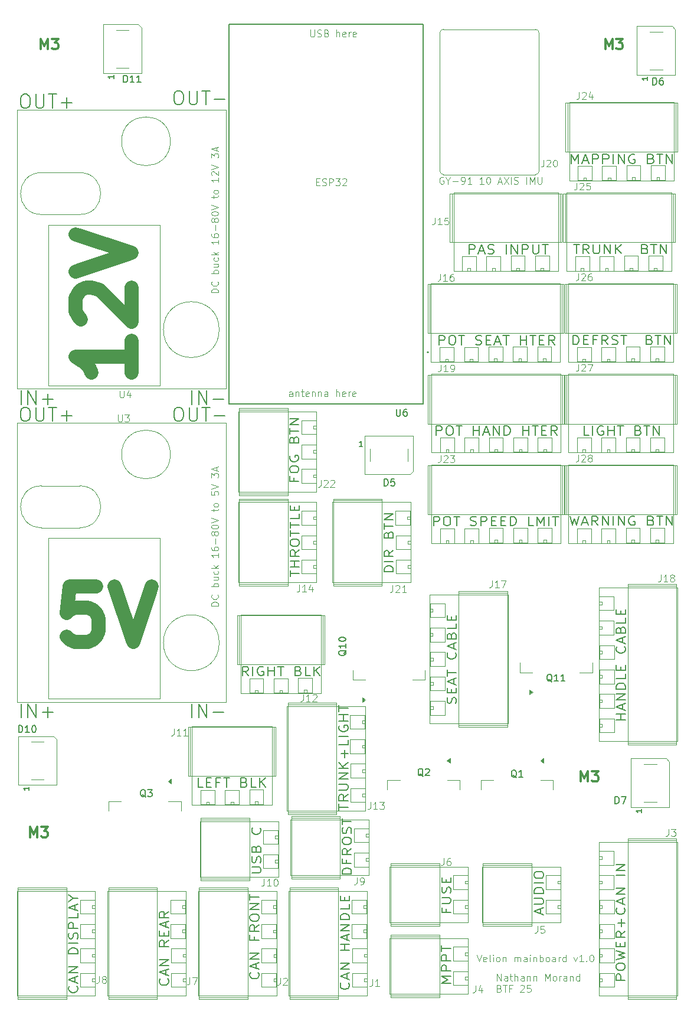
<source format=gbr>
%TF.GenerationSoftware,KiCad,Pcbnew,9.0.6*%
%TF.CreationDate,2025-12-23T16:03:19+01:00*%
%TF.ProjectId,MainBoard,4d61696e-426f-4617-9264-2e6b69636164,rev?*%
%TF.SameCoordinates,Original*%
%TF.FileFunction,Legend,Top*%
%TF.FilePolarity,Positive*%
%FSLAX46Y46*%
G04 Gerber Fmt 4.6, Leading zero omitted, Abs format (unit mm)*
G04 Created by KiCad (PCBNEW 9.0.6) date 2025-12-23 16:03:19*
%MOMM*%
%LPD*%
G01*
G04 APERTURE LIST*
%ADD10C,0.200000*%
%ADD11C,0.100000*%
%ADD12C,0.300000*%
%ADD13C,0.150000*%
%ADD14C,2.000000*%
%ADD15C,0.120000*%
%ADD16C,0.127000*%
G04 APERTURE END LIST*
D10*
X114880504Y-179761279D02*
X113580504Y-179761279D01*
X113580504Y-179761279D02*
X113580504Y-179189850D01*
X113580504Y-179189850D02*
X113642409Y-179046993D01*
X113642409Y-179046993D02*
X113704314Y-178975564D01*
X113704314Y-178975564D02*
X113828123Y-178904136D01*
X113828123Y-178904136D02*
X114013838Y-178904136D01*
X114013838Y-178904136D02*
X114137647Y-178975564D01*
X114137647Y-178975564D02*
X114199552Y-179046993D01*
X114199552Y-179046993D02*
X114261457Y-179189850D01*
X114261457Y-179189850D02*
X114261457Y-179761279D01*
X113580504Y-177975564D02*
X113580504Y-177689850D01*
X113580504Y-177689850D02*
X113642409Y-177546993D01*
X113642409Y-177546993D02*
X113766219Y-177404136D01*
X113766219Y-177404136D02*
X114013838Y-177332707D01*
X114013838Y-177332707D02*
X114447171Y-177332707D01*
X114447171Y-177332707D02*
X114694790Y-177404136D01*
X114694790Y-177404136D02*
X114818600Y-177546993D01*
X114818600Y-177546993D02*
X114880504Y-177689850D01*
X114880504Y-177689850D02*
X114880504Y-177975564D01*
X114880504Y-177975564D02*
X114818600Y-178118422D01*
X114818600Y-178118422D02*
X114694790Y-178261279D01*
X114694790Y-178261279D02*
X114447171Y-178332707D01*
X114447171Y-178332707D02*
X114013838Y-178332707D01*
X114013838Y-178332707D02*
X113766219Y-178261279D01*
X113766219Y-178261279D02*
X113642409Y-178118422D01*
X113642409Y-178118422D02*
X113580504Y-177975564D01*
X113580504Y-176832707D02*
X114880504Y-176475564D01*
X114880504Y-176475564D02*
X113951933Y-176189850D01*
X113951933Y-176189850D02*
X114880504Y-175904135D01*
X114880504Y-175904135D02*
X113580504Y-175546993D01*
X114199552Y-174975564D02*
X114199552Y-174475564D01*
X114880504Y-174261278D02*
X114880504Y-174975564D01*
X114880504Y-174975564D02*
X113580504Y-174975564D01*
X113580504Y-174975564D02*
X113580504Y-174261278D01*
X114880504Y-172761278D02*
X114261457Y-173261278D01*
X114880504Y-173618421D02*
X113580504Y-173618421D01*
X113580504Y-173618421D02*
X113580504Y-173046992D01*
X113580504Y-173046992D02*
X113642409Y-172904135D01*
X113642409Y-172904135D02*
X113704314Y-172832706D01*
X113704314Y-172832706D02*
X113828123Y-172761278D01*
X113828123Y-172761278D02*
X114013838Y-172761278D01*
X114013838Y-172761278D02*
X114137647Y-172832706D01*
X114137647Y-172832706D02*
X114199552Y-172904135D01*
X114199552Y-172904135D02*
X114261457Y-173046992D01*
X114261457Y-173046992D02*
X114261457Y-173618421D01*
X114385266Y-172118421D02*
X114385266Y-170975564D01*
X114880504Y-171546992D02*
X113890028Y-171546992D01*
X114756695Y-169404135D02*
X114818600Y-169475563D01*
X114818600Y-169475563D02*
X114880504Y-169689849D01*
X114880504Y-169689849D02*
X114880504Y-169832706D01*
X114880504Y-169832706D02*
X114818600Y-170046992D01*
X114818600Y-170046992D02*
X114694790Y-170189849D01*
X114694790Y-170189849D02*
X114570980Y-170261278D01*
X114570980Y-170261278D02*
X114323361Y-170332706D01*
X114323361Y-170332706D02*
X114137647Y-170332706D01*
X114137647Y-170332706D02*
X113890028Y-170261278D01*
X113890028Y-170261278D02*
X113766219Y-170189849D01*
X113766219Y-170189849D02*
X113642409Y-170046992D01*
X113642409Y-170046992D02*
X113580504Y-169832706D01*
X113580504Y-169832706D02*
X113580504Y-169689849D01*
X113580504Y-169689849D02*
X113642409Y-169475563D01*
X113642409Y-169475563D02*
X113704314Y-169404135D01*
X114509076Y-168832706D02*
X114509076Y-168118421D01*
X114880504Y-168975563D02*
X113580504Y-168475563D01*
X113580504Y-168475563D02*
X114880504Y-167975563D01*
X114880504Y-167475564D02*
X113580504Y-167475564D01*
X113580504Y-167475564D02*
X114880504Y-166618421D01*
X114880504Y-166618421D02*
X113580504Y-166618421D01*
X114880504Y-164761278D02*
X113580504Y-164761278D01*
X114880504Y-164046992D02*
X113580504Y-164046992D01*
X113580504Y-164046992D02*
X114880504Y-163189849D01*
X114880504Y-163189849D02*
X113580504Y-163189849D01*
X102784076Y-170257707D02*
X102784076Y-169543422D01*
X103155504Y-170400564D02*
X101855504Y-169900564D01*
X101855504Y-169900564D02*
X103155504Y-169400564D01*
X101855504Y-168900565D02*
X102907885Y-168900565D01*
X102907885Y-168900565D02*
X103031695Y-168829136D01*
X103031695Y-168829136D02*
X103093600Y-168757708D01*
X103093600Y-168757708D02*
X103155504Y-168614850D01*
X103155504Y-168614850D02*
X103155504Y-168329136D01*
X103155504Y-168329136D02*
X103093600Y-168186279D01*
X103093600Y-168186279D02*
X103031695Y-168114850D01*
X103031695Y-168114850D02*
X102907885Y-168043422D01*
X102907885Y-168043422D02*
X101855504Y-168043422D01*
X103155504Y-167329136D02*
X101855504Y-167329136D01*
X101855504Y-167329136D02*
X101855504Y-166971993D01*
X101855504Y-166971993D02*
X101917409Y-166757707D01*
X101917409Y-166757707D02*
X102041219Y-166614850D01*
X102041219Y-166614850D02*
X102165028Y-166543421D01*
X102165028Y-166543421D02*
X102412647Y-166471993D01*
X102412647Y-166471993D02*
X102598361Y-166471993D01*
X102598361Y-166471993D02*
X102845980Y-166543421D01*
X102845980Y-166543421D02*
X102969790Y-166614850D01*
X102969790Y-166614850D02*
X103093600Y-166757707D01*
X103093600Y-166757707D02*
X103155504Y-166971993D01*
X103155504Y-166971993D02*
X103155504Y-167329136D01*
X103155504Y-165829136D02*
X101855504Y-165829136D01*
X101855504Y-164829135D02*
X101855504Y-164543421D01*
X101855504Y-164543421D02*
X101917409Y-164400564D01*
X101917409Y-164400564D02*
X102041219Y-164257707D01*
X102041219Y-164257707D02*
X102288838Y-164186278D01*
X102288838Y-164186278D02*
X102722171Y-164186278D01*
X102722171Y-164186278D02*
X102969790Y-164257707D01*
X102969790Y-164257707D02*
X103093600Y-164400564D01*
X103093600Y-164400564D02*
X103155504Y-164543421D01*
X103155504Y-164543421D02*
X103155504Y-164829135D01*
X103155504Y-164829135D02*
X103093600Y-164971993D01*
X103093600Y-164971993D02*
X102969790Y-165114850D01*
X102969790Y-165114850D02*
X102722171Y-165186278D01*
X102722171Y-165186278D02*
X102288838Y-165186278D01*
X102288838Y-165186278D02*
X102041219Y-165114850D01*
X102041219Y-165114850D02*
X101917409Y-164971993D01*
X101917409Y-164971993D02*
X101855504Y-164829135D01*
X89199552Y-169561279D02*
X89199552Y-170061279D01*
X89880504Y-170061279D02*
X88580504Y-170061279D01*
X88580504Y-170061279D02*
X88580504Y-169346993D01*
X88580504Y-168775565D02*
X89632885Y-168775565D01*
X89632885Y-168775565D02*
X89756695Y-168704136D01*
X89756695Y-168704136D02*
X89818600Y-168632708D01*
X89818600Y-168632708D02*
X89880504Y-168489850D01*
X89880504Y-168489850D02*
X89880504Y-168204136D01*
X89880504Y-168204136D02*
X89818600Y-168061279D01*
X89818600Y-168061279D02*
X89756695Y-167989850D01*
X89756695Y-167989850D02*
X89632885Y-167918422D01*
X89632885Y-167918422D02*
X88580504Y-167918422D01*
X89818600Y-167275564D02*
X89880504Y-167061279D01*
X89880504Y-167061279D02*
X89880504Y-166704136D01*
X89880504Y-166704136D02*
X89818600Y-166561279D01*
X89818600Y-166561279D02*
X89756695Y-166489850D01*
X89756695Y-166489850D02*
X89632885Y-166418421D01*
X89632885Y-166418421D02*
X89509076Y-166418421D01*
X89509076Y-166418421D02*
X89385266Y-166489850D01*
X89385266Y-166489850D02*
X89323361Y-166561279D01*
X89323361Y-166561279D02*
X89261457Y-166704136D01*
X89261457Y-166704136D02*
X89199552Y-166989850D01*
X89199552Y-166989850D02*
X89137647Y-167132707D01*
X89137647Y-167132707D02*
X89075742Y-167204136D01*
X89075742Y-167204136D02*
X88951933Y-167275564D01*
X88951933Y-167275564D02*
X88828123Y-167275564D01*
X88828123Y-167275564D02*
X88704314Y-167204136D01*
X88704314Y-167204136D02*
X88642409Y-167132707D01*
X88642409Y-167132707D02*
X88580504Y-166989850D01*
X88580504Y-166989850D02*
X88580504Y-166632707D01*
X88580504Y-166632707D02*
X88642409Y-166418421D01*
X89199552Y-165775565D02*
X89199552Y-165275565D01*
X89880504Y-165061279D02*
X89880504Y-165775565D01*
X89880504Y-165775565D02*
X88580504Y-165775565D01*
X88580504Y-165775565D02*
X88580504Y-165061279D01*
X89855504Y-180186279D02*
X88555504Y-180186279D01*
X88555504Y-180186279D02*
X89484076Y-179686279D01*
X89484076Y-179686279D02*
X88555504Y-179186279D01*
X88555504Y-179186279D02*
X89855504Y-179186279D01*
X89855504Y-178471993D02*
X88555504Y-178471993D01*
X88555504Y-178471993D02*
X88555504Y-177900564D01*
X88555504Y-177900564D02*
X88617409Y-177757707D01*
X88617409Y-177757707D02*
X88679314Y-177686278D01*
X88679314Y-177686278D02*
X88803123Y-177614850D01*
X88803123Y-177614850D02*
X88988838Y-177614850D01*
X88988838Y-177614850D02*
X89112647Y-177686278D01*
X89112647Y-177686278D02*
X89174552Y-177757707D01*
X89174552Y-177757707D02*
X89236457Y-177900564D01*
X89236457Y-177900564D02*
X89236457Y-178471993D01*
X89855504Y-176971993D02*
X88555504Y-176971993D01*
X88555504Y-176971993D02*
X88555504Y-176400564D01*
X88555504Y-176400564D02*
X88617409Y-176257707D01*
X88617409Y-176257707D02*
X88679314Y-176186278D01*
X88679314Y-176186278D02*
X88803123Y-176114850D01*
X88803123Y-176114850D02*
X88988838Y-176114850D01*
X88988838Y-176114850D02*
X89112647Y-176186278D01*
X89112647Y-176186278D02*
X89174552Y-176257707D01*
X89174552Y-176257707D02*
X89236457Y-176400564D01*
X89236457Y-176400564D02*
X89236457Y-176971993D01*
X88555504Y-175686278D02*
X88555504Y-174829136D01*
X89855504Y-175257707D02*
X88555504Y-175257707D01*
X75206695Y-180154136D02*
X75268600Y-180225564D01*
X75268600Y-180225564D02*
X75330504Y-180439850D01*
X75330504Y-180439850D02*
X75330504Y-180582707D01*
X75330504Y-180582707D02*
X75268600Y-180796993D01*
X75268600Y-180796993D02*
X75144790Y-180939850D01*
X75144790Y-180939850D02*
X75020980Y-181011279D01*
X75020980Y-181011279D02*
X74773361Y-181082707D01*
X74773361Y-181082707D02*
X74587647Y-181082707D01*
X74587647Y-181082707D02*
X74340028Y-181011279D01*
X74340028Y-181011279D02*
X74216219Y-180939850D01*
X74216219Y-180939850D02*
X74092409Y-180796993D01*
X74092409Y-180796993D02*
X74030504Y-180582707D01*
X74030504Y-180582707D02*
X74030504Y-180439850D01*
X74030504Y-180439850D02*
X74092409Y-180225564D01*
X74092409Y-180225564D02*
X74154314Y-180154136D01*
X74959076Y-179582707D02*
X74959076Y-178868422D01*
X75330504Y-179725564D02*
X74030504Y-179225564D01*
X74030504Y-179225564D02*
X75330504Y-178725564D01*
X75330504Y-178225565D02*
X74030504Y-178225565D01*
X74030504Y-178225565D02*
X75330504Y-177368422D01*
X75330504Y-177368422D02*
X74030504Y-177368422D01*
X75330504Y-175511279D02*
X74030504Y-175511279D01*
X74649552Y-175511279D02*
X74649552Y-174654136D01*
X75330504Y-174654136D02*
X74030504Y-174654136D01*
X74959076Y-174011278D02*
X74959076Y-173296993D01*
X75330504Y-174154135D02*
X74030504Y-173654135D01*
X74030504Y-173654135D02*
X75330504Y-173154135D01*
X75330504Y-172654136D02*
X74030504Y-172654136D01*
X74030504Y-172654136D02*
X75330504Y-171796993D01*
X75330504Y-171796993D02*
X74030504Y-171796993D01*
X75330504Y-171082707D02*
X74030504Y-171082707D01*
X74030504Y-171082707D02*
X74030504Y-170725564D01*
X74030504Y-170725564D02*
X74092409Y-170511278D01*
X74092409Y-170511278D02*
X74216219Y-170368421D01*
X74216219Y-170368421D02*
X74340028Y-170296992D01*
X74340028Y-170296992D02*
X74587647Y-170225564D01*
X74587647Y-170225564D02*
X74773361Y-170225564D01*
X74773361Y-170225564D02*
X75020980Y-170296992D01*
X75020980Y-170296992D02*
X75144790Y-170368421D01*
X75144790Y-170368421D02*
X75268600Y-170511278D01*
X75268600Y-170511278D02*
X75330504Y-170725564D01*
X75330504Y-170725564D02*
X75330504Y-171082707D01*
X75330504Y-168868421D02*
X75330504Y-169582707D01*
X75330504Y-169582707D02*
X74030504Y-169582707D01*
X74649552Y-168368421D02*
X74649552Y-167868421D01*
X75330504Y-167654135D02*
X75330504Y-168368421D01*
X75330504Y-168368421D02*
X74030504Y-168368421D01*
X74030504Y-168368421D02*
X74030504Y-167654135D01*
X62231695Y-178654136D02*
X62293600Y-178725564D01*
X62293600Y-178725564D02*
X62355504Y-178939850D01*
X62355504Y-178939850D02*
X62355504Y-179082707D01*
X62355504Y-179082707D02*
X62293600Y-179296993D01*
X62293600Y-179296993D02*
X62169790Y-179439850D01*
X62169790Y-179439850D02*
X62045980Y-179511279D01*
X62045980Y-179511279D02*
X61798361Y-179582707D01*
X61798361Y-179582707D02*
X61612647Y-179582707D01*
X61612647Y-179582707D02*
X61365028Y-179511279D01*
X61365028Y-179511279D02*
X61241219Y-179439850D01*
X61241219Y-179439850D02*
X61117409Y-179296993D01*
X61117409Y-179296993D02*
X61055504Y-179082707D01*
X61055504Y-179082707D02*
X61055504Y-178939850D01*
X61055504Y-178939850D02*
X61117409Y-178725564D01*
X61117409Y-178725564D02*
X61179314Y-178654136D01*
X61984076Y-178082707D02*
X61984076Y-177368422D01*
X62355504Y-178225564D02*
X61055504Y-177725564D01*
X61055504Y-177725564D02*
X62355504Y-177225564D01*
X62355504Y-176725565D02*
X61055504Y-176725565D01*
X61055504Y-176725565D02*
X62355504Y-175868422D01*
X62355504Y-175868422D02*
X61055504Y-175868422D01*
X61674552Y-173511279D02*
X61674552Y-174011279D01*
X62355504Y-174011279D02*
X61055504Y-174011279D01*
X61055504Y-174011279D02*
X61055504Y-173296993D01*
X62355504Y-171868422D02*
X61736457Y-172368422D01*
X62355504Y-172725565D02*
X61055504Y-172725565D01*
X61055504Y-172725565D02*
X61055504Y-172154136D01*
X61055504Y-172154136D02*
X61117409Y-172011279D01*
X61117409Y-172011279D02*
X61179314Y-171939850D01*
X61179314Y-171939850D02*
X61303123Y-171868422D01*
X61303123Y-171868422D02*
X61488838Y-171868422D01*
X61488838Y-171868422D02*
X61612647Y-171939850D01*
X61612647Y-171939850D02*
X61674552Y-172011279D01*
X61674552Y-172011279D02*
X61736457Y-172154136D01*
X61736457Y-172154136D02*
X61736457Y-172725565D01*
X61055504Y-170939850D02*
X61055504Y-170654136D01*
X61055504Y-170654136D02*
X61117409Y-170511279D01*
X61117409Y-170511279D02*
X61241219Y-170368422D01*
X61241219Y-170368422D02*
X61488838Y-170296993D01*
X61488838Y-170296993D02*
X61922171Y-170296993D01*
X61922171Y-170296993D02*
X62169790Y-170368422D01*
X62169790Y-170368422D02*
X62293600Y-170511279D01*
X62293600Y-170511279D02*
X62355504Y-170654136D01*
X62355504Y-170654136D02*
X62355504Y-170939850D01*
X62355504Y-170939850D02*
X62293600Y-171082708D01*
X62293600Y-171082708D02*
X62169790Y-171225565D01*
X62169790Y-171225565D02*
X61922171Y-171296993D01*
X61922171Y-171296993D02*
X61488838Y-171296993D01*
X61488838Y-171296993D02*
X61241219Y-171225565D01*
X61241219Y-171225565D02*
X61117409Y-171082708D01*
X61117409Y-171082708D02*
X61055504Y-170939850D01*
X62355504Y-169654136D02*
X61055504Y-169654136D01*
X61055504Y-169654136D02*
X62355504Y-168796993D01*
X62355504Y-168796993D02*
X61055504Y-168796993D01*
X61055504Y-168296992D02*
X61055504Y-167439850D01*
X62355504Y-167868421D02*
X61055504Y-167868421D01*
X49256695Y-179579136D02*
X49318600Y-179650564D01*
X49318600Y-179650564D02*
X49380504Y-179864850D01*
X49380504Y-179864850D02*
X49380504Y-180007707D01*
X49380504Y-180007707D02*
X49318600Y-180221993D01*
X49318600Y-180221993D02*
X49194790Y-180364850D01*
X49194790Y-180364850D02*
X49070980Y-180436279D01*
X49070980Y-180436279D02*
X48823361Y-180507707D01*
X48823361Y-180507707D02*
X48637647Y-180507707D01*
X48637647Y-180507707D02*
X48390028Y-180436279D01*
X48390028Y-180436279D02*
X48266219Y-180364850D01*
X48266219Y-180364850D02*
X48142409Y-180221993D01*
X48142409Y-180221993D02*
X48080504Y-180007707D01*
X48080504Y-180007707D02*
X48080504Y-179864850D01*
X48080504Y-179864850D02*
X48142409Y-179650564D01*
X48142409Y-179650564D02*
X48204314Y-179579136D01*
X49009076Y-179007707D02*
X49009076Y-178293422D01*
X49380504Y-179150564D02*
X48080504Y-178650564D01*
X48080504Y-178650564D02*
X49380504Y-178150564D01*
X49380504Y-177650565D02*
X48080504Y-177650565D01*
X48080504Y-177650565D02*
X49380504Y-176793422D01*
X49380504Y-176793422D02*
X48080504Y-176793422D01*
X49380504Y-174079136D02*
X48761457Y-174579136D01*
X49380504Y-174936279D02*
X48080504Y-174936279D01*
X48080504Y-174936279D02*
X48080504Y-174364850D01*
X48080504Y-174364850D02*
X48142409Y-174221993D01*
X48142409Y-174221993D02*
X48204314Y-174150564D01*
X48204314Y-174150564D02*
X48328123Y-174079136D01*
X48328123Y-174079136D02*
X48513838Y-174079136D01*
X48513838Y-174079136D02*
X48637647Y-174150564D01*
X48637647Y-174150564D02*
X48699552Y-174221993D01*
X48699552Y-174221993D02*
X48761457Y-174364850D01*
X48761457Y-174364850D02*
X48761457Y-174936279D01*
X48699552Y-173436279D02*
X48699552Y-172936279D01*
X49380504Y-172721993D02*
X49380504Y-173436279D01*
X49380504Y-173436279D02*
X48080504Y-173436279D01*
X48080504Y-173436279D02*
X48080504Y-172721993D01*
X49009076Y-172150564D02*
X49009076Y-171436279D01*
X49380504Y-172293421D02*
X48080504Y-171793421D01*
X48080504Y-171793421D02*
X49380504Y-171293421D01*
X49380504Y-169936279D02*
X48761457Y-170436279D01*
X49380504Y-170793422D02*
X48080504Y-170793422D01*
X48080504Y-170793422D02*
X48080504Y-170221993D01*
X48080504Y-170221993D02*
X48142409Y-170079136D01*
X48142409Y-170079136D02*
X48204314Y-170007707D01*
X48204314Y-170007707D02*
X48328123Y-169936279D01*
X48328123Y-169936279D02*
X48513838Y-169936279D01*
X48513838Y-169936279D02*
X48637647Y-170007707D01*
X48637647Y-170007707D02*
X48699552Y-170079136D01*
X48699552Y-170079136D02*
X48761457Y-170221993D01*
X48761457Y-170221993D02*
X48761457Y-170793422D01*
X36231695Y-180629136D02*
X36293600Y-180700564D01*
X36293600Y-180700564D02*
X36355504Y-180914850D01*
X36355504Y-180914850D02*
X36355504Y-181057707D01*
X36355504Y-181057707D02*
X36293600Y-181271993D01*
X36293600Y-181271993D02*
X36169790Y-181414850D01*
X36169790Y-181414850D02*
X36045980Y-181486279D01*
X36045980Y-181486279D02*
X35798361Y-181557707D01*
X35798361Y-181557707D02*
X35612647Y-181557707D01*
X35612647Y-181557707D02*
X35365028Y-181486279D01*
X35365028Y-181486279D02*
X35241219Y-181414850D01*
X35241219Y-181414850D02*
X35117409Y-181271993D01*
X35117409Y-181271993D02*
X35055504Y-181057707D01*
X35055504Y-181057707D02*
X35055504Y-180914850D01*
X35055504Y-180914850D02*
X35117409Y-180700564D01*
X35117409Y-180700564D02*
X35179314Y-180629136D01*
X35984076Y-180057707D02*
X35984076Y-179343422D01*
X36355504Y-180200564D02*
X35055504Y-179700564D01*
X35055504Y-179700564D02*
X36355504Y-179200564D01*
X36355504Y-178700565D02*
X35055504Y-178700565D01*
X35055504Y-178700565D02*
X36355504Y-177843422D01*
X36355504Y-177843422D02*
X35055504Y-177843422D01*
X36355504Y-175986279D02*
X35055504Y-175986279D01*
X35055504Y-175986279D02*
X35055504Y-175629136D01*
X35055504Y-175629136D02*
X35117409Y-175414850D01*
X35117409Y-175414850D02*
X35241219Y-175271993D01*
X35241219Y-175271993D02*
X35365028Y-175200564D01*
X35365028Y-175200564D02*
X35612647Y-175129136D01*
X35612647Y-175129136D02*
X35798361Y-175129136D01*
X35798361Y-175129136D02*
X36045980Y-175200564D01*
X36045980Y-175200564D02*
X36169790Y-175271993D01*
X36169790Y-175271993D02*
X36293600Y-175414850D01*
X36293600Y-175414850D02*
X36355504Y-175629136D01*
X36355504Y-175629136D02*
X36355504Y-175986279D01*
X36355504Y-174486279D02*
X35055504Y-174486279D01*
X36293600Y-173843421D02*
X36355504Y-173629136D01*
X36355504Y-173629136D02*
X36355504Y-173271993D01*
X36355504Y-173271993D02*
X36293600Y-173129136D01*
X36293600Y-173129136D02*
X36231695Y-173057707D01*
X36231695Y-173057707D02*
X36107885Y-172986278D01*
X36107885Y-172986278D02*
X35984076Y-172986278D01*
X35984076Y-172986278D02*
X35860266Y-173057707D01*
X35860266Y-173057707D02*
X35798361Y-173129136D01*
X35798361Y-173129136D02*
X35736457Y-173271993D01*
X35736457Y-173271993D02*
X35674552Y-173557707D01*
X35674552Y-173557707D02*
X35612647Y-173700564D01*
X35612647Y-173700564D02*
X35550742Y-173771993D01*
X35550742Y-173771993D02*
X35426933Y-173843421D01*
X35426933Y-173843421D02*
X35303123Y-173843421D01*
X35303123Y-173843421D02*
X35179314Y-173771993D01*
X35179314Y-173771993D02*
X35117409Y-173700564D01*
X35117409Y-173700564D02*
X35055504Y-173557707D01*
X35055504Y-173557707D02*
X35055504Y-173200564D01*
X35055504Y-173200564D02*
X35117409Y-172986278D01*
X36355504Y-172343422D02*
X35055504Y-172343422D01*
X35055504Y-172343422D02*
X35055504Y-171771993D01*
X35055504Y-171771993D02*
X35117409Y-171629136D01*
X35117409Y-171629136D02*
X35179314Y-171557707D01*
X35179314Y-171557707D02*
X35303123Y-171486279D01*
X35303123Y-171486279D02*
X35488838Y-171486279D01*
X35488838Y-171486279D02*
X35612647Y-171557707D01*
X35612647Y-171557707D02*
X35674552Y-171629136D01*
X35674552Y-171629136D02*
X35736457Y-171771993D01*
X35736457Y-171771993D02*
X35736457Y-172343422D01*
X36355504Y-170129136D02*
X36355504Y-170843422D01*
X36355504Y-170843422D02*
X35055504Y-170843422D01*
X35984076Y-169700564D02*
X35984076Y-168986279D01*
X36355504Y-169843421D02*
X35055504Y-169343421D01*
X35055504Y-169343421D02*
X36355504Y-168843421D01*
X35736457Y-168057707D02*
X36355504Y-168057707D01*
X35055504Y-168557707D02*
X35736457Y-168057707D01*
X35736457Y-168057707D02*
X35055504Y-167557707D01*
X61330504Y-164411279D02*
X62382885Y-164411279D01*
X62382885Y-164411279D02*
X62506695Y-164339850D01*
X62506695Y-164339850D02*
X62568600Y-164268422D01*
X62568600Y-164268422D02*
X62630504Y-164125564D01*
X62630504Y-164125564D02*
X62630504Y-163839850D01*
X62630504Y-163839850D02*
X62568600Y-163696993D01*
X62568600Y-163696993D02*
X62506695Y-163625564D01*
X62506695Y-163625564D02*
X62382885Y-163554136D01*
X62382885Y-163554136D02*
X61330504Y-163554136D01*
X62568600Y-162911278D02*
X62630504Y-162696993D01*
X62630504Y-162696993D02*
X62630504Y-162339850D01*
X62630504Y-162339850D02*
X62568600Y-162196993D01*
X62568600Y-162196993D02*
X62506695Y-162125564D01*
X62506695Y-162125564D02*
X62382885Y-162054135D01*
X62382885Y-162054135D02*
X62259076Y-162054135D01*
X62259076Y-162054135D02*
X62135266Y-162125564D01*
X62135266Y-162125564D02*
X62073361Y-162196993D01*
X62073361Y-162196993D02*
X62011457Y-162339850D01*
X62011457Y-162339850D02*
X61949552Y-162625564D01*
X61949552Y-162625564D02*
X61887647Y-162768421D01*
X61887647Y-162768421D02*
X61825742Y-162839850D01*
X61825742Y-162839850D02*
X61701933Y-162911278D01*
X61701933Y-162911278D02*
X61578123Y-162911278D01*
X61578123Y-162911278D02*
X61454314Y-162839850D01*
X61454314Y-162839850D02*
X61392409Y-162768421D01*
X61392409Y-162768421D02*
X61330504Y-162625564D01*
X61330504Y-162625564D02*
X61330504Y-162268421D01*
X61330504Y-162268421D02*
X61392409Y-162054135D01*
X61949552Y-160911279D02*
X62011457Y-160696993D01*
X62011457Y-160696993D02*
X62073361Y-160625564D01*
X62073361Y-160625564D02*
X62197171Y-160554136D01*
X62197171Y-160554136D02*
X62382885Y-160554136D01*
X62382885Y-160554136D02*
X62506695Y-160625564D01*
X62506695Y-160625564D02*
X62568600Y-160696993D01*
X62568600Y-160696993D02*
X62630504Y-160839850D01*
X62630504Y-160839850D02*
X62630504Y-161411279D01*
X62630504Y-161411279D02*
X61330504Y-161411279D01*
X61330504Y-161411279D02*
X61330504Y-160911279D01*
X61330504Y-160911279D02*
X61392409Y-160768422D01*
X61392409Y-160768422D02*
X61454314Y-160696993D01*
X61454314Y-160696993D02*
X61578123Y-160625564D01*
X61578123Y-160625564D02*
X61701933Y-160625564D01*
X61701933Y-160625564D02*
X61825742Y-160696993D01*
X61825742Y-160696993D02*
X61887647Y-160768422D01*
X61887647Y-160768422D02*
X61949552Y-160911279D01*
X61949552Y-160911279D02*
X61949552Y-161411279D01*
X62506695Y-157911279D02*
X62568600Y-157982707D01*
X62568600Y-157982707D02*
X62630504Y-158196993D01*
X62630504Y-158196993D02*
X62630504Y-158339850D01*
X62630504Y-158339850D02*
X62568600Y-158554136D01*
X62568600Y-158554136D02*
X62444790Y-158696993D01*
X62444790Y-158696993D02*
X62320980Y-158768422D01*
X62320980Y-158768422D02*
X62073361Y-158839850D01*
X62073361Y-158839850D02*
X61887647Y-158839850D01*
X61887647Y-158839850D02*
X61640028Y-158768422D01*
X61640028Y-158768422D02*
X61516219Y-158696993D01*
X61516219Y-158696993D02*
X61392409Y-158554136D01*
X61392409Y-158554136D02*
X61330504Y-158339850D01*
X61330504Y-158339850D02*
X61330504Y-158196993D01*
X61330504Y-158196993D02*
X61392409Y-157982707D01*
X61392409Y-157982707D02*
X61454314Y-157911279D01*
X75605504Y-164536279D02*
X74305504Y-164536279D01*
X74305504Y-164536279D02*
X74305504Y-164179136D01*
X74305504Y-164179136D02*
X74367409Y-163964850D01*
X74367409Y-163964850D02*
X74491219Y-163821993D01*
X74491219Y-163821993D02*
X74615028Y-163750564D01*
X74615028Y-163750564D02*
X74862647Y-163679136D01*
X74862647Y-163679136D02*
X75048361Y-163679136D01*
X75048361Y-163679136D02*
X75295980Y-163750564D01*
X75295980Y-163750564D02*
X75419790Y-163821993D01*
X75419790Y-163821993D02*
X75543600Y-163964850D01*
X75543600Y-163964850D02*
X75605504Y-164179136D01*
X75605504Y-164179136D02*
X75605504Y-164536279D01*
X74924552Y-162536279D02*
X74924552Y-163036279D01*
X75605504Y-163036279D02*
X74305504Y-163036279D01*
X74305504Y-163036279D02*
X74305504Y-162321993D01*
X75605504Y-160893422D02*
X74986457Y-161393422D01*
X75605504Y-161750565D02*
X74305504Y-161750565D01*
X74305504Y-161750565D02*
X74305504Y-161179136D01*
X74305504Y-161179136D02*
X74367409Y-161036279D01*
X74367409Y-161036279D02*
X74429314Y-160964850D01*
X74429314Y-160964850D02*
X74553123Y-160893422D01*
X74553123Y-160893422D02*
X74738838Y-160893422D01*
X74738838Y-160893422D02*
X74862647Y-160964850D01*
X74862647Y-160964850D02*
X74924552Y-161036279D01*
X74924552Y-161036279D02*
X74986457Y-161179136D01*
X74986457Y-161179136D02*
X74986457Y-161750565D01*
X74305504Y-159964850D02*
X74305504Y-159679136D01*
X74305504Y-159679136D02*
X74367409Y-159536279D01*
X74367409Y-159536279D02*
X74491219Y-159393422D01*
X74491219Y-159393422D02*
X74738838Y-159321993D01*
X74738838Y-159321993D02*
X75172171Y-159321993D01*
X75172171Y-159321993D02*
X75419790Y-159393422D01*
X75419790Y-159393422D02*
X75543600Y-159536279D01*
X75543600Y-159536279D02*
X75605504Y-159679136D01*
X75605504Y-159679136D02*
X75605504Y-159964850D01*
X75605504Y-159964850D02*
X75543600Y-160107708D01*
X75543600Y-160107708D02*
X75419790Y-160250565D01*
X75419790Y-160250565D02*
X75172171Y-160321993D01*
X75172171Y-160321993D02*
X74738838Y-160321993D01*
X74738838Y-160321993D02*
X74491219Y-160250565D01*
X74491219Y-160250565D02*
X74367409Y-160107708D01*
X74367409Y-160107708D02*
X74305504Y-159964850D01*
X75543600Y-158750564D02*
X75605504Y-158536279D01*
X75605504Y-158536279D02*
X75605504Y-158179136D01*
X75605504Y-158179136D02*
X75543600Y-158036279D01*
X75543600Y-158036279D02*
X75481695Y-157964850D01*
X75481695Y-157964850D02*
X75357885Y-157893421D01*
X75357885Y-157893421D02*
X75234076Y-157893421D01*
X75234076Y-157893421D02*
X75110266Y-157964850D01*
X75110266Y-157964850D02*
X75048361Y-158036279D01*
X75048361Y-158036279D02*
X74986457Y-158179136D01*
X74986457Y-158179136D02*
X74924552Y-158464850D01*
X74924552Y-158464850D02*
X74862647Y-158607707D01*
X74862647Y-158607707D02*
X74800742Y-158679136D01*
X74800742Y-158679136D02*
X74676933Y-158750564D01*
X74676933Y-158750564D02*
X74553123Y-158750564D01*
X74553123Y-158750564D02*
X74429314Y-158679136D01*
X74429314Y-158679136D02*
X74367409Y-158607707D01*
X74367409Y-158607707D02*
X74305504Y-158464850D01*
X74305504Y-158464850D02*
X74305504Y-158107707D01*
X74305504Y-158107707D02*
X74367409Y-157893421D01*
X74305504Y-157464850D02*
X74305504Y-156607708D01*
X75605504Y-157036279D02*
X74305504Y-157036279D01*
X73830504Y-155375564D02*
X73830504Y-154518422D01*
X75130504Y-154946993D02*
X73830504Y-154946993D01*
X75130504Y-153161279D02*
X74511457Y-153661279D01*
X75130504Y-154018422D02*
X73830504Y-154018422D01*
X73830504Y-154018422D02*
X73830504Y-153446993D01*
X73830504Y-153446993D02*
X73892409Y-153304136D01*
X73892409Y-153304136D02*
X73954314Y-153232707D01*
X73954314Y-153232707D02*
X74078123Y-153161279D01*
X74078123Y-153161279D02*
X74263838Y-153161279D01*
X74263838Y-153161279D02*
X74387647Y-153232707D01*
X74387647Y-153232707D02*
X74449552Y-153304136D01*
X74449552Y-153304136D02*
X74511457Y-153446993D01*
X74511457Y-153446993D02*
X74511457Y-154018422D01*
X73830504Y-152518422D02*
X74882885Y-152518422D01*
X74882885Y-152518422D02*
X75006695Y-152446993D01*
X75006695Y-152446993D02*
X75068600Y-152375565D01*
X75068600Y-152375565D02*
X75130504Y-152232707D01*
X75130504Y-152232707D02*
X75130504Y-151946993D01*
X75130504Y-151946993D02*
X75068600Y-151804136D01*
X75068600Y-151804136D02*
X75006695Y-151732707D01*
X75006695Y-151732707D02*
X74882885Y-151661279D01*
X74882885Y-151661279D02*
X73830504Y-151661279D01*
X75130504Y-150946993D02*
X73830504Y-150946993D01*
X73830504Y-150946993D02*
X75130504Y-150089850D01*
X75130504Y-150089850D02*
X73830504Y-150089850D01*
X75130504Y-149375564D02*
X73830504Y-149375564D01*
X75130504Y-148518421D02*
X74387647Y-149161278D01*
X73830504Y-148518421D02*
X74573361Y-149375564D01*
X74635266Y-147875564D02*
X74635266Y-146732707D01*
X75130504Y-147304135D02*
X74140028Y-147304135D01*
X75130504Y-145304135D02*
X75130504Y-146018421D01*
X75130504Y-146018421D02*
X73830504Y-146018421D01*
X75130504Y-144804135D02*
X73830504Y-144804135D01*
X73892409Y-143304134D02*
X73830504Y-143446992D01*
X73830504Y-143446992D02*
X73830504Y-143661277D01*
X73830504Y-143661277D02*
X73892409Y-143875563D01*
X73892409Y-143875563D02*
X74016219Y-144018420D01*
X74016219Y-144018420D02*
X74140028Y-144089849D01*
X74140028Y-144089849D02*
X74387647Y-144161277D01*
X74387647Y-144161277D02*
X74573361Y-144161277D01*
X74573361Y-144161277D02*
X74820980Y-144089849D01*
X74820980Y-144089849D02*
X74944790Y-144018420D01*
X74944790Y-144018420D02*
X75068600Y-143875563D01*
X75068600Y-143875563D02*
X75130504Y-143661277D01*
X75130504Y-143661277D02*
X75130504Y-143518420D01*
X75130504Y-143518420D02*
X75068600Y-143304134D01*
X75068600Y-143304134D02*
X75006695Y-143232706D01*
X75006695Y-143232706D02*
X74573361Y-143232706D01*
X74573361Y-143232706D02*
X74573361Y-143518420D01*
X75130504Y-142589849D02*
X73830504Y-142589849D01*
X74449552Y-142589849D02*
X74449552Y-141732706D01*
X75130504Y-141732706D02*
X73830504Y-141732706D01*
X73830504Y-141232705D02*
X73830504Y-140375563D01*
X75130504Y-140804134D02*
X73830504Y-140804134D01*
X54328006Y-152080504D02*
X53613720Y-152080504D01*
X53613720Y-152080504D02*
X53613720Y-150780504D01*
X54828006Y-151399552D02*
X55328006Y-151399552D01*
X55542292Y-152080504D02*
X54828006Y-152080504D01*
X54828006Y-152080504D02*
X54828006Y-150780504D01*
X54828006Y-150780504D02*
X55542292Y-150780504D01*
X56685149Y-151399552D02*
X56185149Y-151399552D01*
X56185149Y-152080504D02*
X56185149Y-150780504D01*
X56185149Y-150780504D02*
X56899435Y-150780504D01*
X57256578Y-150780504D02*
X58113721Y-150780504D01*
X57685149Y-152080504D02*
X57685149Y-150780504D01*
X60256577Y-151399552D02*
X60470863Y-151461457D01*
X60470863Y-151461457D02*
X60542292Y-151523361D01*
X60542292Y-151523361D02*
X60613720Y-151647171D01*
X60613720Y-151647171D02*
X60613720Y-151832885D01*
X60613720Y-151832885D02*
X60542292Y-151956695D01*
X60542292Y-151956695D02*
X60470863Y-152018600D01*
X60470863Y-152018600D02*
X60328006Y-152080504D01*
X60328006Y-152080504D02*
X59756577Y-152080504D01*
X59756577Y-152080504D02*
X59756577Y-150780504D01*
X59756577Y-150780504D02*
X60256577Y-150780504D01*
X60256577Y-150780504D02*
X60399435Y-150842409D01*
X60399435Y-150842409D02*
X60470863Y-150904314D01*
X60470863Y-150904314D02*
X60542292Y-151028123D01*
X60542292Y-151028123D02*
X60542292Y-151151933D01*
X60542292Y-151151933D02*
X60470863Y-151275742D01*
X60470863Y-151275742D02*
X60399435Y-151337647D01*
X60399435Y-151337647D02*
X60256577Y-151399552D01*
X60256577Y-151399552D02*
X59756577Y-151399552D01*
X61970863Y-152080504D02*
X61256577Y-152080504D01*
X61256577Y-152080504D02*
X61256577Y-150780504D01*
X62470863Y-152080504D02*
X62470863Y-150780504D01*
X63328006Y-152080504D02*
X62685149Y-151337647D01*
X63328006Y-150780504D02*
X62470863Y-151523361D01*
X60820863Y-136105504D02*
X60320863Y-135486457D01*
X59963720Y-136105504D02*
X59963720Y-134805504D01*
X59963720Y-134805504D02*
X60535149Y-134805504D01*
X60535149Y-134805504D02*
X60678006Y-134867409D01*
X60678006Y-134867409D02*
X60749435Y-134929314D01*
X60749435Y-134929314D02*
X60820863Y-135053123D01*
X60820863Y-135053123D02*
X60820863Y-135238838D01*
X60820863Y-135238838D02*
X60749435Y-135362647D01*
X60749435Y-135362647D02*
X60678006Y-135424552D01*
X60678006Y-135424552D02*
X60535149Y-135486457D01*
X60535149Y-135486457D02*
X59963720Y-135486457D01*
X61463720Y-136105504D02*
X61463720Y-134805504D01*
X62963721Y-134867409D02*
X62820864Y-134805504D01*
X62820864Y-134805504D02*
X62606578Y-134805504D01*
X62606578Y-134805504D02*
X62392292Y-134867409D01*
X62392292Y-134867409D02*
X62249435Y-134991219D01*
X62249435Y-134991219D02*
X62178006Y-135115028D01*
X62178006Y-135115028D02*
X62106578Y-135362647D01*
X62106578Y-135362647D02*
X62106578Y-135548361D01*
X62106578Y-135548361D02*
X62178006Y-135795980D01*
X62178006Y-135795980D02*
X62249435Y-135919790D01*
X62249435Y-135919790D02*
X62392292Y-136043600D01*
X62392292Y-136043600D02*
X62606578Y-136105504D01*
X62606578Y-136105504D02*
X62749435Y-136105504D01*
X62749435Y-136105504D02*
X62963721Y-136043600D01*
X62963721Y-136043600D02*
X63035149Y-135981695D01*
X63035149Y-135981695D02*
X63035149Y-135548361D01*
X63035149Y-135548361D02*
X62749435Y-135548361D01*
X63678006Y-136105504D02*
X63678006Y-134805504D01*
X63678006Y-135424552D02*
X64535149Y-135424552D01*
X64535149Y-136105504D02*
X64535149Y-134805504D01*
X65035150Y-134805504D02*
X65892293Y-134805504D01*
X65463721Y-136105504D02*
X65463721Y-134805504D01*
X68035149Y-135424552D02*
X68249435Y-135486457D01*
X68249435Y-135486457D02*
X68320864Y-135548361D01*
X68320864Y-135548361D02*
X68392292Y-135672171D01*
X68392292Y-135672171D02*
X68392292Y-135857885D01*
X68392292Y-135857885D02*
X68320864Y-135981695D01*
X68320864Y-135981695D02*
X68249435Y-136043600D01*
X68249435Y-136043600D02*
X68106578Y-136105504D01*
X68106578Y-136105504D02*
X67535149Y-136105504D01*
X67535149Y-136105504D02*
X67535149Y-134805504D01*
X67535149Y-134805504D02*
X68035149Y-134805504D01*
X68035149Y-134805504D02*
X68178007Y-134867409D01*
X68178007Y-134867409D02*
X68249435Y-134929314D01*
X68249435Y-134929314D02*
X68320864Y-135053123D01*
X68320864Y-135053123D02*
X68320864Y-135176933D01*
X68320864Y-135176933D02*
X68249435Y-135300742D01*
X68249435Y-135300742D02*
X68178007Y-135362647D01*
X68178007Y-135362647D02*
X68035149Y-135424552D01*
X68035149Y-135424552D02*
X67535149Y-135424552D01*
X69749435Y-136105504D02*
X69035149Y-136105504D01*
X69035149Y-136105504D02*
X69035149Y-134805504D01*
X70249435Y-136105504D02*
X70249435Y-134805504D01*
X71106578Y-136105504D02*
X70463721Y-135362647D01*
X71106578Y-134805504D02*
X70249435Y-135548361D01*
X66830504Y-121900564D02*
X66830504Y-121043422D01*
X68130504Y-121471993D02*
X66830504Y-121471993D01*
X68130504Y-120543422D02*
X66830504Y-120543422D01*
X67449552Y-120543422D02*
X67449552Y-119686279D01*
X68130504Y-119686279D02*
X66830504Y-119686279D01*
X68130504Y-118114850D02*
X67511457Y-118614850D01*
X68130504Y-118971993D02*
X66830504Y-118971993D01*
X66830504Y-118971993D02*
X66830504Y-118400564D01*
X66830504Y-118400564D02*
X66892409Y-118257707D01*
X66892409Y-118257707D02*
X66954314Y-118186278D01*
X66954314Y-118186278D02*
X67078123Y-118114850D01*
X67078123Y-118114850D02*
X67263838Y-118114850D01*
X67263838Y-118114850D02*
X67387647Y-118186278D01*
X67387647Y-118186278D02*
X67449552Y-118257707D01*
X67449552Y-118257707D02*
X67511457Y-118400564D01*
X67511457Y-118400564D02*
X67511457Y-118971993D01*
X66830504Y-117186278D02*
X66830504Y-116900564D01*
X66830504Y-116900564D02*
X66892409Y-116757707D01*
X66892409Y-116757707D02*
X67016219Y-116614850D01*
X67016219Y-116614850D02*
X67263838Y-116543421D01*
X67263838Y-116543421D02*
X67697171Y-116543421D01*
X67697171Y-116543421D02*
X67944790Y-116614850D01*
X67944790Y-116614850D02*
X68068600Y-116757707D01*
X68068600Y-116757707D02*
X68130504Y-116900564D01*
X68130504Y-116900564D02*
X68130504Y-117186278D01*
X68130504Y-117186278D02*
X68068600Y-117329136D01*
X68068600Y-117329136D02*
X67944790Y-117471993D01*
X67944790Y-117471993D02*
X67697171Y-117543421D01*
X67697171Y-117543421D02*
X67263838Y-117543421D01*
X67263838Y-117543421D02*
X67016219Y-117471993D01*
X67016219Y-117471993D02*
X66892409Y-117329136D01*
X66892409Y-117329136D02*
X66830504Y-117186278D01*
X66830504Y-116114849D02*
X66830504Y-115257707D01*
X68130504Y-115686278D02*
X66830504Y-115686278D01*
X66830504Y-114971992D02*
X66830504Y-114114850D01*
X68130504Y-114543421D02*
X66830504Y-114543421D01*
X68130504Y-112900564D02*
X68130504Y-113614850D01*
X68130504Y-113614850D02*
X66830504Y-113614850D01*
X67449552Y-112400564D02*
X67449552Y-111900564D01*
X68130504Y-111686278D02*
X68130504Y-112400564D01*
X68130504Y-112400564D02*
X66830504Y-112400564D01*
X66830504Y-112400564D02*
X66830504Y-111686278D01*
X67374552Y-107736279D02*
X67374552Y-108236279D01*
X68055504Y-108236279D02*
X66755504Y-108236279D01*
X66755504Y-108236279D02*
X66755504Y-107521993D01*
X66755504Y-106664850D02*
X66755504Y-106379136D01*
X66755504Y-106379136D02*
X66817409Y-106236279D01*
X66817409Y-106236279D02*
X66941219Y-106093422D01*
X66941219Y-106093422D02*
X67188838Y-106021993D01*
X67188838Y-106021993D02*
X67622171Y-106021993D01*
X67622171Y-106021993D02*
X67869790Y-106093422D01*
X67869790Y-106093422D02*
X67993600Y-106236279D01*
X67993600Y-106236279D02*
X68055504Y-106379136D01*
X68055504Y-106379136D02*
X68055504Y-106664850D01*
X68055504Y-106664850D02*
X67993600Y-106807708D01*
X67993600Y-106807708D02*
X67869790Y-106950565D01*
X67869790Y-106950565D02*
X67622171Y-107021993D01*
X67622171Y-107021993D02*
X67188838Y-107021993D01*
X67188838Y-107021993D02*
X66941219Y-106950565D01*
X66941219Y-106950565D02*
X66817409Y-106807708D01*
X66817409Y-106807708D02*
X66755504Y-106664850D01*
X66817409Y-104593421D02*
X66755504Y-104736279D01*
X66755504Y-104736279D02*
X66755504Y-104950564D01*
X66755504Y-104950564D02*
X66817409Y-105164850D01*
X66817409Y-105164850D02*
X66941219Y-105307707D01*
X66941219Y-105307707D02*
X67065028Y-105379136D01*
X67065028Y-105379136D02*
X67312647Y-105450564D01*
X67312647Y-105450564D02*
X67498361Y-105450564D01*
X67498361Y-105450564D02*
X67745980Y-105379136D01*
X67745980Y-105379136D02*
X67869790Y-105307707D01*
X67869790Y-105307707D02*
X67993600Y-105164850D01*
X67993600Y-105164850D02*
X68055504Y-104950564D01*
X68055504Y-104950564D02*
X68055504Y-104807707D01*
X68055504Y-104807707D02*
X67993600Y-104593421D01*
X67993600Y-104593421D02*
X67931695Y-104521993D01*
X67931695Y-104521993D02*
X67498361Y-104521993D01*
X67498361Y-104521993D02*
X67498361Y-104807707D01*
X67374552Y-102236279D02*
X67436457Y-102021993D01*
X67436457Y-102021993D02*
X67498361Y-101950564D01*
X67498361Y-101950564D02*
X67622171Y-101879136D01*
X67622171Y-101879136D02*
X67807885Y-101879136D01*
X67807885Y-101879136D02*
X67931695Y-101950564D01*
X67931695Y-101950564D02*
X67993600Y-102021993D01*
X67993600Y-102021993D02*
X68055504Y-102164850D01*
X68055504Y-102164850D02*
X68055504Y-102736279D01*
X68055504Y-102736279D02*
X66755504Y-102736279D01*
X66755504Y-102736279D02*
X66755504Y-102236279D01*
X66755504Y-102236279D02*
X66817409Y-102093422D01*
X66817409Y-102093422D02*
X66879314Y-102021993D01*
X66879314Y-102021993D02*
X67003123Y-101950564D01*
X67003123Y-101950564D02*
X67126933Y-101950564D01*
X67126933Y-101950564D02*
X67250742Y-102021993D01*
X67250742Y-102021993D02*
X67312647Y-102093422D01*
X67312647Y-102093422D02*
X67374552Y-102236279D01*
X67374552Y-102236279D02*
X67374552Y-102736279D01*
X66755504Y-101450564D02*
X66755504Y-100593422D01*
X68055504Y-101021993D02*
X66755504Y-101021993D01*
X68055504Y-100093422D02*
X66755504Y-100093422D01*
X66755504Y-100093422D02*
X68055504Y-99236279D01*
X68055504Y-99236279D02*
X66755504Y-99236279D01*
X81630504Y-121236279D02*
X80330504Y-121236279D01*
X80330504Y-121236279D02*
X80330504Y-120879136D01*
X80330504Y-120879136D02*
X80392409Y-120664850D01*
X80392409Y-120664850D02*
X80516219Y-120521993D01*
X80516219Y-120521993D02*
X80640028Y-120450564D01*
X80640028Y-120450564D02*
X80887647Y-120379136D01*
X80887647Y-120379136D02*
X81073361Y-120379136D01*
X81073361Y-120379136D02*
X81320980Y-120450564D01*
X81320980Y-120450564D02*
X81444790Y-120521993D01*
X81444790Y-120521993D02*
X81568600Y-120664850D01*
X81568600Y-120664850D02*
X81630504Y-120879136D01*
X81630504Y-120879136D02*
X81630504Y-121236279D01*
X81630504Y-119736279D02*
X80330504Y-119736279D01*
X81630504Y-118164850D02*
X81011457Y-118664850D01*
X81630504Y-119021993D02*
X80330504Y-119021993D01*
X80330504Y-119021993D02*
X80330504Y-118450564D01*
X80330504Y-118450564D02*
X80392409Y-118307707D01*
X80392409Y-118307707D02*
X80454314Y-118236278D01*
X80454314Y-118236278D02*
X80578123Y-118164850D01*
X80578123Y-118164850D02*
X80763838Y-118164850D01*
X80763838Y-118164850D02*
X80887647Y-118236278D01*
X80887647Y-118236278D02*
X80949552Y-118307707D01*
X80949552Y-118307707D02*
X81011457Y-118450564D01*
X81011457Y-118450564D02*
X81011457Y-119021993D01*
X80949552Y-115879136D02*
X81011457Y-115664850D01*
X81011457Y-115664850D02*
X81073361Y-115593421D01*
X81073361Y-115593421D02*
X81197171Y-115521993D01*
X81197171Y-115521993D02*
X81382885Y-115521993D01*
X81382885Y-115521993D02*
X81506695Y-115593421D01*
X81506695Y-115593421D02*
X81568600Y-115664850D01*
X81568600Y-115664850D02*
X81630504Y-115807707D01*
X81630504Y-115807707D02*
X81630504Y-116379136D01*
X81630504Y-116379136D02*
X80330504Y-116379136D01*
X80330504Y-116379136D02*
X80330504Y-115879136D01*
X80330504Y-115879136D02*
X80392409Y-115736279D01*
X80392409Y-115736279D02*
X80454314Y-115664850D01*
X80454314Y-115664850D02*
X80578123Y-115593421D01*
X80578123Y-115593421D02*
X80701933Y-115593421D01*
X80701933Y-115593421D02*
X80825742Y-115664850D01*
X80825742Y-115664850D02*
X80887647Y-115736279D01*
X80887647Y-115736279D02*
X80949552Y-115879136D01*
X80949552Y-115879136D02*
X80949552Y-116379136D01*
X80330504Y-115093421D02*
X80330504Y-114236279D01*
X81630504Y-114664850D02*
X80330504Y-114664850D01*
X81630504Y-113736279D02*
X80330504Y-113736279D01*
X80330504Y-113736279D02*
X81630504Y-112879136D01*
X81630504Y-112879136D02*
X80330504Y-112879136D01*
X90593600Y-140082707D02*
X90655504Y-139868422D01*
X90655504Y-139868422D02*
X90655504Y-139511279D01*
X90655504Y-139511279D02*
X90593600Y-139368422D01*
X90593600Y-139368422D02*
X90531695Y-139296993D01*
X90531695Y-139296993D02*
X90407885Y-139225564D01*
X90407885Y-139225564D02*
X90284076Y-139225564D01*
X90284076Y-139225564D02*
X90160266Y-139296993D01*
X90160266Y-139296993D02*
X90098361Y-139368422D01*
X90098361Y-139368422D02*
X90036457Y-139511279D01*
X90036457Y-139511279D02*
X89974552Y-139796993D01*
X89974552Y-139796993D02*
X89912647Y-139939850D01*
X89912647Y-139939850D02*
X89850742Y-140011279D01*
X89850742Y-140011279D02*
X89726933Y-140082707D01*
X89726933Y-140082707D02*
X89603123Y-140082707D01*
X89603123Y-140082707D02*
X89479314Y-140011279D01*
X89479314Y-140011279D02*
X89417409Y-139939850D01*
X89417409Y-139939850D02*
X89355504Y-139796993D01*
X89355504Y-139796993D02*
X89355504Y-139439850D01*
X89355504Y-139439850D02*
X89417409Y-139225564D01*
X89974552Y-138582708D02*
X89974552Y-138082708D01*
X90655504Y-137868422D02*
X90655504Y-138582708D01*
X90655504Y-138582708D02*
X89355504Y-138582708D01*
X89355504Y-138582708D02*
X89355504Y-137868422D01*
X90284076Y-137296993D02*
X90284076Y-136582708D01*
X90655504Y-137439850D02*
X89355504Y-136939850D01*
X89355504Y-136939850D02*
X90655504Y-136439850D01*
X89355504Y-136154136D02*
X89355504Y-135296994D01*
X90655504Y-135725565D02*
X89355504Y-135725565D01*
X90531695Y-132796994D02*
X90593600Y-132868422D01*
X90593600Y-132868422D02*
X90655504Y-133082708D01*
X90655504Y-133082708D02*
X90655504Y-133225565D01*
X90655504Y-133225565D02*
X90593600Y-133439851D01*
X90593600Y-133439851D02*
X90469790Y-133582708D01*
X90469790Y-133582708D02*
X90345980Y-133654137D01*
X90345980Y-133654137D02*
X90098361Y-133725565D01*
X90098361Y-133725565D02*
X89912647Y-133725565D01*
X89912647Y-133725565D02*
X89665028Y-133654137D01*
X89665028Y-133654137D02*
X89541219Y-133582708D01*
X89541219Y-133582708D02*
X89417409Y-133439851D01*
X89417409Y-133439851D02*
X89355504Y-133225565D01*
X89355504Y-133225565D02*
X89355504Y-133082708D01*
X89355504Y-133082708D02*
X89417409Y-132868422D01*
X89417409Y-132868422D02*
X89479314Y-132796994D01*
X90284076Y-132225565D02*
X90284076Y-131511280D01*
X90655504Y-132368422D02*
X89355504Y-131868422D01*
X89355504Y-131868422D02*
X90655504Y-131368422D01*
X89974552Y-130368423D02*
X90036457Y-130154137D01*
X90036457Y-130154137D02*
X90098361Y-130082708D01*
X90098361Y-130082708D02*
X90222171Y-130011280D01*
X90222171Y-130011280D02*
X90407885Y-130011280D01*
X90407885Y-130011280D02*
X90531695Y-130082708D01*
X90531695Y-130082708D02*
X90593600Y-130154137D01*
X90593600Y-130154137D02*
X90655504Y-130296994D01*
X90655504Y-130296994D02*
X90655504Y-130868423D01*
X90655504Y-130868423D02*
X89355504Y-130868423D01*
X89355504Y-130868423D02*
X89355504Y-130368423D01*
X89355504Y-130368423D02*
X89417409Y-130225566D01*
X89417409Y-130225566D02*
X89479314Y-130154137D01*
X89479314Y-130154137D02*
X89603123Y-130082708D01*
X89603123Y-130082708D02*
X89726933Y-130082708D01*
X89726933Y-130082708D02*
X89850742Y-130154137D01*
X89850742Y-130154137D02*
X89912647Y-130225566D01*
X89912647Y-130225566D02*
X89974552Y-130368423D01*
X89974552Y-130368423D02*
X89974552Y-130868423D01*
X90655504Y-128654137D02*
X90655504Y-129368423D01*
X90655504Y-129368423D02*
X89355504Y-129368423D01*
X89974552Y-128154137D02*
X89974552Y-127654137D01*
X90655504Y-127439851D02*
X90655504Y-128154137D01*
X90655504Y-128154137D02*
X89355504Y-128154137D01*
X89355504Y-128154137D02*
X89355504Y-127439851D01*
X114930504Y-142461279D02*
X113630504Y-142461279D01*
X114249552Y-142461279D02*
X114249552Y-141604136D01*
X114930504Y-141604136D02*
X113630504Y-141604136D01*
X114559076Y-140961278D02*
X114559076Y-140246993D01*
X114930504Y-141104135D02*
X113630504Y-140604135D01*
X113630504Y-140604135D02*
X114930504Y-140104135D01*
X114930504Y-139604136D02*
X113630504Y-139604136D01*
X113630504Y-139604136D02*
X114930504Y-138746993D01*
X114930504Y-138746993D02*
X113630504Y-138746993D01*
X114930504Y-138032707D02*
X113630504Y-138032707D01*
X113630504Y-138032707D02*
X113630504Y-137675564D01*
X113630504Y-137675564D02*
X113692409Y-137461278D01*
X113692409Y-137461278D02*
X113816219Y-137318421D01*
X113816219Y-137318421D02*
X113940028Y-137246992D01*
X113940028Y-137246992D02*
X114187647Y-137175564D01*
X114187647Y-137175564D02*
X114373361Y-137175564D01*
X114373361Y-137175564D02*
X114620980Y-137246992D01*
X114620980Y-137246992D02*
X114744790Y-137318421D01*
X114744790Y-137318421D02*
X114868600Y-137461278D01*
X114868600Y-137461278D02*
X114930504Y-137675564D01*
X114930504Y-137675564D02*
X114930504Y-138032707D01*
X114930504Y-135818421D02*
X114930504Y-136532707D01*
X114930504Y-136532707D02*
X113630504Y-136532707D01*
X114249552Y-135318421D02*
X114249552Y-134818421D01*
X114930504Y-134604135D02*
X114930504Y-135318421D01*
X114930504Y-135318421D02*
X113630504Y-135318421D01*
X113630504Y-135318421D02*
X113630504Y-134604135D01*
X114806695Y-131961278D02*
X114868600Y-132032706D01*
X114868600Y-132032706D02*
X114930504Y-132246992D01*
X114930504Y-132246992D02*
X114930504Y-132389849D01*
X114930504Y-132389849D02*
X114868600Y-132604135D01*
X114868600Y-132604135D02*
X114744790Y-132746992D01*
X114744790Y-132746992D02*
X114620980Y-132818421D01*
X114620980Y-132818421D02*
X114373361Y-132889849D01*
X114373361Y-132889849D02*
X114187647Y-132889849D01*
X114187647Y-132889849D02*
X113940028Y-132818421D01*
X113940028Y-132818421D02*
X113816219Y-132746992D01*
X113816219Y-132746992D02*
X113692409Y-132604135D01*
X113692409Y-132604135D02*
X113630504Y-132389849D01*
X113630504Y-132389849D02*
X113630504Y-132246992D01*
X113630504Y-132246992D02*
X113692409Y-132032706D01*
X113692409Y-132032706D02*
X113754314Y-131961278D01*
X114559076Y-131389849D02*
X114559076Y-130675564D01*
X114930504Y-131532706D02*
X113630504Y-131032706D01*
X113630504Y-131032706D02*
X114930504Y-130532706D01*
X114249552Y-129532707D02*
X114311457Y-129318421D01*
X114311457Y-129318421D02*
X114373361Y-129246992D01*
X114373361Y-129246992D02*
X114497171Y-129175564D01*
X114497171Y-129175564D02*
X114682885Y-129175564D01*
X114682885Y-129175564D02*
X114806695Y-129246992D01*
X114806695Y-129246992D02*
X114868600Y-129318421D01*
X114868600Y-129318421D02*
X114930504Y-129461278D01*
X114930504Y-129461278D02*
X114930504Y-130032707D01*
X114930504Y-130032707D02*
X113630504Y-130032707D01*
X113630504Y-130032707D02*
X113630504Y-129532707D01*
X113630504Y-129532707D02*
X113692409Y-129389850D01*
X113692409Y-129389850D02*
X113754314Y-129318421D01*
X113754314Y-129318421D02*
X113878123Y-129246992D01*
X113878123Y-129246992D02*
X114001933Y-129246992D01*
X114001933Y-129246992D02*
X114125742Y-129318421D01*
X114125742Y-129318421D02*
X114187647Y-129389850D01*
X114187647Y-129389850D02*
X114249552Y-129532707D01*
X114249552Y-129532707D02*
X114249552Y-130032707D01*
X114930504Y-127818421D02*
X114930504Y-128532707D01*
X114930504Y-128532707D02*
X113630504Y-128532707D01*
X114249552Y-127318421D02*
X114249552Y-126818421D01*
X114930504Y-126604135D02*
X114930504Y-127318421D01*
X114930504Y-127318421D02*
X113630504Y-127318421D01*
X113630504Y-127318421D02*
X113630504Y-126604135D01*
X107188720Y-62680504D02*
X107188720Y-61380504D01*
X107188720Y-61380504D02*
X107688720Y-62309076D01*
X107688720Y-62309076D02*
X108188720Y-61380504D01*
X108188720Y-61380504D02*
X108188720Y-62680504D01*
X108831578Y-62309076D02*
X109545864Y-62309076D01*
X108688721Y-62680504D02*
X109188721Y-61380504D01*
X109188721Y-61380504D02*
X109688721Y-62680504D01*
X110188720Y-62680504D02*
X110188720Y-61380504D01*
X110188720Y-61380504D02*
X110760149Y-61380504D01*
X110760149Y-61380504D02*
X110903006Y-61442409D01*
X110903006Y-61442409D02*
X110974435Y-61504314D01*
X110974435Y-61504314D02*
X111045863Y-61628123D01*
X111045863Y-61628123D02*
X111045863Y-61813838D01*
X111045863Y-61813838D02*
X110974435Y-61937647D01*
X110974435Y-61937647D02*
X110903006Y-61999552D01*
X110903006Y-61999552D02*
X110760149Y-62061457D01*
X110760149Y-62061457D02*
X110188720Y-62061457D01*
X111688720Y-62680504D02*
X111688720Y-61380504D01*
X111688720Y-61380504D02*
X112260149Y-61380504D01*
X112260149Y-61380504D02*
X112403006Y-61442409D01*
X112403006Y-61442409D02*
X112474435Y-61504314D01*
X112474435Y-61504314D02*
X112545863Y-61628123D01*
X112545863Y-61628123D02*
X112545863Y-61813838D01*
X112545863Y-61813838D02*
X112474435Y-61937647D01*
X112474435Y-61937647D02*
X112403006Y-61999552D01*
X112403006Y-61999552D02*
X112260149Y-62061457D01*
X112260149Y-62061457D02*
X111688720Y-62061457D01*
X113188720Y-62680504D02*
X113188720Y-61380504D01*
X113903006Y-62680504D02*
X113903006Y-61380504D01*
X113903006Y-61380504D02*
X114760149Y-62680504D01*
X114760149Y-62680504D02*
X114760149Y-61380504D01*
X116260150Y-61442409D02*
X116117293Y-61380504D01*
X116117293Y-61380504D02*
X115903007Y-61380504D01*
X115903007Y-61380504D02*
X115688721Y-61442409D01*
X115688721Y-61442409D02*
X115545864Y-61566219D01*
X115545864Y-61566219D02*
X115474435Y-61690028D01*
X115474435Y-61690028D02*
X115403007Y-61937647D01*
X115403007Y-61937647D02*
X115403007Y-62123361D01*
X115403007Y-62123361D02*
X115474435Y-62370980D01*
X115474435Y-62370980D02*
X115545864Y-62494790D01*
X115545864Y-62494790D02*
X115688721Y-62618600D01*
X115688721Y-62618600D02*
X115903007Y-62680504D01*
X115903007Y-62680504D02*
X116045864Y-62680504D01*
X116045864Y-62680504D02*
X116260150Y-62618600D01*
X116260150Y-62618600D02*
X116331578Y-62556695D01*
X116331578Y-62556695D02*
X116331578Y-62123361D01*
X116331578Y-62123361D02*
X116045864Y-62123361D01*
X118617292Y-61999552D02*
X118831578Y-62061457D01*
X118831578Y-62061457D02*
X118903007Y-62123361D01*
X118903007Y-62123361D02*
X118974435Y-62247171D01*
X118974435Y-62247171D02*
X118974435Y-62432885D01*
X118974435Y-62432885D02*
X118903007Y-62556695D01*
X118903007Y-62556695D02*
X118831578Y-62618600D01*
X118831578Y-62618600D02*
X118688721Y-62680504D01*
X118688721Y-62680504D02*
X118117292Y-62680504D01*
X118117292Y-62680504D02*
X118117292Y-61380504D01*
X118117292Y-61380504D02*
X118617292Y-61380504D01*
X118617292Y-61380504D02*
X118760150Y-61442409D01*
X118760150Y-61442409D02*
X118831578Y-61504314D01*
X118831578Y-61504314D02*
X118903007Y-61628123D01*
X118903007Y-61628123D02*
X118903007Y-61751933D01*
X118903007Y-61751933D02*
X118831578Y-61875742D01*
X118831578Y-61875742D02*
X118760150Y-61937647D01*
X118760150Y-61937647D02*
X118617292Y-61999552D01*
X118617292Y-61999552D02*
X118117292Y-61999552D01*
X119403007Y-61380504D02*
X120260150Y-61380504D01*
X119831578Y-62680504D02*
X119831578Y-61380504D01*
X120760149Y-62680504D02*
X120760149Y-61380504D01*
X120760149Y-61380504D02*
X121617292Y-62680504D01*
X121617292Y-62680504D02*
X121617292Y-61380504D01*
X106970863Y-113255504D02*
X107328006Y-114555504D01*
X107328006Y-114555504D02*
X107613720Y-113626933D01*
X107613720Y-113626933D02*
X107899435Y-114555504D01*
X107899435Y-114555504D02*
X108256578Y-113255504D01*
X108756578Y-114184076D02*
X109470864Y-114184076D01*
X108613721Y-114555504D02*
X109113721Y-113255504D01*
X109113721Y-113255504D02*
X109613721Y-114555504D01*
X110970863Y-114555504D02*
X110470863Y-113936457D01*
X110113720Y-114555504D02*
X110113720Y-113255504D01*
X110113720Y-113255504D02*
X110685149Y-113255504D01*
X110685149Y-113255504D02*
X110828006Y-113317409D01*
X110828006Y-113317409D02*
X110899435Y-113379314D01*
X110899435Y-113379314D02*
X110970863Y-113503123D01*
X110970863Y-113503123D02*
X110970863Y-113688838D01*
X110970863Y-113688838D02*
X110899435Y-113812647D01*
X110899435Y-113812647D02*
X110828006Y-113874552D01*
X110828006Y-113874552D02*
X110685149Y-113936457D01*
X110685149Y-113936457D02*
X110113720Y-113936457D01*
X111613720Y-114555504D02*
X111613720Y-113255504D01*
X111613720Y-113255504D02*
X112470863Y-114555504D01*
X112470863Y-114555504D02*
X112470863Y-113255504D01*
X113185149Y-114555504D02*
X113185149Y-113255504D01*
X113899435Y-114555504D02*
X113899435Y-113255504D01*
X113899435Y-113255504D02*
X114756578Y-114555504D01*
X114756578Y-114555504D02*
X114756578Y-113255504D01*
X116256579Y-113317409D02*
X116113722Y-113255504D01*
X116113722Y-113255504D02*
X115899436Y-113255504D01*
X115899436Y-113255504D02*
X115685150Y-113317409D01*
X115685150Y-113317409D02*
X115542293Y-113441219D01*
X115542293Y-113441219D02*
X115470864Y-113565028D01*
X115470864Y-113565028D02*
X115399436Y-113812647D01*
X115399436Y-113812647D02*
X115399436Y-113998361D01*
X115399436Y-113998361D02*
X115470864Y-114245980D01*
X115470864Y-114245980D02*
X115542293Y-114369790D01*
X115542293Y-114369790D02*
X115685150Y-114493600D01*
X115685150Y-114493600D02*
X115899436Y-114555504D01*
X115899436Y-114555504D02*
X116042293Y-114555504D01*
X116042293Y-114555504D02*
X116256579Y-114493600D01*
X116256579Y-114493600D02*
X116328007Y-114431695D01*
X116328007Y-114431695D02*
X116328007Y-113998361D01*
X116328007Y-113998361D02*
X116042293Y-113998361D01*
X118613721Y-113874552D02*
X118828007Y-113936457D01*
X118828007Y-113936457D02*
X118899436Y-113998361D01*
X118899436Y-113998361D02*
X118970864Y-114122171D01*
X118970864Y-114122171D02*
X118970864Y-114307885D01*
X118970864Y-114307885D02*
X118899436Y-114431695D01*
X118899436Y-114431695D02*
X118828007Y-114493600D01*
X118828007Y-114493600D02*
X118685150Y-114555504D01*
X118685150Y-114555504D02*
X118113721Y-114555504D01*
X118113721Y-114555504D02*
X118113721Y-113255504D01*
X118113721Y-113255504D02*
X118613721Y-113255504D01*
X118613721Y-113255504D02*
X118756579Y-113317409D01*
X118756579Y-113317409D02*
X118828007Y-113379314D01*
X118828007Y-113379314D02*
X118899436Y-113503123D01*
X118899436Y-113503123D02*
X118899436Y-113626933D01*
X118899436Y-113626933D02*
X118828007Y-113750742D01*
X118828007Y-113750742D02*
X118756579Y-113812647D01*
X118756579Y-113812647D02*
X118613721Y-113874552D01*
X118613721Y-113874552D02*
X118113721Y-113874552D01*
X119399436Y-113255504D02*
X120256579Y-113255504D01*
X119828007Y-114555504D02*
X119828007Y-113255504D01*
X120756578Y-114555504D02*
X120756578Y-113255504D01*
X120756578Y-113255504D02*
X121613721Y-114555504D01*
X121613721Y-114555504D02*
X121613721Y-113255504D01*
X87413720Y-114605504D02*
X87413720Y-113305504D01*
X87413720Y-113305504D02*
X87985149Y-113305504D01*
X87985149Y-113305504D02*
X88128006Y-113367409D01*
X88128006Y-113367409D02*
X88199435Y-113429314D01*
X88199435Y-113429314D02*
X88270863Y-113553123D01*
X88270863Y-113553123D02*
X88270863Y-113738838D01*
X88270863Y-113738838D02*
X88199435Y-113862647D01*
X88199435Y-113862647D02*
X88128006Y-113924552D01*
X88128006Y-113924552D02*
X87985149Y-113986457D01*
X87985149Y-113986457D02*
X87413720Y-113986457D01*
X89199435Y-113305504D02*
X89485149Y-113305504D01*
X89485149Y-113305504D02*
X89628006Y-113367409D01*
X89628006Y-113367409D02*
X89770863Y-113491219D01*
X89770863Y-113491219D02*
X89842292Y-113738838D01*
X89842292Y-113738838D02*
X89842292Y-114172171D01*
X89842292Y-114172171D02*
X89770863Y-114419790D01*
X89770863Y-114419790D02*
X89628006Y-114543600D01*
X89628006Y-114543600D02*
X89485149Y-114605504D01*
X89485149Y-114605504D02*
X89199435Y-114605504D01*
X89199435Y-114605504D02*
X89056578Y-114543600D01*
X89056578Y-114543600D02*
X88913720Y-114419790D01*
X88913720Y-114419790D02*
X88842292Y-114172171D01*
X88842292Y-114172171D02*
X88842292Y-113738838D01*
X88842292Y-113738838D02*
X88913720Y-113491219D01*
X88913720Y-113491219D02*
X89056578Y-113367409D01*
X89056578Y-113367409D02*
X89199435Y-113305504D01*
X90270864Y-113305504D02*
X91128007Y-113305504D01*
X90699435Y-114605504D02*
X90699435Y-113305504D01*
X92699435Y-114543600D02*
X92913721Y-114605504D01*
X92913721Y-114605504D02*
X93270863Y-114605504D01*
X93270863Y-114605504D02*
X93413721Y-114543600D01*
X93413721Y-114543600D02*
X93485149Y-114481695D01*
X93485149Y-114481695D02*
X93556578Y-114357885D01*
X93556578Y-114357885D02*
X93556578Y-114234076D01*
X93556578Y-114234076D02*
X93485149Y-114110266D01*
X93485149Y-114110266D02*
X93413721Y-114048361D01*
X93413721Y-114048361D02*
X93270863Y-113986457D01*
X93270863Y-113986457D02*
X92985149Y-113924552D01*
X92985149Y-113924552D02*
X92842292Y-113862647D01*
X92842292Y-113862647D02*
X92770863Y-113800742D01*
X92770863Y-113800742D02*
X92699435Y-113676933D01*
X92699435Y-113676933D02*
X92699435Y-113553123D01*
X92699435Y-113553123D02*
X92770863Y-113429314D01*
X92770863Y-113429314D02*
X92842292Y-113367409D01*
X92842292Y-113367409D02*
X92985149Y-113305504D01*
X92985149Y-113305504D02*
X93342292Y-113305504D01*
X93342292Y-113305504D02*
X93556578Y-113367409D01*
X94199434Y-114605504D02*
X94199434Y-113305504D01*
X94199434Y-113305504D02*
X94770863Y-113305504D01*
X94770863Y-113305504D02*
X94913720Y-113367409D01*
X94913720Y-113367409D02*
X94985149Y-113429314D01*
X94985149Y-113429314D02*
X95056577Y-113553123D01*
X95056577Y-113553123D02*
X95056577Y-113738838D01*
X95056577Y-113738838D02*
X94985149Y-113862647D01*
X94985149Y-113862647D02*
X94913720Y-113924552D01*
X94913720Y-113924552D02*
X94770863Y-113986457D01*
X94770863Y-113986457D02*
X94199434Y-113986457D01*
X95699434Y-113924552D02*
X96199434Y-113924552D01*
X96413720Y-114605504D02*
X95699434Y-114605504D01*
X95699434Y-114605504D02*
X95699434Y-113305504D01*
X95699434Y-113305504D02*
X96413720Y-113305504D01*
X97056577Y-113924552D02*
X97556577Y-113924552D01*
X97770863Y-114605504D02*
X97056577Y-114605504D01*
X97056577Y-114605504D02*
X97056577Y-113305504D01*
X97056577Y-113305504D02*
X97770863Y-113305504D01*
X98413720Y-114605504D02*
X98413720Y-113305504D01*
X98413720Y-113305504D02*
X98770863Y-113305504D01*
X98770863Y-113305504D02*
X98985149Y-113367409D01*
X98985149Y-113367409D02*
X99128006Y-113491219D01*
X99128006Y-113491219D02*
X99199435Y-113615028D01*
X99199435Y-113615028D02*
X99270863Y-113862647D01*
X99270863Y-113862647D02*
X99270863Y-114048361D01*
X99270863Y-114048361D02*
X99199435Y-114295980D01*
X99199435Y-114295980D02*
X99128006Y-114419790D01*
X99128006Y-114419790D02*
X98985149Y-114543600D01*
X98985149Y-114543600D02*
X98770863Y-114605504D01*
X98770863Y-114605504D02*
X98413720Y-114605504D01*
X101770863Y-114605504D02*
X101056577Y-114605504D01*
X101056577Y-114605504D02*
X101056577Y-113305504D01*
X102270863Y-114605504D02*
X102270863Y-113305504D01*
X102270863Y-113305504D02*
X102770863Y-114234076D01*
X102770863Y-114234076D02*
X103270863Y-113305504D01*
X103270863Y-113305504D02*
X103270863Y-114605504D01*
X103985149Y-114605504D02*
X103985149Y-113305504D01*
X104485150Y-113305504D02*
X105342293Y-113305504D01*
X104913721Y-114605504D02*
X104913721Y-113305504D01*
X109728006Y-101630504D02*
X109013720Y-101630504D01*
X109013720Y-101630504D02*
X109013720Y-100330504D01*
X110228006Y-101630504D02*
X110228006Y-100330504D01*
X111728007Y-100392409D02*
X111585150Y-100330504D01*
X111585150Y-100330504D02*
X111370864Y-100330504D01*
X111370864Y-100330504D02*
X111156578Y-100392409D01*
X111156578Y-100392409D02*
X111013721Y-100516219D01*
X111013721Y-100516219D02*
X110942292Y-100640028D01*
X110942292Y-100640028D02*
X110870864Y-100887647D01*
X110870864Y-100887647D02*
X110870864Y-101073361D01*
X110870864Y-101073361D02*
X110942292Y-101320980D01*
X110942292Y-101320980D02*
X111013721Y-101444790D01*
X111013721Y-101444790D02*
X111156578Y-101568600D01*
X111156578Y-101568600D02*
X111370864Y-101630504D01*
X111370864Y-101630504D02*
X111513721Y-101630504D01*
X111513721Y-101630504D02*
X111728007Y-101568600D01*
X111728007Y-101568600D02*
X111799435Y-101506695D01*
X111799435Y-101506695D02*
X111799435Y-101073361D01*
X111799435Y-101073361D02*
X111513721Y-101073361D01*
X112442292Y-101630504D02*
X112442292Y-100330504D01*
X112442292Y-100949552D02*
X113299435Y-100949552D01*
X113299435Y-101630504D02*
X113299435Y-100330504D01*
X113799436Y-100330504D02*
X114656579Y-100330504D01*
X114228007Y-101630504D02*
X114228007Y-100330504D01*
X116799435Y-100949552D02*
X117013721Y-101011457D01*
X117013721Y-101011457D02*
X117085150Y-101073361D01*
X117085150Y-101073361D02*
X117156578Y-101197171D01*
X117156578Y-101197171D02*
X117156578Y-101382885D01*
X117156578Y-101382885D02*
X117085150Y-101506695D01*
X117085150Y-101506695D02*
X117013721Y-101568600D01*
X117013721Y-101568600D02*
X116870864Y-101630504D01*
X116870864Y-101630504D02*
X116299435Y-101630504D01*
X116299435Y-101630504D02*
X116299435Y-100330504D01*
X116299435Y-100330504D02*
X116799435Y-100330504D01*
X116799435Y-100330504D02*
X116942293Y-100392409D01*
X116942293Y-100392409D02*
X117013721Y-100454314D01*
X117013721Y-100454314D02*
X117085150Y-100578123D01*
X117085150Y-100578123D02*
X117085150Y-100701933D01*
X117085150Y-100701933D02*
X117013721Y-100825742D01*
X117013721Y-100825742D02*
X116942293Y-100887647D01*
X116942293Y-100887647D02*
X116799435Y-100949552D01*
X116799435Y-100949552D02*
X116299435Y-100949552D01*
X117585150Y-100330504D02*
X118442293Y-100330504D01*
X118013721Y-101630504D02*
X118013721Y-100330504D01*
X118942292Y-101630504D02*
X118942292Y-100330504D01*
X118942292Y-100330504D02*
X119799435Y-101630504D01*
X119799435Y-101630504D02*
X119799435Y-100330504D01*
X87763720Y-101630504D02*
X87763720Y-100330504D01*
X87763720Y-100330504D02*
X88335149Y-100330504D01*
X88335149Y-100330504D02*
X88478006Y-100392409D01*
X88478006Y-100392409D02*
X88549435Y-100454314D01*
X88549435Y-100454314D02*
X88620863Y-100578123D01*
X88620863Y-100578123D02*
X88620863Y-100763838D01*
X88620863Y-100763838D02*
X88549435Y-100887647D01*
X88549435Y-100887647D02*
X88478006Y-100949552D01*
X88478006Y-100949552D02*
X88335149Y-101011457D01*
X88335149Y-101011457D02*
X87763720Y-101011457D01*
X89549435Y-100330504D02*
X89835149Y-100330504D01*
X89835149Y-100330504D02*
X89978006Y-100392409D01*
X89978006Y-100392409D02*
X90120863Y-100516219D01*
X90120863Y-100516219D02*
X90192292Y-100763838D01*
X90192292Y-100763838D02*
X90192292Y-101197171D01*
X90192292Y-101197171D02*
X90120863Y-101444790D01*
X90120863Y-101444790D02*
X89978006Y-101568600D01*
X89978006Y-101568600D02*
X89835149Y-101630504D01*
X89835149Y-101630504D02*
X89549435Y-101630504D01*
X89549435Y-101630504D02*
X89406578Y-101568600D01*
X89406578Y-101568600D02*
X89263720Y-101444790D01*
X89263720Y-101444790D02*
X89192292Y-101197171D01*
X89192292Y-101197171D02*
X89192292Y-100763838D01*
X89192292Y-100763838D02*
X89263720Y-100516219D01*
X89263720Y-100516219D02*
X89406578Y-100392409D01*
X89406578Y-100392409D02*
X89549435Y-100330504D01*
X90620864Y-100330504D02*
X91478007Y-100330504D01*
X91049435Y-101630504D02*
X91049435Y-100330504D01*
X93120863Y-101630504D02*
X93120863Y-100330504D01*
X93120863Y-100949552D02*
X93978006Y-100949552D01*
X93978006Y-101630504D02*
X93978006Y-100330504D01*
X94620864Y-101259076D02*
X95335150Y-101259076D01*
X94478007Y-101630504D02*
X94978007Y-100330504D01*
X94978007Y-100330504D02*
X95478007Y-101630504D01*
X95978006Y-101630504D02*
X95978006Y-100330504D01*
X95978006Y-100330504D02*
X96835149Y-101630504D01*
X96835149Y-101630504D02*
X96835149Y-100330504D01*
X97549435Y-101630504D02*
X97549435Y-100330504D01*
X97549435Y-100330504D02*
X97906578Y-100330504D01*
X97906578Y-100330504D02*
X98120864Y-100392409D01*
X98120864Y-100392409D02*
X98263721Y-100516219D01*
X98263721Y-100516219D02*
X98335150Y-100640028D01*
X98335150Y-100640028D02*
X98406578Y-100887647D01*
X98406578Y-100887647D02*
X98406578Y-101073361D01*
X98406578Y-101073361D02*
X98335150Y-101320980D01*
X98335150Y-101320980D02*
X98263721Y-101444790D01*
X98263721Y-101444790D02*
X98120864Y-101568600D01*
X98120864Y-101568600D02*
X97906578Y-101630504D01*
X97906578Y-101630504D02*
X97549435Y-101630504D01*
X100192292Y-101630504D02*
X100192292Y-100330504D01*
X100192292Y-100949552D02*
X101049435Y-100949552D01*
X101049435Y-101630504D02*
X101049435Y-100330504D01*
X101549436Y-100330504D02*
X102406579Y-100330504D01*
X101978007Y-101630504D02*
X101978007Y-100330504D01*
X102906578Y-100949552D02*
X103406578Y-100949552D01*
X103620864Y-101630504D02*
X102906578Y-101630504D01*
X102906578Y-101630504D02*
X102906578Y-100330504D01*
X102906578Y-100330504D02*
X103620864Y-100330504D01*
X105120864Y-101630504D02*
X104620864Y-101011457D01*
X104263721Y-101630504D02*
X104263721Y-100330504D01*
X104263721Y-100330504D02*
X104835150Y-100330504D01*
X104835150Y-100330504D02*
X104978007Y-100392409D01*
X104978007Y-100392409D02*
X105049436Y-100454314D01*
X105049436Y-100454314D02*
X105120864Y-100578123D01*
X105120864Y-100578123D02*
X105120864Y-100763838D01*
X105120864Y-100763838D02*
X105049436Y-100887647D01*
X105049436Y-100887647D02*
X104978007Y-100949552D01*
X104978007Y-100949552D02*
X104835150Y-101011457D01*
X104835150Y-101011457D02*
X104263721Y-101011457D01*
X88163720Y-88655504D02*
X88163720Y-87355504D01*
X88163720Y-87355504D02*
X88735149Y-87355504D01*
X88735149Y-87355504D02*
X88878006Y-87417409D01*
X88878006Y-87417409D02*
X88949435Y-87479314D01*
X88949435Y-87479314D02*
X89020863Y-87603123D01*
X89020863Y-87603123D02*
X89020863Y-87788838D01*
X89020863Y-87788838D02*
X88949435Y-87912647D01*
X88949435Y-87912647D02*
X88878006Y-87974552D01*
X88878006Y-87974552D02*
X88735149Y-88036457D01*
X88735149Y-88036457D02*
X88163720Y-88036457D01*
X89949435Y-87355504D02*
X90235149Y-87355504D01*
X90235149Y-87355504D02*
X90378006Y-87417409D01*
X90378006Y-87417409D02*
X90520863Y-87541219D01*
X90520863Y-87541219D02*
X90592292Y-87788838D01*
X90592292Y-87788838D02*
X90592292Y-88222171D01*
X90592292Y-88222171D02*
X90520863Y-88469790D01*
X90520863Y-88469790D02*
X90378006Y-88593600D01*
X90378006Y-88593600D02*
X90235149Y-88655504D01*
X90235149Y-88655504D02*
X89949435Y-88655504D01*
X89949435Y-88655504D02*
X89806578Y-88593600D01*
X89806578Y-88593600D02*
X89663720Y-88469790D01*
X89663720Y-88469790D02*
X89592292Y-88222171D01*
X89592292Y-88222171D02*
X89592292Y-87788838D01*
X89592292Y-87788838D02*
X89663720Y-87541219D01*
X89663720Y-87541219D02*
X89806578Y-87417409D01*
X89806578Y-87417409D02*
X89949435Y-87355504D01*
X91020864Y-87355504D02*
X91878007Y-87355504D01*
X91449435Y-88655504D02*
X91449435Y-87355504D01*
X93449435Y-88593600D02*
X93663721Y-88655504D01*
X93663721Y-88655504D02*
X94020863Y-88655504D01*
X94020863Y-88655504D02*
X94163721Y-88593600D01*
X94163721Y-88593600D02*
X94235149Y-88531695D01*
X94235149Y-88531695D02*
X94306578Y-88407885D01*
X94306578Y-88407885D02*
X94306578Y-88284076D01*
X94306578Y-88284076D02*
X94235149Y-88160266D01*
X94235149Y-88160266D02*
X94163721Y-88098361D01*
X94163721Y-88098361D02*
X94020863Y-88036457D01*
X94020863Y-88036457D02*
X93735149Y-87974552D01*
X93735149Y-87974552D02*
X93592292Y-87912647D01*
X93592292Y-87912647D02*
X93520863Y-87850742D01*
X93520863Y-87850742D02*
X93449435Y-87726933D01*
X93449435Y-87726933D02*
X93449435Y-87603123D01*
X93449435Y-87603123D02*
X93520863Y-87479314D01*
X93520863Y-87479314D02*
X93592292Y-87417409D01*
X93592292Y-87417409D02*
X93735149Y-87355504D01*
X93735149Y-87355504D02*
X94092292Y-87355504D01*
X94092292Y-87355504D02*
X94306578Y-87417409D01*
X94949434Y-87974552D02*
X95449434Y-87974552D01*
X95663720Y-88655504D02*
X94949434Y-88655504D01*
X94949434Y-88655504D02*
X94949434Y-87355504D01*
X94949434Y-87355504D02*
X95663720Y-87355504D01*
X96235149Y-88284076D02*
X96949435Y-88284076D01*
X96092292Y-88655504D02*
X96592292Y-87355504D01*
X96592292Y-87355504D02*
X97092292Y-88655504D01*
X97378006Y-87355504D02*
X98235149Y-87355504D01*
X97806577Y-88655504D02*
X97806577Y-87355504D01*
X99878005Y-88655504D02*
X99878005Y-87355504D01*
X99878005Y-87974552D02*
X100735148Y-87974552D01*
X100735148Y-88655504D02*
X100735148Y-87355504D01*
X101235149Y-87355504D02*
X102092292Y-87355504D01*
X101663720Y-88655504D02*
X101663720Y-87355504D01*
X102592291Y-87974552D02*
X103092291Y-87974552D01*
X103306577Y-88655504D02*
X102592291Y-88655504D01*
X102592291Y-88655504D02*
X102592291Y-87355504D01*
X102592291Y-87355504D02*
X103306577Y-87355504D01*
X104806577Y-88655504D02*
X104306577Y-88036457D01*
X103949434Y-88655504D02*
X103949434Y-87355504D01*
X103949434Y-87355504D02*
X104520863Y-87355504D01*
X104520863Y-87355504D02*
X104663720Y-87417409D01*
X104663720Y-87417409D02*
X104735149Y-87479314D01*
X104735149Y-87479314D02*
X104806577Y-87603123D01*
X104806577Y-87603123D02*
X104806577Y-87788838D01*
X104806577Y-87788838D02*
X104735149Y-87912647D01*
X104735149Y-87912647D02*
X104663720Y-87974552D01*
X104663720Y-87974552D02*
X104520863Y-88036457D01*
X104520863Y-88036457D02*
X103949434Y-88036457D01*
X107413720Y-88630504D02*
X107413720Y-87330504D01*
X107413720Y-87330504D02*
X107770863Y-87330504D01*
X107770863Y-87330504D02*
X107985149Y-87392409D01*
X107985149Y-87392409D02*
X108128006Y-87516219D01*
X108128006Y-87516219D02*
X108199435Y-87640028D01*
X108199435Y-87640028D02*
X108270863Y-87887647D01*
X108270863Y-87887647D02*
X108270863Y-88073361D01*
X108270863Y-88073361D02*
X108199435Y-88320980D01*
X108199435Y-88320980D02*
X108128006Y-88444790D01*
X108128006Y-88444790D02*
X107985149Y-88568600D01*
X107985149Y-88568600D02*
X107770863Y-88630504D01*
X107770863Y-88630504D02*
X107413720Y-88630504D01*
X108913720Y-87949552D02*
X109413720Y-87949552D01*
X109628006Y-88630504D02*
X108913720Y-88630504D01*
X108913720Y-88630504D02*
X108913720Y-87330504D01*
X108913720Y-87330504D02*
X109628006Y-87330504D01*
X110770863Y-87949552D02*
X110270863Y-87949552D01*
X110270863Y-88630504D02*
X110270863Y-87330504D01*
X110270863Y-87330504D02*
X110985149Y-87330504D01*
X112413720Y-88630504D02*
X111913720Y-88011457D01*
X111556577Y-88630504D02*
X111556577Y-87330504D01*
X111556577Y-87330504D02*
X112128006Y-87330504D01*
X112128006Y-87330504D02*
X112270863Y-87392409D01*
X112270863Y-87392409D02*
X112342292Y-87454314D01*
X112342292Y-87454314D02*
X112413720Y-87578123D01*
X112413720Y-87578123D02*
X112413720Y-87763838D01*
X112413720Y-87763838D02*
X112342292Y-87887647D01*
X112342292Y-87887647D02*
X112270863Y-87949552D01*
X112270863Y-87949552D02*
X112128006Y-88011457D01*
X112128006Y-88011457D02*
X111556577Y-88011457D01*
X112985149Y-88568600D02*
X113199435Y-88630504D01*
X113199435Y-88630504D02*
X113556577Y-88630504D01*
X113556577Y-88630504D02*
X113699435Y-88568600D01*
X113699435Y-88568600D02*
X113770863Y-88506695D01*
X113770863Y-88506695D02*
X113842292Y-88382885D01*
X113842292Y-88382885D02*
X113842292Y-88259076D01*
X113842292Y-88259076D02*
X113770863Y-88135266D01*
X113770863Y-88135266D02*
X113699435Y-88073361D01*
X113699435Y-88073361D02*
X113556577Y-88011457D01*
X113556577Y-88011457D02*
X113270863Y-87949552D01*
X113270863Y-87949552D02*
X113128006Y-87887647D01*
X113128006Y-87887647D02*
X113056577Y-87825742D01*
X113056577Y-87825742D02*
X112985149Y-87701933D01*
X112985149Y-87701933D02*
X112985149Y-87578123D01*
X112985149Y-87578123D02*
X113056577Y-87454314D01*
X113056577Y-87454314D02*
X113128006Y-87392409D01*
X113128006Y-87392409D02*
X113270863Y-87330504D01*
X113270863Y-87330504D02*
X113628006Y-87330504D01*
X113628006Y-87330504D02*
X113842292Y-87392409D01*
X114270863Y-87330504D02*
X115128006Y-87330504D01*
X114699434Y-88630504D02*
X114699434Y-87330504D01*
X118413719Y-87949552D02*
X118628005Y-88011457D01*
X118628005Y-88011457D02*
X118699434Y-88073361D01*
X118699434Y-88073361D02*
X118770862Y-88197171D01*
X118770862Y-88197171D02*
X118770862Y-88382885D01*
X118770862Y-88382885D02*
X118699434Y-88506695D01*
X118699434Y-88506695D02*
X118628005Y-88568600D01*
X118628005Y-88568600D02*
X118485148Y-88630504D01*
X118485148Y-88630504D02*
X117913719Y-88630504D01*
X117913719Y-88630504D02*
X117913719Y-87330504D01*
X117913719Y-87330504D02*
X118413719Y-87330504D01*
X118413719Y-87330504D02*
X118556577Y-87392409D01*
X118556577Y-87392409D02*
X118628005Y-87454314D01*
X118628005Y-87454314D02*
X118699434Y-87578123D01*
X118699434Y-87578123D02*
X118699434Y-87701933D01*
X118699434Y-87701933D02*
X118628005Y-87825742D01*
X118628005Y-87825742D02*
X118556577Y-87887647D01*
X118556577Y-87887647D02*
X118413719Y-87949552D01*
X118413719Y-87949552D02*
X117913719Y-87949552D01*
X119199434Y-87330504D02*
X120056577Y-87330504D01*
X119628005Y-88630504D02*
X119628005Y-87330504D01*
X120556576Y-88630504D02*
X120556576Y-87330504D01*
X120556576Y-87330504D02*
X121413719Y-88630504D01*
X121413719Y-88630504D02*
X121413719Y-87330504D01*
X107474435Y-74305504D02*
X108331578Y-74305504D01*
X107903006Y-75605504D02*
X107903006Y-74305504D01*
X109688720Y-75605504D02*
X109188720Y-74986457D01*
X108831577Y-75605504D02*
X108831577Y-74305504D01*
X108831577Y-74305504D02*
X109403006Y-74305504D01*
X109403006Y-74305504D02*
X109545863Y-74367409D01*
X109545863Y-74367409D02*
X109617292Y-74429314D01*
X109617292Y-74429314D02*
X109688720Y-74553123D01*
X109688720Y-74553123D02*
X109688720Y-74738838D01*
X109688720Y-74738838D02*
X109617292Y-74862647D01*
X109617292Y-74862647D02*
X109545863Y-74924552D01*
X109545863Y-74924552D02*
X109403006Y-74986457D01*
X109403006Y-74986457D02*
X108831577Y-74986457D01*
X110331577Y-74305504D02*
X110331577Y-75357885D01*
X110331577Y-75357885D02*
X110403006Y-75481695D01*
X110403006Y-75481695D02*
X110474435Y-75543600D01*
X110474435Y-75543600D02*
X110617292Y-75605504D01*
X110617292Y-75605504D02*
X110903006Y-75605504D01*
X110903006Y-75605504D02*
X111045863Y-75543600D01*
X111045863Y-75543600D02*
X111117292Y-75481695D01*
X111117292Y-75481695D02*
X111188720Y-75357885D01*
X111188720Y-75357885D02*
X111188720Y-74305504D01*
X111903006Y-75605504D02*
X111903006Y-74305504D01*
X111903006Y-74305504D02*
X112760149Y-75605504D01*
X112760149Y-75605504D02*
X112760149Y-74305504D01*
X113474435Y-75605504D02*
X113474435Y-74305504D01*
X114331578Y-75605504D02*
X113688721Y-74862647D01*
X114331578Y-74305504D02*
X113474435Y-75048361D01*
X117760149Y-74924552D02*
X117974435Y-74986457D01*
X117974435Y-74986457D02*
X118045864Y-75048361D01*
X118045864Y-75048361D02*
X118117292Y-75172171D01*
X118117292Y-75172171D02*
X118117292Y-75357885D01*
X118117292Y-75357885D02*
X118045864Y-75481695D01*
X118045864Y-75481695D02*
X117974435Y-75543600D01*
X117974435Y-75543600D02*
X117831578Y-75605504D01*
X117831578Y-75605504D02*
X117260149Y-75605504D01*
X117260149Y-75605504D02*
X117260149Y-74305504D01*
X117260149Y-74305504D02*
X117760149Y-74305504D01*
X117760149Y-74305504D02*
X117903007Y-74367409D01*
X117903007Y-74367409D02*
X117974435Y-74429314D01*
X117974435Y-74429314D02*
X118045864Y-74553123D01*
X118045864Y-74553123D02*
X118045864Y-74676933D01*
X118045864Y-74676933D02*
X117974435Y-74800742D01*
X117974435Y-74800742D02*
X117903007Y-74862647D01*
X117903007Y-74862647D02*
X117760149Y-74924552D01*
X117760149Y-74924552D02*
X117260149Y-74924552D01*
X118545864Y-74305504D02*
X119403007Y-74305504D01*
X118974435Y-75605504D02*
X118974435Y-74305504D01*
X119903006Y-75605504D02*
X119903006Y-74305504D01*
X119903006Y-74305504D02*
X120760149Y-75605504D01*
X120760149Y-75605504D02*
X120760149Y-74305504D01*
X92488720Y-75630504D02*
X92488720Y-74330504D01*
X92488720Y-74330504D02*
X93060149Y-74330504D01*
X93060149Y-74330504D02*
X93203006Y-74392409D01*
X93203006Y-74392409D02*
X93274435Y-74454314D01*
X93274435Y-74454314D02*
X93345863Y-74578123D01*
X93345863Y-74578123D02*
X93345863Y-74763838D01*
X93345863Y-74763838D02*
X93274435Y-74887647D01*
X93274435Y-74887647D02*
X93203006Y-74949552D01*
X93203006Y-74949552D02*
X93060149Y-75011457D01*
X93060149Y-75011457D02*
X92488720Y-75011457D01*
X93917292Y-75259076D02*
X94631578Y-75259076D01*
X93774435Y-75630504D02*
X94274435Y-74330504D01*
X94274435Y-74330504D02*
X94774435Y-75630504D01*
X95203006Y-75568600D02*
X95417292Y-75630504D01*
X95417292Y-75630504D02*
X95774434Y-75630504D01*
X95774434Y-75630504D02*
X95917292Y-75568600D01*
X95917292Y-75568600D02*
X95988720Y-75506695D01*
X95988720Y-75506695D02*
X96060149Y-75382885D01*
X96060149Y-75382885D02*
X96060149Y-75259076D01*
X96060149Y-75259076D02*
X95988720Y-75135266D01*
X95988720Y-75135266D02*
X95917292Y-75073361D01*
X95917292Y-75073361D02*
X95774434Y-75011457D01*
X95774434Y-75011457D02*
X95488720Y-74949552D01*
X95488720Y-74949552D02*
X95345863Y-74887647D01*
X95345863Y-74887647D02*
X95274434Y-74825742D01*
X95274434Y-74825742D02*
X95203006Y-74701933D01*
X95203006Y-74701933D02*
X95203006Y-74578123D01*
X95203006Y-74578123D02*
X95274434Y-74454314D01*
X95274434Y-74454314D02*
X95345863Y-74392409D01*
X95345863Y-74392409D02*
X95488720Y-74330504D01*
X95488720Y-74330504D02*
X95845863Y-74330504D01*
X95845863Y-74330504D02*
X96060149Y-74392409D01*
X97845862Y-75630504D02*
X97845862Y-74330504D01*
X98560148Y-75630504D02*
X98560148Y-74330504D01*
X98560148Y-74330504D02*
X99417291Y-75630504D01*
X99417291Y-75630504D02*
X99417291Y-74330504D01*
X100131577Y-75630504D02*
X100131577Y-74330504D01*
X100131577Y-74330504D02*
X100703006Y-74330504D01*
X100703006Y-74330504D02*
X100845863Y-74392409D01*
X100845863Y-74392409D02*
X100917292Y-74454314D01*
X100917292Y-74454314D02*
X100988720Y-74578123D01*
X100988720Y-74578123D02*
X100988720Y-74763838D01*
X100988720Y-74763838D02*
X100917292Y-74887647D01*
X100917292Y-74887647D02*
X100845863Y-74949552D01*
X100845863Y-74949552D02*
X100703006Y-75011457D01*
X100703006Y-75011457D02*
X100131577Y-75011457D01*
X101631577Y-74330504D02*
X101631577Y-75382885D01*
X101631577Y-75382885D02*
X101703006Y-75506695D01*
X101703006Y-75506695D02*
X101774435Y-75568600D01*
X101774435Y-75568600D02*
X101917292Y-75630504D01*
X101917292Y-75630504D02*
X102203006Y-75630504D01*
X102203006Y-75630504D02*
X102345863Y-75568600D01*
X102345863Y-75568600D02*
X102417292Y-75506695D01*
X102417292Y-75506695D02*
X102488720Y-75382885D01*
X102488720Y-75382885D02*
X102488720Y-74330504D01*
X102988721Y-74330504D02*
X103845864Y-74330504D01*
X103417292Y-75630504D02*
X103417292Y-74330504D01*
D11*
X70578884Y-65323609D02*
X70912217Y-65323609D01*
X71055074Y-65847419D02*
X70578884Y-65847419D01*
X70578884Y-65847419D02*
X70578884Y-64847419D01*
X70578884Y-64847419D02*
X71055074Y-64847419D01*
X71436027Y-65799800D02*
X71578884Y-65847419D01*
X71578884Y-65847419D02*
X71816979Y-65847419D01*
X71816979Y-65847419D02*
X71912217Y-65799800D01*
X71912217Y-65799800D02*
X71959836Y-65752180D01*
X71959836Y-65752180D02*
X72007455Y-65656942D01*
X72007455Y-65656942D02*
X72007455Y-65561704D01*
X72007455Y-65561704D02*
X71959836Y-65466466D01*
X71959836Y-65466466D02*
X71912217Y-65418847D01*
X71912217Y-65418847D02*
X71816979Y-65371228D01*
X71816979Y-65371228D02*
X71626503Y-65323609D01*
X71626503Y-65323609D02*
X71531265Y-65275990D01*
X71531265Y-65275990D02*
X71483646Y-65228371D01*
X71483646Y-65228371D02*
X71436027Y-65133133D01*
X71436027Y-65133133D02*
X71436027Y-65037895D01*
X71436027Y-65037895D02*
X71483646Y-64942657D01*
X71483646Y-64942657D02*
X71531265Y-64895038D01*
X71531265Y-64895038D02*
X71626503Y-64847419D01*
X71626503Y-64847419D02*
X71864598Y-64847419D01*
X71864598Y-64847419D02*
X72007455Y-64895038D01*
X72436027Y-65847419D02*
X72436027Y-64847419D01*
X72436027Y-64847419D02*
X72816979Y-64847419D01*
X72816979Y-64847419D02*
X72912217Y-64895038D01*
X72912217Y-64895038D02*
X72959836Y-64942657D01*
X72959836Y-64942657D02*
X73007455Y-65037895D01*
X73007455Y-65037895D02*
X73007455Y-65180752D01*
X73007455Y-65180752D02*
X72959836Y-65275990D01*
X72959836Y-65275990D02*
X72912217Y-65323609D01*
X72912217Y-65323609D02*
X72816979Y-65371228D01*
X72816979Y-65371228D02*
X72436027Y-65371228D01*
X73340789Y-64847419D02*
X73959836Y-64847419D01*
X73959836Y-64847419D02*
X73626503Y-65228371D01*
X73626503Y-65228371D02*
X73769360Y-65228371D01*
X73769360Y-65228371D02*
X73864598Y-65275990D01*
X73864598Y-65275990D02*
X73912217Y-65323609D01*
X73912217Y-65323609D02*
X73959836Y-65418847D01*
X73959836Y-65418847D02*
X73959836Y-65656942D01*
X73959836Y-65656942D02*
X73912217Y-65752180D01*
X73912217Y-65752180D02*
X73864598Y-65799800D01*
X73864598Y-65799800D02*
X73769360Y-65847419D01*
X73769360Y-65847419D02*
X73483646Y-65847419D01*
X73483646Y-65847419D02*
X73388408Y-65799800D01*
X73388408Y-65799800D02*
X73340789Y-65752180D01*
X74340789Y-64942657D02*
X74388408Y-64895038D01*
X74388408Y-64895038D02*
X74483646Y-64847419D01*
X74483646Y-64847419D02*
X74721741Y-64847419D01*
X74721741Y-64847419D02*
X74816979Y-64895038D01*
X74816979Y-64895038D02*
X74864598Y-64942657D01*
X74864598Y-64942657D02*
X74912217Y-65037895D01*
X74912217Y-65037895D02*
X74912217Y-65133133D01*
X74912217Y-65133133D02*
X74864598Y-65275990D01*
X74864598Y-65275990D02*
X74293170Y-65847419D01*
X74293170Y-65847419D02*
X74912217Y-65847419D01*
X96503884Y-179862475D02*
X96503884Y-178862475D01*
X96503884Y-178862475D02*
X97075312Y-179862475D01*
X97075312Y-179862475D02*
X97075312Y-178862475D01*
X97980074Y-179862475D02*
X97980074Y-179338665D01*
X97980074Y-179338665D02*
X97932455Y-179243427D01*
X97932455Y-179243427D02*
X97837217Y-179195808D01*
X97837217Y-179195808D02*
X97646741Y-179195808D01*
X97646741Y-179195808D02*
X97551503Y-179243427D01*
X97980074Y-179814856D02*
X97884836Y-179862475D01*
X97884836Y-179862475D02*
X97646741Y-179862475D01*
X97646741Y-179862475D02*
X97551503Y-179814856D01*
X97551503Y-179814856D02*
X97503884Y-179719617D01*
X97503884Y-179719617D02*
X97503884Y-179624379D01*
X97503884Y-179624379D02*
X97551503Y-179529141D01*
X97551503Y-179529141D02*
X97646741Y-179481522D01*
X97646741Y-179481522D02*
X97884836Y-179481522D01*
X97884836Y-179481522D02*
X97980074Y-179433903D01*
X98313408Y-179195808D02*
X98694360Y-179195808D01*
X98456265Y-178862475D02*
X98456265Y-179719617D01*
X98456265Y-179719617D02*
X98503884Y-179814856D01*
X98503884Y-179814856D02*
X98599122Y-179862475D01*
X98599122Y-179862475D02*
X98694360Y-179862475D01*
X99027694Y-179862475D02*
X99027694Y-178862475D01*
X99456265Y-179862475D02*
X99456265Y-179338665D01*
X99456265Y-179338665D02*
X99408646Y-179243427D01*
X99408646Y-179243427D02*
X99313408Y-179195808D01*
X99313408Y-179195808D02*
X99170551Y-179195808D01*
X99170551Y-179195808D02*
X99075313Y-179243427D01*
X99075313Y-179243427D02*
X99027694Y-179291046D01*
X100361027Y-179862475D02*
X100361027Y-179338665D01*
X100361027Y-179338665D02*
X100313408Y-179243427D01*
X100313408Y-179243427D02*
X100218170Y-179195808D01*
X100218170Y-179195808D02*
X100027694Y-179195808D01*
X100027694Y-179195808D02*
X99932456Y-179243427D01*
X100361027Y-179814856D02*
X100265789Y-179862475D01*
X100265789Y-179862475D02*
X100027694Y-179862475D01*
X100027694Y-179862475D02*
X99932456Y-179814856D01*
X99932456Y-179814856D02*
X99884837Y-179719617D01*
X99884837Y-179719617D02*
X99884837Y-179624379D01*
X99884837Y-179624379D02*
X99932456Y-179529141D01*
X99932456Y-179529141D02*
X100027694Y-179481522D01*
X100027694Y-179481522D02*
X100265789Y-179481522D01*
X100265789Y-179481522D02*
X100361027Y-179433903D01*
X100837218Y-179195808D02*
X100837218Y-179862475D01*
X100837218Y-179291046D02*
X100884837Y-179243427D01*
X100884837Y-179243427D02*
X100980075Y-179195808D01*
X100980075Y-179195808D02*
X101122932Y-179195808D01*
X101122932Y-179195808D02*
X101218170Y-179243427D01*
X101218170Y-179243427D02*
X101265789Y-179338665D01*
X101265789Y-179338665D02*
X101265789Y-179862475D01*
X101741980Y-179195808D02*
X101741980Y-179862475D01*
X101741980Y-179291046D02*
X101789599Y-179243427D01*
X101789599Y-179243427D02*
X101884837Y-179195808D01*
X101884837Y-179195808D02*
X102027694Y-179195808D01*
X102027694Y-179195808D02*
X102122932Y-179243427D01*
X102122932Y-179243427D02*
X102170551Y-179338665D01*
X102170551Y-179338665D02*
X102170551Y-179862475D01*
X103408647Y-179862475D02*
X103408647Y-178862475D01*
X103408647Y-178862475D02*
X103741980Y-179576760D01*
X103741980Y-179576760D02*
X104075313Y-178862475D01*
X104075313Y-178862475D02*
X104075313Y-179862475D01*
X104694361Y-179862475D02*
X104599123Y-179814856D01*
X104599123Y-179814856D02*
X104551504Y-179767236D01*
X104551504Y-179767236D02*
X104503885Y-179671998D01*
X104503885Y-179671998D02*
X104503885Y-179386284D01*
X104503885Y-179386284D02*
X104551504Y-179291046D01*
X104551504Y-179291046D02*
X104599123Y-179243427D01*
X104599123Y-179243427D02*
X104694361Y-179195808D01*
X104694361Y-179195808D02*
X104837218Y-179195808D01*
X104837218Y-179195808D02*
X104932456Y-179243427D01*
X104932456Y-179243427D02*
X104980075Y-179291046D01*
X104980075Y-179291046D02*
X105027694Y-179386284D01*
X105027694Y-179386284D02*
X105027694Y-179671998D01*
X105027694Y-179671998D02*
X104980075Y-179767236D01*
X104980075Y-179767236D02*
X104932456Y-179814856D01*
X104932456Y-179814856D02*
X104837218Y-179862475D01*
X104837218Y-179862475D02*
X104694361Y-179862475D01*
X105456266Y-179862475D02*
X105456266Y-179195808D01*
X105456266Y-179386284D02*
X105503885Y-179291046D01*
X105503885Y-179291046D02*
X105551504Y-179243427D01*
X105551504Y-179243427D02*
X105646742Y-179195808D01*
X105646742Y-179195808D02*
X105741980Y-179195808D01*
X106503885Y-179862475D02*
X106503885Y-179338665D01*
X106503885Y-179338665D02*
X106456266Y-179243427D01*
X106456266Y-179243427D02*
X106361028Y-179195808D01*
X106361028Y-179195808D02*
X106170552Y-179195808D01*
X106170552Y-179195808D02*
X106075314Y-179243427D01*
X106503885Y-179814856D02*
X106408647Y-179862475D01*
X106408647Y-179862475D02*
X106170552Y-179862475D01*
X106170552Y-179862475D02*
X106075314Y-179814856D01*
X106075314Y-179814856D02*
X106027695Y-179719617D01*
X106027695Y-179719617D02*
X106027695Y-179624379D01*
X106027695Y-179624379D02*
X106075314Y-179529141D01*
X106075314Y-179529141D02*
X106170552Y-179481522D01*
X106170552Y-179481522D02*
X106408647Y-179481522D01*
X106408647Y-179481522D02*
X106503885Y-179433903D01*
X106980076Y-179195808D02*
X106980076Y-179862475D01*
X106980076Y-179291046D02*
X107027695Y-179243427D01*
X107027695Y-179243427D02*
X107122933Y-179195808D01*
X107122933Y-179195808D02*
X107265790Y-179195808D01*
X107265790Y-179195808D02*
X107361028Y-179243427D01*
X107361028Y-179243427D02*
X107408647Y-179338665D01*
X107408647Y-179338665D02*
X107408647Y-179862475D01*
X108313409Y-179862475D02*
X108313409Y-178862475D01*
X108313409Y-179814856D02*
X108218171Y-179862475D01*
X108218171Y-179862475D02*
X108027695Y-179862475D01*
X108027695Y-179862475D02*
X107932457Y-179814856D01*
X107932457Y-179814856D02*
X107884838Y-179767236D01*
X107884838Y-179767236D02*
X107837219Y-179671998D01*
X107837219Y-179671998D02*
X107837219Y-179386284D01*
X107837219Y-179386284D02*
X107884838Y-179291046D01*
X107884838Y-179291046D02*
X107932457Y-179243427D01*
X107932457Y-179243427D02*
X108027695Y-179195808D01*
X108027695Y-179195808D02*
X108218171Y-179195808D01*
X108218171Y-179195808D02*
X108313409Y-179243427D01*
X96837217Y-180948609D02*
X96980074Y-180996228D01*
X96980074Y-180996228D02*
X97027693Y-181043847D01*
X97027693Y-181043847D02*
X97075312Y-181139085D01*
X97075312Y-181139085D02*
X97075312Y-181281942D01*
X97075312Y-181281942D02*
X97027693Y-181377180D01*
X97027693Y-181377180D02*
X96980074Y-181424800D01*
X96980074Y-181424800D02*
X96884836Y-181472419D01*
X96884836Y-181472419D02*
X96503884Y-181472419D01*
X96503884Y-181472419D02*
X96503884Y-180472419D01*
X96503884Y-180472419D02*
X96837217Y-180472419D01*
X96837217Y-180472419D02*
X96932455Y-180520038D01*
X96932455Y-180520038D02*
X96980074Y-180567657D01*
X96980074Y-180567657D02*
X97027693Y-180662895D01*
X97027693Y-180662895D02*
X97027693Y-180758133D01*
X97027693Y-180758133D02*
X96980074Y-180853371D01*
X96980074Y-180853371D02*
X96932455Y-180900990D01*
X96932455Y-180900990D02*
X96837217Y-180948609D01*
X96837217Y-180948609D02*
X96503884Y-180948609D01*
X97361027Y-180472419D02*
X97932455Y-180472419D01*
X97646741Y-181472419D02*
X97646741Y-180472419D01*
X98599122Y-180948609D02*
X98265789Y-180948609D01*
X98265789Y-181472419D02*
X98265789Y-180472419D01*
X98265789Y-180472419D02*
X98741979Y-180472419D01*
X99837218Y-180567657D02*
X99884837Y-180520038D01*
X99884837Y-180520038D02*
X99980075Y-180472419D01*
X99980075Y-180472419D02*
X100218170Y-180472419D01*
X100218170Y-180472419D02*
X100313408Y-180520038D01*
X100313408Y-180520038D02*
X100361027Y-180567657D01*
X100361027Y-180567657D02*
X100408646Y-180662895D01*
X100408646Y-180662895D02*
X100408646Y-180758133D01*
X100408646Y-180758133D02*
X100361027Y-180900990D01*
X100361027Y-180900990D02*
X99789599Y-181472419D01*
X99789599Y-181472419D02*
X100408646Y-181472419D01*
X101313408Y-180472419D02*
X100837218Y-180472419D01*
X100837218Y-180472419D02*
X100789599Y-180948609D01*
X100789599Y-180948609D02*
X100837218Y-180900990D01*
X100837218Y-180900990D02*
X100932456Y-180853371D01*
X100932456Y-180853371D02*
X101170551Y-180853371D01*
X101170551Y-180853371D02*
X101265789Y-180900990D01*
X101265789Y-180900990D02*
X101313408Y-180948609D01*
X101313408Y-180948609D02*
X101361027Y-181043847D01*
X101361027Y-181043847D02*
X101361027Y-181281942D01*
X101361027Y-181281942D02*
X101313408Y-181377180D01*
X101313408Y-181377180D02*
X101265789Y-181424800D01*
X101265789Y-181424800D02*
X101170551Y-181472419D01*
X101170551Y-181472419D02*
X100932456Y-181472419D01*
X100932456Y-181472419D02*
X100837218Y-181424800D01*
X100837218Y-181424800D02*
X100789599Y-181377180D01*
X69728884Y-43522419D02*
X69728884Y-44331942D01*
X69728884Y-44331942D02*
X69776503Y-44427180D01*
X69776503Y-44427180D02*
X69824122Y-44474800D01*
X69824122Y-44474800D02*
X69919360Y-44522419D01*
X69919360Y-44522419D02*
X70109836Y-44522419D01*
X70109836Y-44522419D02*
X70205074Y-44474800D01*
X70205074Y-44474800D02*
X70252693Y-44427180D01*
X70252693Y-44427180D02*
X70300312Y-44331942D01*
X70300312Y-44331942D02*
X70300312Y-43522419D01*
X70728884Y-44474800D02*
X70871741Y-44522419D01*
X70871741Y-44522419D02*
X71109836Y-44522419D01*
X71109836Y-44522419D02*
X71205074Y-44474800D01*
X71205074Y-44474800D02*
X71252693Y-44427180D01*
X71252693Y-44427180D02*
X71300312Y-44331942D01*
X71300312Y-44331942D02*
X71300312Y-44236704D01*
X71300312Y-44236704D02*
X71252693Y-44141466D01*
X71252693Y-44141466D02*
X71205074Y-44093847D01*
X71205074Y-44093847D02*
X71109836Y-44046228D01*
X71109836Y-44046228D02*
X70919360Y-43998609D01*
X70919360Y-43998609D02*
X70824122Y-43950990D01*
X70824122Y-43950990D02*
X70776503Y-43903371D01*
X70776503Y-43903371D02*
X70728884Y-43808133D01*
X70728884Y-43808133D02*
X70728884Y-43712895D01*
X70728884Y-43712895D02*
X70776503Y-43617657D01*
X70776503Y-43617657D02*
X70824122Y-43570038D01*
X70824122Y-43570038D02*
X70919360Y-43522419D01*
X70919360Y-43522419D02*
X71157455Y-43522419D01*
X71157455Y-43522419D02*
X71300312Y-43570038D01*
X72062217Y-43998609D02*
X72205074Y-44046228D01*
X72205074Y-44046228D02*
X72252693Y-44093847D01*
X72252693Y-44093847D02*
X72300312Y-44189085D01*
X72300312Y-44189085D02*
X72300312Y-44331942D01*
X72300312Y-44331942D02*
X72252693Y-44427180D01*
X72252693Y-44427180D02*
X72205074Y-44474800D01*
X72205074Y-44474800D02*
X72109836Y-44522419D01*
X72109836Y-44522419D02*
X71728884Y-44522419D01*
X71728884Y-44522419D02*
X71728884Y-43522419D01*
X71728884Y-43522419D02*
X72062217Y-43522419D01*
X72062217Y-43522419D02*
X72157455Y-43570038D01*
X72157455Y-43570038D02*
X72205074Y-43617657D01*
X72205074Y-43617657D02*
X72252693Y-43712895D01*
X72252693Y-43712895D02*
X72252693Y-43808133D01*
X72252693Y-43808133D02*
X72205074Y-43903371D01*
X72205074Y-43903371D02*
X72157455Y-43950990D01*
X72157455Y-43950990D02*
X72062217Y-43998609D01*
X72062217Y-43998609D02*
X71728884Y-43998609D01*
X73490789Y-44522419D02*
X73490789Y-43522419D01*
X73919360Y-44522419D02*
X73919360Y-43998609D01*
X73919360Y-43998609D02*
X73871741Y-43903371D01*
X73871741Y-43903371D02*
X73776503Y-43855752D01*
X73776503Y-43855752D02*
X73633646Y-43855752D01*
X73633646Y-43855752D02*
X73538408Y-43903371D01*
X73538408Y-43903371D02*
X73490789Y-43950990D01*
X74776503Y-44474800D02*
X74681265Y-44522419D01*
X74681265Y-44522419D02*
X74490789Y-44522419D01*
X74490789Y-44522419D02*
X74395551Y-44474800D01*
X74395551Y-44474800D02*
X74347932Y-44379561D01*
X74347932Y-44379561D02*
X74347932Y-43998609D01*
X74347932Y-43998609D02*
X74395551Y-43903371D01*
X74395551Y-43903371D02*
X74490789Y-43855752D01*
X74490789Y-43855752D02*
X74681265Y-43855752D01*
X74681265Y-43855752D02*
X74776503Y-43903371D01*
X74776503Y-43903371D02*
X74824122Y-43998609D01*
X74824122Y-43998609D02*
X74824122Y-44093847D01*
X74824122Y-44093847D02*
X74347932Y-44189085D01*
X75252694Y-44522419D02*
X75252694Y-43855752D01*
X75252694Y-44046228D02*
X75300313Y-43950990D01*
X75300313Y-43950990D02*
X75347932Y-43903371D01*
X75347932Y-43903371D02*
X75443170Y-43855752D01*
X75443170Y-43855752D02*
X75538408Y-43855752D01*
X76252694Y-44474800D02*
X76157456Y-44522419D01*
X76157456Y-44522419D02*
X75966980Y-44522419D01*
X75966980Y-44522419D02*
X75871742Y-44474800D01*
X75871742Y-44474800D02*
X75824123Y-44379561D01*
X75824123Y-44379561D02*
X75824123Y-43998609D01*
X75824123Y-43998609D02*
X75871742Y-43903371D01*
X75871742Y-43903371D02*
X75966980Y-43855752D01*
X75966980Y-43855752D02*
X76157456Y-43855752D01*
X76157456Y-43855752D02*
X76252694Y-43903371D01*
X76252694Y-43903371D02*
X76300313Y-43998609D01*
X76300313Y-43998609D02*
X76300313Y-44093847D01*
X76300313Y-44093847D02*
X75824123Y-44189085D01*
D12*
X112054510Y-46300828D02*
X112054510Y-44800828D01*
X112054510Y-44800828D02*
X112554510Y-45872257D01*
X112554510Y-45872257D02*
X113054510Y-44800828D01*
X113054510Y-44800828D02*
X113054510Y-46300828D01*
X113625939Y-44800828D02*
X114554511Y-44800828D01*
X114554511Y-44800828D02*
X114054511Y-45372257D01*
X114054511Y-45372257D02*
X114268796Y-45372257D01*
X114268796Y-45372257D02*
X114411654Y-45443685D01*
X114411654Y-45443685D02*
X114483082Y-45515114D01*
X114483082Y-45515114D02*
X114554511Y-45657971D01*
X114554511Y-45657971D02*
X114554511Y-46015114D01*
X114554511Y-46015114D02*
X114483082Y-46157971D01*
X114483082Y-46157971D02*
X114411654Y-46229400D01*
X114411654Y-46229400D02*
X114268796Y-46300828D01*
X114268796Y-46300828D02*
X113840225Y-46300828D01*
X113840225Y-46300828D02*
X113697368Y-46229400D01*
X113697368Y-46229400D02*
X113625939Y-46157971D01*
X31054510Y-46300828D02*
X31054510Y-44800828D01*
X31054510Y-44800828D02*
X31554510Y-45872257D01*
X31554510Y-45872257D02*
X32054510Y-44800828D01*
X32054510Y-44800828D02*
X32054510Y-46300828D01*
X32625939Y-44800828D02*
X33554511Y-44800828D01*
X33554511Y-44800828D02*
X33054511Y-45372257D01*
X33054511Y-45372257D02*
X33268796Y-45372257D01*
X33268796Y-45372257D02*
X33411654Y-45443685D01*
X33411654Y-45443685D02*
X33483082Y-45515114D01*
X33483082Y-45515114D02*
X33554511Y-45657971D01*
X33554511Y-45657971D02*
X33554511Y-46015114D01*
X33554511Y-46015114D02*
X33483082Y-46157971D01*
X33483082Y-46157971D02*
X33411654Y-46229400D01*
X33411654Y-46229400D02*
X33268796Y-46300828D01*
X33268796Y-46300828D02*
X32840225Y-46300828D01*
X32840225Y-46300828D02*
X32697368Y-46229400D01*
X32697368Y-46229400D02*
X32625939Y-46157971D01*
X29554510Y-159300828D02*
X29554510Y-157800828D01*
X29554510Y-157800828D02*
X30054510Y-158872257D01*
X30054510Y-158872257D02*
X30554510Y-157800828D01*
X30554510Y-157800828D02*
X30554510Y-159300828D01*
X31125939Y-157800828D02*
X32054511Y-157800828D01*
X32054511Y-157800828D02*
X31554511Y-158372257D01*
X31554511Y-158372257D02*
X31768796Y-158372257D01*
X31768796Y-158372257D02*
X31911654Y-158443685D01*
X31911654Y-158443685D02*
X31983082Y-158515114D01*
X31983082Y-158515114D02*
X32054511Y-158657971D01*
X32054511Y-158657971D02*
X32054511Y-159015114D01*
X32054511Y-159015114D02*
X31983082Y-159157971D01*
X31983082Y-159157971D02*
X31911654Y-159229400D01*
X31911654Y-159229400D02*
X31768796Y-159300828D01*
X31768796Y-159300828D02*
X31340225Y-159300828D01*
X31340225Y-159300828D02*
X31197368Y-159229400D01*
X31197368Y-159229400D02*
X31125939Y-159157971D01*
X108554510Y-151300828D02*
X108554510Y-149800828D01*
X108554510Y-149800828D02*
X109054510Y-150872257D01*
X109054510Y-150872257D02*
X109554510Y-149800828D01*
X109554510Y-149800828D02*
X109554510Y-151300828D01*
X110125939Y-149800828D02*
X111054511Y-149800828D01*
X111054511Y-149800828D02*
X110554511Y-150372257D01*
X110554511Y-150372257D02*
X110768796Y-150372257D01*
X110768796Y-150372257D02*
X110911654Y-150443685D01*
X110911654Y-150443685D02*
X110983082Y-150515114D01*
X110983082Y-150515114D02*
X111054511Y-150657971D01*
X111054511Y-150657971D02*
X111054511Y-151015114D01*
X111054511Y-151015114D02*
X110983082Y-151157971D01*
X110983082Y-151157971D02*
X110911654Y-151229400D01*
X110911654Y-151229400D02*
X110768796Y-151300828D01*
X110768796Y-151300828D02*
X110340225Y-151300828D01*
X110340225Y-151300828D02*
X110197368Y-151229400D01*
X110197368Y-151229400D02*
X110125939Y-151157971D01*
D11*
X67157455Y-96072419D02*
X67157455Y-95548609D01*
X67157455Y-95548609D02*
X67109836Y-95453371D01*
X67109836Y-95453371D02*
X67014598Y-95405752D01*
X67014598Y-95405752D02*
X66824122Y-95405752D01*
X66824122Y-95405752D02*
X66728884Y-95453371D01*
X67157455Y-96024800D02*
X67062217Y-96072419D01*
X67062217Y-96072419D02*
X66824122Y-96072419D01*
X66824122Y-96072419D02*
X66728884Y-96024800D01*
X66728884Y-96024800D02*
X66681265Y-95929561D01*
X66681265Y-95929561D02*
X66681265Y-95834323D01*
X66681265Y-95834323D02*
X66728884Y-95739085D01*
X66728884Y-95739085D02*
X66824122Y-95691466D01*
X66824122Y-95691466D02*
X67062217Y-95691466D01*
X67062217Y-95691466D02*
X67157455Y-95643847D01*
X67633646Y-95405752D02*
X67633646Y-96072419D01*
X67633646Y-95500990D02*
X67681265Y-95453371D01*
X67681265Y-95453371D02*
X67776503Y-95405752D01*
X67776503Y-95405752D02*
X67919360Y-95405752D01*
X67919360Y-95405752D02*
X68014598Y-95453371D01*
X68014598Y-95453371D02*
X68062217Y-95548609D01*
X68062217Y-95548609D02*
X68062217Y-96072419D01*
X68395551Y-95405752D02*
X68776503Y-95405752D01*
X68538408Y-95072419D02*
X68538408Y-95929561D01*
X68538408Y-95929561D02*
X68586027Y-96024800D01*
X68586027Y-96024800D02*
X68681265Y-96072419D01*
X68681265Y-96072419D02*
X68776503Y-96072419D01*
X69490789Y-96024800D02*
X69395551Y-96072419D01*
X69395551Y-96072419D02*
X69205075Y-96072419D01*
X69205075Y-96072419D02*
X69109837Y-96024800D01*
X69109837Y-96024800D02*
X69062218Y-95929561D01*
X69062218Y-95929561D02*
X69062218Y-95548609D01*
X69062218Y-95548609D02*
X69109837Y-95453371D01*
X69109837Y-95453371D02*
X69205075Y-95405752D01*
X69205075Y-95405752D02*
X69395551Y-95405752D01*
X69395551Y-95405752D02*
X69490789Y-95453371D01*
X69490789Y-95453371D02*
X69538408Y-95548609D01*
X69538408Y-95548609D02*
X69538408Y-95643847D01*
X69538408Y-95643847D02*
X69062218Y-95739085D01*
X69966980Y-95405752D02*
X69966980Y-96072419D01*
X69966980Y-95500990D02*
X70014599Y-95453371D01*
X70014599Y-95453371D02*
X70109837Y-95405752D01*
X70109837Y-95405752D02*
X70252694Y-95405752D01*
X70252694Y-95405752D02*
X70347932Y-95453371D01*
X70347932Y-95453371D02*
X70395551Y-95548609D01*
X70395551Y-95548609D02*
X70395551Y-96072419D01*
X70871742Y-95405752D02*
X70871742Y-96072419D01*
X70871742Y-95500990D02*
X70919361Y-95453371D01*
X70919361Y-95453371D02*
X71014599Y-95405752D01*
X71014599Y-95405752D02*
X71157456Y-95405752D01*
X71157456Y-95405752D02*
X71252694Y-95453371D01*
X71252694Y-95453371D02*
X71300313Y-95548609D01*
X71300313Y-95548609D02*
X71300313Y-96072419D01*
X72205075Y-96072419D02*
X72205075Y-95548609D01*
X72205075Y-95548609D02*
X72157456Y-95453371D01*
X72157456Y-95453371D02*
X72062218Y-95405752D01*
X72062218Y-95405752D02*
X71871742Y-95405752D01*
X71871742Y-95405752D02*
X71776504Y-95453371D01*
X72205075Y-96024800D02*
X72109837Y-96072419D01*
X72109837Y-96072419D02*
X71871742Y-96072419D01*
X71871742Y-96072419D02*
X71776504Y-96024800D01*
X71776504Y-96024800D02*
X71728885Y-95929561D01*
X71728885Y-95929561D02*
X71728885Y-95834323D01*
X71728885Y-95834323D02*
X71776504Y-95739085D01*
X71776504Y-95739085D02*
X71871742Y-95691466D01*
X71871742Y-95691466D02*
X72109837Y-95691466D01*
X72109837Y-95691466D02*
X72205075Y-95643847D01*
X73443171Y-96072419D02*
X73443171Y-95072419D01*
X73871742Y-96072419D02*
X73871742Y-95548609D01*
X73871742Y-95548609D02*
X73824123Y-95453371D01*
X73824123Y-95453371D02*
X73728885Y-95405752D01*
X73728885Y-95405752D02*
X73586028Y-95405752D01*
X73586028Y-95405752D02*
X73490790Y-95453371D01*
X73490790Y-95453371D02*
X73443171Y-95500990D01*
X74728885Y-96024800D02*
X74633647Y-96072419D01*
X74633647Y-96072419D02*
X74443171Y-96072419D01*
X74443171Y-96072419D02*
X74347933Y-96024800D01*
X74347933Y-96024800D02*
X74300314Y-95929561D01*
X74300314Y-95929561D02*
X74300314Y-95548609D01*
X74300314Y-95548609D02*
X74347933Y-95453371D01*
X74347933Y-95453371D02*
X74443171Y-95405752D01*
X74443171Y-95405752D02*
X74633647Y-95405752D01*
X74633647Y-95405752D02*
X74728885Y-95453371D01*
X74728885Y-95453371D02*
X74776504Y-95548609D01*
X74776504Y-95548609D02*
X74776504Y-95643847D01*
X74776504Y-95643847D02*
X74300314Y-95739085D01*
X75205076Y-96072419D02*
X75205076Y-95405752D01*
X75205076Y-95596228D02*
X75252695Y-95500990D01*
X75252695Y-95500990D02*
X75300314Y-95453371D01*
X75300314Y-95453371D02*
X75395552Y-95405752D01*
X75395552Y-95405752D02*
X75490790Y-95405752D01*
X76205076Y-96024800D02*
X76109838Y-96072419D01*
X76109838Y-96072419D02*
X75919362Y-96072419D01*
X75919362Y-96072419D02*
X75824124Y-96024800D01*
X75824124Y-96024800D02*
X75776505Y-95929561D01*
X75776505Y-95929561D02*
X75776505Y-95548609D01*
X75776505Y-95548609D02*
X75824124Y-95453371D01*
X75824124Y-95453371D02*
X75919362Y-95405752D01*
X75919362Y-95405752D02*
X76109838Y-95405752D01*
X76109838Y-95405752D02*
X76205076Y-95453371D01*
X76205076Y-95453371D02*
X76252695Y-95548609D01*
X76252695Y-95548609D02*
X76252695Y-95643847D01*
X76252695Y-95643847D02*
X75776505Y-95739085D01*
X93586027Y-176122419D02*
X93919360Y-177122419D01*
X93919360Y-177122419D02*
X94252693Y-176122419D01*
X94966979Y-177074800D02*
X94871741Y-177122419D01*
X94871741Y-177122419D02*
X94681265Y-177122419D01*
X94681265Y-177122419D02*
X94586027Y-177074800D01*
X94586027Y-177074800D02*
X94538408Y-176979561D01*
X94538408Y-176979561D02*
X94538408Y-176598609D01*
X94538408Y-176598609D02*
X94586027Y-176503371D01*
X94586027Y-176503371D02*
X94681265Y-176455752D01*
X94681265Y-176455752D02*
X94871741Y-176455752D01*
X94871741Y-176455752D02*
X94966979Y-176503371D01*
X94966979Y-176503371D02*
X95014598Y-176598609D01*
X95014598Y-176598609D02*
X95014598Y-176693847D01*
X95014598Y-176693847D02*
X94538408Y-176789085D01*
X95586027Y-177122419D02*
X95490789Y-177074800D01*
X95490789Y-177074800D02*
X95443170Y-176979561D01*
X95443170Y-176979561D02*
X95443170Y-176122419D01*
X95966980Y-177122419D02*
X95966980Y-176455752D01*
X95966980Y-176122419D02*
X95919361Y-176170038D01*
X95919361Y-176170038D02*
X95966980Y-176217657D01*
X95966980Y-176217657D02*
X96014599Y-176170038D01*
X96014599Y-176170038D02*
X95966980Y-176122419D01*
X95966980Y-176122419D02*
X95966980Y-176217657D01*
X96586027Y-177122419D02*
X96490789Y-177074800D01*
X96490789Y-177074800D02*
X96443170Y-177027180D01*
X96443170Y-177027180D02*
X96395551Y-176931942D01*
X96395551Y-176931942D02*
X96395551Y-176646228D01*
X96395551Y-176646228D02*
X96443170Y-176550990D01*
X96443170Y-176550990D02*
X96490789Y-176503371D01*
X96490789Y-176503371D02*
X96586027Y-176455752D01*
X96586027Y-176455752D02*
X96728884Y-176455752D01*
X96728884Y-176455752D02*
X96824122Y-176503371D01*
X96824122Y-176503371D02*
X96871741Y-176550990D01*
X96871741Y-176550990D02*
X96919360Y-176646228D01*
X96919360Y-176646228D02*
X96919360Y-176931942D01*
X96919360Y-176931942D02*
X96871741Y-177027180D01*
X96871741Y-177027180D02*
X96824122Y-177074800D01*
X96824122Y-177074800D02*
X96728884Y-177122419D01*
X96728884Y-177122419D02*
X96586027Y-177122419D01*
X97347932Y-176455752D02*
X97347932Y-177122419D01*
X97347932Y-176550990D02*
X97395551Y-176503371D01*
X97395551Y-176503371D02*
X97490789Y-176455752D01*
X97490789Y-176455752D02*
X97633646Y-176455752D01*
X97633646Y-176455752D02*
X97728884Y-176503371D01*
X97728884Y-176503371D02*
X97776503Y-176598609D01*
X97776503Y-176598609D02*
X97776503Y-177122419D01*
X99014599Y-177122419D02*
X99014599Y-176455752D01*
X99014599Y-176550990D02*
X99062218Y-176503371D01*
X99062218Y-176503371D02*
X99157456Y-176455752D01*
X99157456Y-176455752D02*
X99300313Y-176455752D01*
X99300313Y-176455752D02*
X99395551Y-176503371D01*
X99395551Y-176503371D02*
X99443170Y-176598609D01*
X99443170Y-176598609D02*
X99443170Y-177122419D01*
X99443170Y-176598609D02*
X99490789Y-176503371D01*
X99490789Y-176503371D02*
X99586027Y-176455752D01*
X99586027Y-176455752D02*
X99728884Y-176455752D01*
X99728884Y-176455752D02*
X99824123Y-176503371D01*
X99824123Y-176503371D02*
X99871742Y-176598609D01*
X99871742Y-176598609D02*
X99871742Y-177122419D01*
X100776503Y-177122419D02*
X100776503Y-176598609D01*
X100776503Y-176598609D02*
X100728884Y-176503371D01*
X100728884Y-176503371D02*
X100633646Y-176455752D01*
X100633646Y-176455752D02*
X100443170Y-176455752D01*
X100443170Y-176455752D02*
X100347932Y-176503371D01*
X100776503Y-177074800D02*
X100681265Y-177122419D01*
X100681265Y-177122419D02*
X100443170Y-177122419D01*
X100443170Y-177122419D02*
X100347932Y-177074800D01*
X100347932Y-177074800D02*
X100300313Y-176979561D01*
X100300313Y-176979561D02*
X100300313Y-176884323D01*
X100300313Y-176884323D02*
X100347932Y-176789085D01*
X100347932Y-176789085D02*
X100443170Y-176741466D01*
X100443170Y-176741466D02*
X100681265Y-176741466D01*
X100681265Y-176741466D02*
X100776503Y-176693847D01*
X101252694Y-177122419D02*
X101252694Y-176455752D01*
X101252694Y-176122419D02*
X101205075Y-176170038D01*
X101205075Y-176170038D02*
X101252694Y-176217657D01*
X101252694Y-176217657D02*
X101300313Y-176170038D01*
X101300313Y-176170038D02*
X101252694Y-176122419D01*
X101252694Y-176122419D02*
X101252694Y-176217657D01*
X101728884Y-176455752D02*
X101728884Y-177122419D01*
X101728884Y-176550990D02*
X101776503Y-176503371D01*
X101776503Y-176503371D02*
X101871741Y-176455752D01*
X101871741Y-176455752D02*
X102014598Y-176455752D01*
X102014598Y-176455752D02*
X102109836Y-176503371D01*
X102109836Y-176503371D02*
X102157455Y-176598609D01*
X102157455Y-176598609D02*
X102157455Y-177122419D01*
X102633646Y-177122419D02*
X102633646Y-176122419D01*
X102633646Y-176503371D02*
X102728884Y-176455752D01*
X102728884Y-176455752D02*
X102919360Y-176455752D01*
X102919360Y-176455752D02*
X103014598Y-176503371D01*
X103014598Y-176503371D02*
X103062217Y-176550990D01*
X103062217Y-176550990D02*
X103109836Y-176646228D01*
X103109836Y-176646228D02*
X103109836Y-176931942D01*
X103109836Y-176931942D02*
X103062217Y-177027180D01*
X103062217Y-177027180D02*
X103014598Y-177074800D01*
X103014598Y-177074800D02*
X102919360Y-177122419D01*
X102919360Y-177122419D02*
X102728884Y-177122419D01*
X102728884Y-177122419D02*
X102633646Y-177074800D01*
X103681265Y-177122419D02*
X103586027Y-177074800D01*
X103586027Y-177074800D02*
X103538408Y-177027180D01*
X103538408Y-177027180D02*
X103490789Y-176931942D01*
X103490789Y-176931942D02*
X103490789Y-176646228D01*
X103490789Y-176646228D02*
X103538408Y-176550990D01*
X103538408Y-176550990D02*
X103586027Y-176503371D01*
X103586027Y-176503371D02*
X103681265Y-176455752D01*
X103681265Y-176455752D02*
X103824122Y-176455752D01*
X103824122Y-176455752D02*
X103919360Y-176503371D01*
X103919360Y-176503371D02*
X103966979Y-176550990D01*
X103966979Y-176550990D02*
X104014598Y-176646228D01*
X104014598Y-176646228D02*
X104014598Y-176931942D01*
X104014598Y-176931942D02*
X103966979Y-177027180D01*
X103966979Y-177027180D02*
X103919360Y-177074800D01*
X103919360Y-177074800D02*
X103824122Y-177122419D01*
X103824122Y-177122419D02*
X103681265Y-177122419D01*
X104871741Y-177122419D02*
X104871741Y-176598609D01*
X104871741Y-176598609D02*
X104824122Y-176503371D01*
X104824122Y-176503371D02*
X104728884Y-176455752D01*
X104728884Y-176455752D02*
X104538408Y-176455752D01*
X104538408Y-176455752D02*
X104443170Y-176503371D01*
X104871741Y-177074800D02*
X104776503Y-177122419D01*
X104776503Y-177122419D02*
X104538408Y-177122419D01*
X104538408Y-177122419D02*
X104443170Y-177074800D01*
X104443170Y-177074800D02*
X104395551Y-176979561D01*
X104395551Y-176979561D02*
X104395551Y-176884323D01*
X104395551Y-176884323D02*
X104443170Y-176789085D01*
X104443170Y-176789085D02*
X104538408Y-176741466D01*
X104538408Y-176741466D02*
X104776503Y-176741466D01*
X104776503Y-176741466D02*
X104871741Y-176693847D01*
X105347932Y-177122419D02*
X105347932Y-176455752D01*
X105347932Y-176646228D02*
X105395551Y-176550990D01*
X105395551Y-176550990D02*
X105443170Y-176503371D01*
X105443170Y-176503371D02*
X105538408Y-176455752D01*
X105538408Y-176455752D02*
X105633646Y-176455752D01*
X106395551Y-177122419D02*
X106395551Y-176122419D01*
X106395551Y-177074800D02*
X106300313Y-177122419D01*
X106300313Y-177122419D02*
X106109837Y-177122419D01*
X106109837Y-177122419D02*
X106014599Y-177074800D01*
X106014599Y-177074800D02*
X105966980Y-177027180D01*
X105966980Y-177027180D02*
X105919361Y-176931942D01*
X105919361Y-176931942D02*
X105919361Y-176646228D01*
X105919361Y-176646228D02*
X105966980Y-176550990D01*
X105966980Y-176550990D02*
X106014599Y-176503371D01*
X106014599Y-176503371D02*
X106109837Y-176455752D01*
X106109837Y-176455752D02*
X106300313Y-176455752D01*
X106300313Y-176455752D02*
X106395551Y-176503371D01*
X107538409Y-176455752D02*
X107776504Y-177122419D01*
X107776504Y-177122419D02*
X108014599Y-176455752D01*
X108919361Y-177122419D02*
X108347933Y-177122419D01*
X108633647Y-177122419D02*
X108633647Y-176122419D01*
X108633647Y-176122419D02*
X108538409Y-176265276D01*
X108538409Y-176265276D02*
X108443171Y-176360514D01*
X108443171Y-176360514D02*
X108347933Y-176408133D01*
X109347933Y-177027180D02*
X109395552Y-177074800D01*
X109395552Y-177074800D02*
X109347933Y-177122419D01*
X109347933Y-177122419D02*
X109300314Y-177074800D01*
X109300314Y-177074800D02*
X109347933Y-177027180D01*
X109347933Y-177027180D02*
X109347933Y-177122419D01*
X110014599Y-176122419D02*
X110109837Y-176122419D01*
X110109837Y-176122419D02*
X110205075Y-176170038D01*
X110205075Y-176170038D02*
X110252694Y-176217657D01*
X110252694Y-176217657D02*
X110300313Y-176312895D01*
X110300313Y-176312895D02*
X110347932Y-176503371D01*
X110347932Y-176503371D02*
X110347932Y-176741466D01*
X110347932Y-176741466D02*
X110300313Y-176931942D01*
X110300313Y-176931942D02*
X110252694Y-177027180D01*
X110252694Y-177027180D02*
X110205075Y-177074800D01*
X110205075Y-177074800D02*
X110109837Y-177122419D01*
X110109837Y-177122419D02*
X110014599Y-177122419D01*
X110014599Y-177122419D02*
X109919361Y-177074800D01*
X109919361Y-177074800D02*
X109871742Y-177027180D01*
X109871742Y-177027180D02*
X109824123Y-176931942D01*
X109824123Y-176931942D02*
X109776504Y-176741466D01*
X109776504Y-176741466D02*
X109776504Y-176503371D01*
X109776504Y-176503371D02*
X109824123Y-176312895D01*
X109824123Y-176312895D02*
X109871742Y-176217657D01*
X109871742Y-176217657D02*
X109919361Y-176170038D01*
X109919361Y-176170038D02*
X110014599Y-176122419D01*
X68690476Y-138807419D02*
X68690476Y-139521704D01*
X68690476Y-139521704D02*
X68642857Y-139664561D01*
X68642857Y-139664561D02*
X68547619Y-139759800D01*
X68547619Y-139759800D02*
X68404762Y-139807419D01*
X68404762Y-139807419D02*
X68309524Y-139807419D01*
X69690476Y-139807419D02*
X69119048Y-139807419D01*
X69404762Y-139807419D02*
X69404762Y-138807419D01*
X69404762Y-138807419D02*
X69309524Y-138950276D01*
X69309524Y-138950276D02*
X69214286Y-139045514D01*
X69214286Y-139045514D02*
X69119048Y-139093133D01*
X70071429Y-138902657D02*
X70119048Y-138855038D01*
X70119048Y-138855038D02*
X70214286Y-138807419D01*
X70214286Y-138807419D02*
X70452381Y-138807419D01*
X70452381Y-138807419D02*
X70547619Y-138855038D01*
X70547619Y-138855038D02*
X70595238Y-138902657D01*
X70595238Y-138902657D02*
X70642857Y-138997895D01*
X70642857Y-138997895D02*
X70642857Y-139093133D01*
X70642857Y-139093133D02*
X70595238Y-139235990D01*
X70595238Y-139235990D02*
X70023810Y-139807419D01*
X70023810Y-139807419D02*
X70642857Y-139807419D01*
X88365476Y-78532419D02*
X88365476Y-79246704D01*
X88365476Y-79246704D02*
X88317857Y-79389561D01*
X88317857Y-79389561D02*
X88222619Y-79484800D01*
X88222619Y-79484800D02*
X88079762Y-79532419D01*
X88079762Y-79532419D02*
X87984524Y-79532419D01*
X89365476Y-79532419D02*
X88794048Y-79532419D01*
X89079762Y-79532419D02*
X89079762Y-78532419D01*
X89079762Y-78532419D02*
X88984524Y-78675276D01*
X88984524Y-78675276D02*
X88889286Y-78770514D01*
X88889286Y-78770514D02*
X88794048Y-78818133D01*
X90222619Y-78532419D02*
X90032143Y-78532419D01*
X90032143Y-78532419D02*
X89936905Y-78580038D01*
X89936905Y-78580038D02*
X89889286Y-78627657D01*
X89889286Y-78627657D02*
X89794048Y-78770514D01*
X89794048Y-78770514D02*
X89746429Y-78960990D01*
X89746429Y-78960990D02*
X89746429Y-79341942D01*
X89746429Y-79341942D02*
X89794048Y-79437180D01*
X89794048Y-79437180D02*
X89841667Y-79484800D01*
X89841667Y-79484800D02*
X89936905Y-79532419D01*
X89936905Y-79532419D02*
X90127381Y-79532419D01*
X90127381Y-79532419D02*
X90222619Y-79484800D01*
X90222619Y-79484800D02*
X90270238Y-79437180D01*
X90270238Y-79437180D02*
X90317857Y-79341942D01*
X90317857Y-79341942D02*
X90317857Y-79103847D01*
X90317857Y-79103847D02*
X90270238Y-79008609D01*
X90270238Y-79008609D02*
X90222619Y-78960990D01*
X90222619Y-78960990D02*
X90127381Y-78913371D01*
X90127381Y-78913371D02*
X89936905Y-78913371D01*
X89936905Y-78913371D02*
X89841667Y-78960990D01*
X89841667Y-78960990D02*
X89794048Y-79008609D01*
X89794048Y-79008609D02*
X89746429Y-79103847D01*
X50140476Y-143707419D02*
X50140476Y-144421704D01*
X50140476Y-144421704D02*
X50092857Y-144564561D01*
X50092857Y-144564561D02*
X49997619Y-144659800D01*
X49997619Y-144659800D02*
X49854762Y-144707419D01*
X49854762Y-144707419D02*
X49759524Y-144707419D01*
X51140476Y-144707419D02*
X50569048Y-144707419D01*
X50854762Y-144707419D02*
X50854762Y-143707419D01*
X50854762Y-143707419D02*
X50759524Y-143850276D01*
X50759524Y-143850276D02*
X50664286Y-143945514D01*
X50664286Y-143945514D02*
X50569048Y-143993133D01*
X52092857Y-144707419D02*
X51521429Y-144707419D01*
X51807143Y-144707419D02*
X51807143Y-143707419D01*
X51807143Y-143707419D02*
X51711905Y-143850276D01*
X51711905Y-143850276D02*
X51616667Y-143945514D01*
X51616667Y-143945514D02*
X51521429Y-143993133D01*
D13*
X80311905Y-108904819D02*
X80311905Y-107904819D01*
X80311905Y-107904819D02*
X80550000Y-107904819D01*
X80550000Y-107904819D02*
X80692857Y-107952438D01*
X80692857Y-107952438D02*
X80788095Y-108047676D01*
X80788095Y-108047676D02*
X80835714Y-108142914D01*
X80835714Y-108142914D02*
X80883333Y-108333390D01*
X80883333Y-108333390D02*
X80883333Y-108476247D01*
X80883333Y-108476247D02*
X80835714Y-108666723D01*
X80835714Y-108666723D02*
X80788095Y-108761961D01*
X80788095Y-108761961D02*
X80692857Y-108857200D01*
X80692857Y-108857200D02*
X80550000Y-108904819D01*
X80550000Y-108904819D02*
X80311905Y-108904819D01*
X81788095Y-107904819D02*
X81311905Y-107904819D01*
X81311905Y-107904819D02*
X81264286Y-108381009D01*
X81264286Y-108381009D02*
X81311905Y-108333390D01*
X81311905Y-108333390D02*
X81407143Y-108285771D01*
X81407143Y-108285771D02*
X81645238Y-108285771D01*
X81645238Y-108285771D02*
X81740476Y-108333390D01*
X81740476Y-108333390D02*
X81788095Y-108381009D01*
X81788095Y-108381009D02*
X81835714Y-108476247D01*
X81835714Y-108476247D02*
X81835714Y-108714342D01*
X81835714Y-108714342D02*
X81788095Y-108809580D01*
X81788095Y-108809580D02*
X81740476Y-108857200D01*
X81740476Y-108857200D02*
X81645238Y-108904819D01*
X81645238Y-108904819D02*
X81407143Y-108904819D01*
X81407143Y-108904819D02*
X81311905Y-108857200D01*
X81311905Y-108857200D02*
X81264286Y-108809580D01*
X77228571Y-103262295D02*
X76771428Y-103262295D01*
X77000000Y-103262295D02*
X77000000Y-102462295D01*
X77000000Y-102462295D02*
X76923809Y-102576580D01*
X76923809Y-102576580D02*
X76847619Y-102652771D01*
X76847619Y-102652771D02*
X76771428Y-102690866D01*
D11*
X65416666Y-179457419D02*
X65416666Y-180171704D01*
X65416666Y-180171704D02*
X65369047Y-180314561D01*
X65369047Y-180314561D02*
X65273809Y-180409800D01*
X65273809Y-180409800D02*
X65130952Y-180457419D01*
X65130952Y-180457419D02*
X65035714Y-180457419D01*
X65845238Y-179552657D02*
X65892857Y-179505038D01*
X65892857Y-179505038D02*
X65988095Y-179457419D01*
X65988095Y-179457419D02*
X66226190Y-179457419D01*
X66226190Y-179457419D02*
X66321428Y-179505038D01*
X66321428Y-179505038D02*
X66369047Y-179552657D01*
X66369047Y-179552657D02*
X66416666Y-179647895D01*
X66416666Y-179647895D02*
X66416666Y-179743133D01*
X66416666Y-179743133D02*
X66369047Y-179885990D01*
X66369047Y-179885990D02*
X65797619Y-180457419D01*
X65797619Y-180457419D02*
X66416666Y-180457419D01*
D13*
X27885714Y-144254819D02*
X27885714Y-143254819D01*
X27885714Y-143254819D02*
X28123809Y-143254819D01*
X28123809Y-143254819D02*
X28266666Y-143302438D01*
X28266666Y-143302438D02*
X28361904Y-143397676D01*
X28361904Y-143397676D02*
X28409523Y-143492914D01*
X28409523Y-143492914D02*
X28457142Y-143683390D01*
X28457142Y-143683390D02*
X28457142Y-143826247D01*
X28457142Y-143826247D02*
X28409523Y-144016723D01*
X28409523Y-144016723D02*
X28361904Y-144111961D01*
X28361904Y-144111961D02*
X28266666Y-144207200D01*
X28266666Y-144207200D02*
X28123809Y-144254819D01*
X28123809Y-144254819D02*
X27885714Y-144254819D01*
X29409523Y-144254819D02*
X28838095Y-144254819D01*
X29123809Y-144254819D02*
X29123809Y-143254819D01*
X29123809Y-143254819D02*
X29028571Y-143397676D01*
X29028571Y-143397676D02*
X28933333Y-143492914D01*
X28933333Y-143492914D02*
X28838095Y-143540533D01*
X30028571Y-143254819D02*
X30123809Y-143254819D01*
X30123809Y-143254819D02*
X30219047Y-143302438D01*
X30219047Y-143302438D02*
X30266666Y-143350057D01*
X30266666Y-143350057D02*
X30314285Y-143445295D01*
X30314285Y-143445295D02*
X30361904Y-143635771D01*
X30361904Y-143635771D02*
X30361904Y-143873866D01*
X30361904Y-143873866D02*
X30314285Y-144064342D01*
X30314285Y-144064342D02*
X30266666Y-144159580D01*
X30266666Y-144159580D02*
X30219047Y-144207200D01*
X30219047Y-144207200D02*
X30123809Y-144254819D01*
X30123809Y-144254819D02*
X30028571Y-144254819D01*
X30028571Y-144254819D02*
X29933333Y-144207200D01*
X29933333Y-144207200D02*
X29885714Y-144159580D01*
X29885714Y-144159580D02*
X29838095Y-144064342D01*
X29838095Y-144064342D02*
X29790476Y-143873866D01*
X29790476Y-143873866D02*
X29790476Y-143635771D01*
X29790476Y-143635771D02*
X29838095Y-143445295D01*
X29838095Y-143445295D02*
X29885714Y-143350057D01*
X29885714Y-143350057D02*
X29933333Y-143302438D01*
X29933333Y-143302438D02*
X30028571Y-143254819D01*
X29362295Y-152071428D02*
X29362295Y-152528571D01*
X29362295Y-152299999D02*
X28562295Y-152299999D01*
X28562295Y-152299999D02*
X28676580Y-152376190D01*
X28676580Y-152376190D02*
X28752771Y-152452380D01*
X28752771Y-152452380D02*
X28790866Y-152528571D01*
D11*
X121116666Y-158107419D02*
X121116666Y-158821704D01*
X121116666Y-158821704D02*
X121069047Y-158964561D01*
X121069047Y-158964561D02*
X120973809Y-159059800D01*
X120973809Y-159059800D02*
X120830952Y-159107419D01*
X120830952Y-159107419D02*
X120735714Y-159107419D01*
X121497619Y-158107419D02*
X122116666Y-158107419D01*
X122116666Y-158107419D02*
X121783333Y-158488371D01*
X121783333Y-158488371D02*
X121926190Y-158488371D01*
X121926190Y-158488371D02*
X122021428Y-158535990D01*
X122021428Y-158535990D02*
X122069047Y-158583609D01*
X122069047Y-158583609D02*
X122116666Y-158678847D01*
X122116666Y-158678847D02*
X122116666Y-158916942D01*
X122116666Y-158916942D02*
X122069047Y-159012180D01*
X122069047Y-159012180D02*
X122021428Y-159059800D01*
X122021428Y-159059800D02*
X121926190Y-159107419D01*
X121926190Y-159107419D02*
X121640476Y-159107419D01*
X121640476Y-159107419D02*
X121545238Y-159059800D01*
X121545238Y-159059800D02*
X121497619Y-159012180D01*
D13*
X74900057Y-132471428D02*
X74852438Y-132566666D01*
X74852438Y-132566666D02*
X74757200Y-132661904D01*
X74757200Y-132661904D02*
X74614342Y-132804761D01*
X74614342Y-132804761D02*
X74566723Y-132899999D01*
X74566723Y-132899999D02*
X74566723Y-132995237D01*
X74804819Y-132947618D02*
X74757200Y-133042856D01*
X74757200Y-133042856D02*
X74661961Y-133138094D01*
X74661961Y-133138094D02*
X74471485Y-133185713D01*
X74471485Y-133185713D02*
X74138152Y-133185713D01*
X74138152Y-133185713D02*
X73947676Y-133138094D01*
X73947676Y-133138094D02*
X73852438Y-133042856D01*
X73852438Y-133042856D02*
X73804819Y-132947618D01*
X73804819Y-132947618D02*
X73804819Y-132757142D01*
X73804819Y-132757142D02*
X73852438Y-132661904D01*
X73852438Y-132661904D02*
X73947676Y-132566666D01*
X73947676Y-132566666D02*
X74138152Y-132519047D01*
X74138152Y-132519047D02*
X74471485Y-132519047D01*
X74471485Y-132519047D02*
X74661961Y-132566666D01*
X74661961Y-132566666D02*
X74757200Y-132661904D01*
X74757200Y-132661904D02*
X74804819Y-132757142D01*
X74804819Y-132757142D02*
X74804819Y-132947618D01*
X74804819Y-131566666D02*
X74804819Y-132138094D01*
X74804819Y-131852380D02*
X73804819Y-131852380D01*
X73804819Y-131852380D02*
X73947676Y-131947618D01*
X73947676Y-131947618D02*
X74042914Y-132042856D01*
X74042914Y-132042856D02*
X74090533Y-132138094D01*
X73804819Y-130947618D02*
X73804819Y-130852380D01*
X73804819Y-130852380D02*
X73852438Y-130757142D01*
X73852438Y-130757142D02*
X73900057Y-130709523D01*
X73900057Y-130709523D02*
X73995295Y-130661904D01*
X73995295Y-130661904D02*
X74185771Y-130614285D01*
X74185771Y-130614285D02*
X74423866Y-130614285D01*
X74423866Y-130614285D02*
X74614342Y-130661904D01*
X74614342Y-130661904D02*
X74709580Y-130709523D01*
X74709580Y-130709523D02*
X74757200Y-130757142D01*
X74757200Y-130757142D02*
X74804819Y-130852380D01*
X74804819Y-130852380D02*
X74804819Y-130947618D01*
X74804819Y-130947618D02*
X74757200Y-131042856D01*
X74757200Y-131042856D02*
X74709580Y-131090475D01*
X74709580Y-131090475D02*
X74614342Y-131138094D01*
X74614342Y-131138094D02*
X74423866Y-131185713D01*
X74423866Y-131185713D02*
X74185771Y-131185713D01*
X74185771Y-131185713D02*
X73995295Y-131138094D01*
X73995295Y-131138094D02*
X73900057Y-131090475D01*
X73900057Y-131090475D02*
X73852438Y-131042856D01*
X73852438Y-131042856D02*
X73804819Y-130947618D01*
D11*
X107940476Y-65457419D02*
X107940476Y-66171704D01*
X107940476Y-66171704D02*
X107892857Y-66314561D01*
X107892857Y-66314561D02*
X107797619Y-66409800D01*
X107797619Y-66409800D02*
X107654762Y-66457419D01*
X107654762Y-66457419D02*
X107559524Y-66457419D01*
X108369048Y-65552657D02*
X108416667Y-65505038D01*
X108416667Y-65505038D02*
X108511905Y-65457419D01*
X108511905Y-65457419D02*
X108750000Y-65457419D01*
X108750000Y-65457419D02*
X108845238Y-65505038D01*
X108845238Y-65505038D02*
X108892857Y-65552657D01*
X108892857Y-65552657D02*
X108940476Y-65647895D01*
X108940476Y-65647895D02*
X108940476Y-65743133D01*
X108940476Y-65743133D02*
X108892857Y-65885990D01*
X108892857Y-65885990D02*
X108321429Y-66457419D01*
X108321429Y-66457419D02*
X108940476Y-66457419D01*
X109845238Y-65457419D02*
X109369048Y-65457419D01*
X109369048Y-65457419D02*
X109321429Y-65933609D01*
X109321429Y-65933609D02*
X109369048Y-65885990D01*
X109369048Y-65885990D02*
X109464286Y-65838371D01*
X109464286Y-65838371D02*
X109702381Y-65838371D01*
X109702381Y-65838371D02*
X109797619Y-65885990D01*
X109797619Y-65885990D02*
X109845238Y-65933609D01*
X109845238Y-65933609D02*
X109892857Y-66028847D01*
X109892857Y-66028847D02*
X109892857Y-66266942D01*
X109892857Y-66266942D02*
X109845238Y-66362180D01*
X109845238Y-66362180D02*
X109797619Y-66409800D01*
X109797619Y-66409800D02*
X109702381Y-66457419D01*
X109702381Y-66457419D02*
X109464286Y-66457419D01*
X109464286Y-66457419D02*
X109369048Y-66409800D01*
X109369048Y-66409800D02*
X109321429Y-66362180D01*
X71240476Y-108057419D02*
X71240476Y-108771704D01*
X71240476Y-108771704D02*
X71192857Y-108914561D01*
X71192857Y-108914561D02*
X71097619Y-109009800D01*
X71097619Y-109009800D02*
X70954762Y-109057419D01*
X70954762Y-109057419D02*
X70859524Y-109057419D01*
X71669048Y-108152657D02*
X71716667Y-108105038D01*
X71716667Y-108105038D02*
X71811905Y-108057419D01*
X71811905Y-108057419D02*
X72050000Y-108057419D01*
X72050000Y-108057419D02*
X72145238Y-108105038D01*
X72145238Y-108105038D02*
X72192857Y-108152657D01*
X72192857Y-108152657D02*
X72240476Y-108247895D01*
X72240476Y-108247895D02*
X72240476Y-108343133D01*
X72240476Y-108343133D02*
X72192857Y-108485990D01*
X72192857Y-108485990D02*
X71621429Y-109057419D01*
X71621429Y-109057419D02*
X72240476Y-109057419D01*
X72621429Y-108152657D02*
X72669048Y-108105038D01*
X72669048Y-108105038D02*
X72764286Y-108057419D01*
X72764286Y-108057419D02*
X73002381Y-108057419D01*
X73002381Y-108057419D02*
X73097619Y-108105038D01*
X73097619Y-108105038D02*
X73145238Y-108152657D01*
X73145238Y-108152657D02*
X73192857Y-108247895D01*
X73192857Y-108247895D02*
X73192857Y-108343133D01*
X73192857Y-108343133D02*
X73145238Y-108485990D01*
X73145238Y-108485990D02*
X72573810Y-109057419D01*
X72573810Y-109057419D02*
X73192857Y-109057419D01*
X108290476Y-52457419D02*
X108290476Y-53171704D01*
X108290476Y-53171704D02*
X108242857Y-53314561D01*
X108242857Y-53314561D02*
X108147619Y-53409800D01*
X108147619Y-53409800D02*
X108004762Y-53457419D01*
X108004762Y-53457419D02*
X107909524Y-53457419D01*
X108719048Y-52552657D02*
X108766667Y-52505038D01*
X108766667Y-52505038D02*
X108861905Y-52457419D01*
X108861905Y-52457419D02*
X109100000Y-52457419D01*
X109100000Y-52457419D02*
X109195238Y-52505038D01*
X109195238Y-52505038D02*
X109242857Y-52552657D01*
X109242857Y-52552657D02*
X109290476Y-52647895D01*
X109290476Y-52647895D02*
X109290476Y-52743133D01*
X109290476Y-52743133D02*
X109242857Y-52885990D01*
X109242857Y-52885990D02*
X108671429Y-53457419D01*
X108671429Y-53457419D02*
X109290476Y-53457419D01*
X110147619Y-52790752D02*
X110147619Y-53457419D01*
X109909524Y-52409800D02*
X109671429Y-53124085D01*
X109671429Y-53124085D02*
X110290476Y-53124085D01*
X63090476Y-165257419D02*
X63090476Y-165971704D01*
X63090476Y-165971704D02*
X63042857Y-166114561D01*
X63042857Y-166114561D02*
X62947619Y-166209800D01*
X62947619Y-166209800D02*
X62804762Y-166257419D01*
X62804762Y-166257419D02*
X62709524Y-166257419D01*
X64090476Y-166257419D02*
X63519048Y-166257419D01*
X63804762Y-166257419D02*
X63804762Y-165257419D01*
X63804762Y-165257419D02*
X63709524Y-165400276D01*
X63709524Y-165400276D02*
X63614286Y-165495514D01*
X63614286Y-165495514D02*
X63519048Y-165543133D01*
X64709524Y-165257419D02*
X64804762Y-165257419D01*
X64804762Y-165257419D02*
X64900000Y-165305038D01*
X64900000Y-165305038D02*
X64947619Y-165352657D01*
X64947619Y-165352657D02*
X64995238Y-165447895D01*
X64995238Y-165447895D02*
X65042857Y-165638371D01*
X65042857Y-165638371D02*
X65042857Y-165876466D01*
X65042857Y-165876466D02*
X64995238Y-166066942D01*
X64995238Y-166066942D02*
X64947619Y-166162180D01*
X64947619Y-166162180D02*
X64900000Y-166209800D01*
X64900000Y-166209800D02*
X64804762Y-166257419D01*
X64804762Y-166257419D02*
X64709524Y-166257419D01*
X64709524Y-166257419D02*
X64614286Y-166209800D01*
X64614286Y-166209800D02*
X64566667Y-166162180D01*
X64566667Y-166162180D02*
X64519048Y-166066942D01*
X64519048Y-166066942D02*
X64471429Y-165876466D01*
X64471429Y-165876466D02*
X64471429Y-165638371D01*
X64471429Y-165638371D02*
X64519048Y-165447895D01*
X64519048Y-165447895D02*
X64566667Y-165352657D01*
X64566667Y-165352657D02*
X64614286Y-165305038D01*
X64614286Y-165305038D02*
X64709524Y-165257419D01*
D13*
X118861905Y-51404819D02*
X118861905Y-50404819D01*
X118861905Y-50404819D02*
X119100000Y-50404819D01*
X119100000Y-50404819D02*
X119242857Y-50452438D01*
X119242857Y-50452438D02*
X119338095Y-50547676D01*
X119338095Y-50547676D02*
X119385714Y-50642914D01*
X119385714Y-50642914D02*
X119433333Y-50833390D01*
X119433333Y-50833390D02*
X119433333Y-50976247D01*
X119433333Y-50976247D02*
X119385714Y-51166723D01*
X119385714Y-51166723D02*
X119338095Y-51261961D01*
X119338095Y-51261961D02*
X119242857Y-51357200D01*
X119242857Y-51357200D02*
X119100000Y-51404819D01*
X119100000Y-51404819D02*
X118861905Y-51404819D01*
X120290476Y-50404819D02*
X120100000Y-50404819D01*
X120100000Y-50404819D02*
X120004762Y-50452438D01*
X120004762Y-50452438D02*
X119957143Y-50500057D01*
X119957143Y-50500057D02*
X119861905Y-50642914D01*
X119861905Y-50642914D02*
X119814286Y-50833390D01*
X119814286Y-50833390D02*
X119814286Y-51214342D01*
X119814286Y-51214342D02*
X119861905Y-51309580D01*
X119861905Y-51309580D02*
X119909524Y-51357200D01*
X119909524Y-51357200D02*
X120004762Y-51404819D01*
X120004762Y-51404819D02*
X120195238Y-51404819D01*
X120195238Y-51404819D02*
X120290476Y-51357200D01*
X120290476Y-51357200D02*
X120338095Y-51309580D01*
X120338095Y-51309580D02*
X120385714Y-51214342D01*
X120385714Y-51214342D02*
X120385714Y-50976247D01*
X120385714Y-50976247D02*
X120338095Y-50881009D01*
X120338095Y-50881009D02*
X120290476Y-50833390D01*
X120290476Y-50833390D02*
X120195238Y-50785771D01*
X120195238Y-50785771D02*
X120004762Y-50785771D01*
X120004762Y-50785771D02*
X119909524Y-50833390D01*
X119909524Y-50833390D02*
X119861905Y-50881009D01*
X119861905Y-50881009D02*
X119814286Y-50976247D01*
X118112295Y-50271428D02*
X118112295Y-50728571D01*
X118112295Y-50499999D02*
X117312295Y-50499999D01*
X117312295Y-50499999D02*
X117426580Y-50576190D01*
X117426580Y-50576190D02*
X117502771Y-50652380D01*
X117502771Y-50652380D02*
X117540866Y-50728571D01*
D11*
X95790476Y-122457419D02*
X95790476Y-123171704D01*
X95790476Y-123171704D02*
X95742857Y-123314561D01*
X95742857Y-123314561D02*
X95647619Y-123409800D01*
X95647619Y-123409800D02*
X95504762Y-123457419D01*
X95504762Y-123457419D02*
X95409524Y-123457419D01*
X96790476Y-123457419D02*
X96219048Y-123457419D01*
X96504762Y-123457419D02*
X96504762Y-122457419D01*
X96504762Y-122457419D02*
X96409524Y-122600276D01*
X96409524Y-122600276D02*
X96314286Y-122695514D01*
X96314286Y-122695514D02*
X96219048Y-122743133D01*
X97123810Y-122457419D02*
X97790476Y-122457419D01*
X97790476Y-122457419D02*
X97361905Y-123457419D01*
X88440476Y-104532419D02*
X88440476Y-105246704D01*
X88440476Y-105246704D02*
X88392857Y-105389561D01*
X88392857Y-105389561D02*
X88297619Y-105484800D01*
X88297619Y-105484800D02*
X88154762Y-105532419D01*
X88154762Y-105532419D02*
X88059524Y-105532419D01*
X88869048Y-104627657D02*
X88916667Y-104580038D01*
X88916667Y-104580038D02*
X89011905Y-104532419D01*
X89011905Y-104532419D02*
X89250000Y-104532419D01*
X89250000Y-104532419D02*
X89345238Y-104580038D01*
X89345238Y-104580038D02*
X89392857Y-104627657D01*
X89392857Y-104627657D02*
X89440476Y-104722895D01*
X89440476Y-104722895D02*
X89440476Y-104818133D01*
X89440476Y-104818133D02*
X89392857Y-104960990D01*
X89392857Y-104960990D02*
X88821429Y-105532419D01*
X88821429Y-105532419D02*
X89440476Y-105532419D01*
X89773810Y-104532419D02*
X90392857Y-104532419D01*
X90392857Y-104532419D02*
X90059524Y-104913371D01*
X90059524Y-104913371D02*
X90202381Y-104913371D01*
X90202381Y-104913371D02*
X90297619Y-104960990D01*
X90297619Y-104960990D02*
X90345238Y-105008609D01*
X90345238Y-105008609D02*
X90392857Y-105103847D01*
X90392857Y-105103847D02*
X90392857Y-105341942D01*
X90392857Y-105341942D02*
X90345238Y-105437180D01*
X90345238Y-105437180D02*
X90297619Y-105484800D01*
X90297619Y-105484800D02*
X90202381Y-105532419D01*
X90202381Y-105532419D02*
X89916667Y-105532419D01*
X89916667Y-105532419D02*
X89821429Y-105484800D01*
X89821429Y-105484800D02*
X89773810Y-105437180D01*
D13*
X104403571Y-137000057D02*
X104308333Y-136952438D01*
X104308333Y-136952438D02*
X104213095Y-136857200D01*
X104213095Y-136857200D02*
X104070238Y-136714342D01*
X104070238Y-136714342D02*
X103975000Y-136666723D01*
X103975000Y-136666723D02*
X103879762Y-136666723D01*
X103927381Y-136904819D02*
X103832143Y-136857200D01*
X103832143Y-136857200D02*
X103736905Y-136761961D01*
X103736905Y-136761961D02*
X103689286Y-136571485D01*
X103689286Y-136571485D02*
X103689286Y-136238152D01*
X103689286Y-136238152D02*
X103736905Y-136047676D01*
X103736905Y-136047676D02*
X103832143Y-135952438D01*
X103832143Y-135952438D02*
X103927381Y-135904819D01*
X103927381Y-135904819D02*
X104117857Y-135904819D01*
X104117857Y-135904819D02*
X104213095Y-135952438D01*
X104213095Y-135952438D02*
X104308333Y-136047676D01*
X104308333Y-136047676D02*
X104355952Y-136238152D01*
X104355952Y-136238152D02*
X104355952Y-136571485D01*
X104355952Y-136571485D02*
X104308333Y-136761961D01*
X104308333Y-136761961D02*
X104213095Y-136857200D01*
X104213095Y-136857200D02*
X104117857Y-136904819D01*
X104117857Y-136904819D02*
X103927381Y-136904819D01*
X105308333Y-136904819D02*
X104736905Y-136904819D01*
X105022619Y-136904819D02*
X105022619Y-135904819D01*
X105022619Y-135904819D02*
X104927381Y-136047676D01*
X104927381Y-136047676D02*
X104832143Y-136142914D01*
X104832143Y-136142914D02*
X104736905Y-136190533D01*
X106260714Y-136904819D02*
X105689286Y-136904819D01*
X105975000Y-136904819D02*
X105975000Y-135904819D01*
X105975000Y-135904819D02*
X105879762Y-136047676D01*
X105879762Y-136047676D02*
X105784524Y-136142914D01*
X105784524Y-136142914D02*
X105689286Y-136190533D01*
D11*
X52416666Y-179407419D02*
X52416666Y-180121704D01*
X52416666Y-180121704D02*
X52369047Y-180264561D01*
X52369047Y-180264561D02*
X52273809Y-180359800D01*
X52273809Y-180359800D02*
X52130952Y-180407419D01*
X52130952Y-180407419D02*
X52035714Y-180407419D01*
X52797619Y-179407419D02*
X53464285Y-179407419D01*
X53464285Y-179407419D02*
X53035714Y-180407419D01*
X76416666Y-165057419D02*
X76416666Y-165771704D01*
X76416666Y-165771704D02*
X76369047Y-165914561D01*
X76369047Y-165914561D02*
X76273809Y-166009800D01*
X76273809Y-166009800D02*
X76130952Y-166057419D01*
X76130952Y-166057419D02*
X76035714Y-166057419D01*
X76940476Y-166057419D02*
X77130952Y-166057419D01*
X77130952Y-166057419D02*
X77226190Y-166009800D01*
X77226190Y-166009800D02*
X77273809Y-165962180D01*
X77273809Y-165962180D02*
X77369047Y-165819323D01*
X77369047Y-165819323D02*
X77416666Y-165628847D01*
X77416666Y-165628847D02*
X77416666Y-165247895D01*
X77416666Y-165247895D02*
X77369047Y-165152657D01*
X77369047Y-165152657D02*
X77321428Y-165105038D01*
X77321428Y-165105038D02*
X77226190Y-165057419D01*
X77226190Y-165057419D02*
X77035714Y-165057419D01*
X77035714Y-165057419D02*
X76940476Y-165105038D01*
X76940476Y-165105038D02*
X76892857Y-165152657D01*
X76892857Y-165152657D02*
X76845238Y-165247895D01*
X76845238Y-165247895D02*
X76845238Y-165485990D01*
X76845238Y-165485990D02*
X76892857Y-165581228D01*
X76892857Y-165581228D02*
X76940476Y-165628847D01*
X76940476Y-165628847D02*
X77035714Y-165676466D01*
X77035714Y-165676466D02*
X77226190Y-165676466D01*
X77226190Y-165676466D02*
X77321428Y-165628847D01*
X77321428Y-165628847D02*
X77369047Y-165581228D01*
X77369047Y-165581228D02*
X77416666Y-165485990D01*
X78340476Y-154257419D02*
X78340476Y-154971704D01*
X78340476Y-154971704D02*
X78292857Y-155114561D01*
X78292857Y-155114561D02*
X78197619Y-155209800D01*
X78197619Y-155209800D02*
X78054762Y-155257419D01*
X78054762Y-155257419D02*
X77959524Y-155257419D01*
X79340476Y-155257419D02*
X78769048Y-155257419D01*
X79054762Y-155257419D02*
X79054762Y-154257419D01*
X79054762Y-154257419D02*
X78959524Y-154400276D01*
X78959524Y-154400276D02*
X78864286Y-154495514D01*
X78864286Y-154495514D02*
X78769048Y-154543133D01*
X79673810Y-154257419D02*
X80292857Y-154257419D01*
X80292857Y-154257419D02*
X79959524Y-154638371D01*
X79959524Y-154638371D02*
X80102381Y-154638371D01*
X80102381Y-154638371D02*
X80197619Y-154685990D01*
X80197619Y-154685990D02*
X80245238Y-154733609D01*
X80245238Y-154733609D02*
X80292857Y-154828847D01*
X80292857Y-154828847D02*
X80292857Y-155066942D01*
X80292857Y-155066942D02*
X80245238Y-155162180D01*
X80245238Y-155162180D02*
X80197619Y-155209800D01*
X80197619Y-155209800D02*
X80102381Y-155257419D01*
X80102381Y-155257419D02*
X79816667Y-155257419D01*
X79816667Y-155257419D02*
X79721429Y-155209800D01*
X79721429Y-155209800D02*
X79673810Y-155162180D01*
D13*
X46104761Y-153550057D02*
X46009523Y-153502438D01*
X46009523Y-153502438D02*
X45914285Y-153407200D01*
X45914285Y-153407200D02*
X45771428Y-153264342D01*
X45771428Y-153264342D02*
X45676190Y-153216723D01*
X45676190Y-153216723D02*
X45580952Y-153216723D01*
X45628571Y-153454819D02*
X45533333Y-153407200D01*
X45533333Y-153407200D02*
X45438095Y-153311961D01*
X45438095Y-153311961D02*
X45390476Y-153121485D01*
X45390476Y-153121485D02*
X45390476Y-152788152D01*
X45390476Y-152788152D02*
X45438095Y-152597676D01*
X45438095Y-152597676D02*
X45533333Y-152502438D01*
X45533333Y-152502438D02*
X45628571Y-152454819D01*
X45628571Y-152454819D02*
X45819047Y-152454819D01*
X45819047Y-152454819D02*
X45914285Y-152502438D01*
X45914285Y-152502438D02*
X46009523Y-152597676D01*
X46009523Y-152597676D02*
X46057142Y-152788152D01*
X46057142Y-152788152D02*
X46057142Y-153121485D01*
X46057142Y-153121485D02*
X46009523Y-153311961D01*
X46009523Y-153311961D02*
X45914285Y-153407200D01*
X45914285Y-153407200D02*
X45819047Y-153454819D01*
X45819047Y-153454819D02*
X45628571Y-153454819D01*
X46390476Y-152454819D02*
X47009523Y-152454819D01*
X47009523Y-152454819D02*
X46676190Y-152835771D01*
X46676190Y-152835771D02*
X46819047Y-152835771D01*
X46819047Y-152835771D02*
X46914285Y-152883390D01*
X46914285Y-152883390D02*
X46961904Y-152931009D01*
X46961904Y-152931009D02*
X47009523Y-153026247D01*
X47009523Y-153026247D02*
X47009523Y-153264342D01*
X47009523Y-153264342D02*
X46961904Y-153359580D01*
X46961904Y-153359580D02*
X46914285Y-153407200D01*
X46914285Y-153407200D02*
X46819047Y-153454819D01*
X46819047Y-153454819D02*
X46533333Y-153454819D01*
X46533333Y-153454819D02*
X46438095Y-153407200D01*
X46438095Y-153407200D02*
X46390476Y-153359580D01*
D11*
X102316666Y-172007419D02*
X102316666Y-172721704D01*
X102316666Y-172721704D02*
X102269047Y-172864561D01*
X102269047Y-172864561D02*
X102173809Y-172959800D01*
X102173809Y-172959800D02*
X102030952Y-173007419D01*
X102030952Y-173007419D02*
X101935714Y-173007419D01*
X103269047Y-172007419D02*
X102792857Y-172007419D01*
X102792857Y-172007419D02*
X102745238Y-172483609D01*
X102745238Y-172483609D02*
X102792857Y-172435990D01*
X102792857Y-172435990D02*
X102888095Y-172388371D01*
X102888095Y-172388371D02*
X103126190Y-172388371D01*
X103126190Y-172388371D02*
X103221428Y-172435990D01*
X103221428Y-172435990D02*
X103269047Y-172483609D01*
X103269047Y-172483609D02*
X103316666Y-172578847D01*
X103316666Y-172578847D02*
X103316666Y-172816942D01*
X103316666Y-172816942D02*
X103269047Y-172912180D01*
X103269047Y-172912180D02*
X103221428Y-172959800D01*
X103221428Y-172959800D02*
X103126190Y-173007419D01*
X103126190Y-173007419D02*
X102888095Y-173007419D01*
X102888095Y-173007419D02*
X102792857Y-172959800D01*
X102792857Y-172959800D02*
X102745238Y-172912180D01*
X87590476Y-70457419D02*
X87590476Y-71171704D01*
X87590476Y-71171704D02*
X87542857Y-71314561D01*
X87542857Y-71314561D02*
X87447619Y-71409800D01*
X87447619Y-71409800D02*
X87304762Y-71457419D01*
X87304762Y-71457419D02*
X87209524Y-71457419D01*
X88590476Y-71457419D02*
X88019048Y-71457419D01*
X88304762Y-71457419D02*
X88304762Y-70457419D01*
X88304762Y-70457419D02*
X88209524Y-70600276D01*
X88209524Y-70600276D02*
X88114286Y-70695514D01*
X88114286Y-70695514D02*
X88019048Y-70743133D01*
X89495238Y-70457419D02*
X89019048Y-70457419D01*
X89019048Y-70457419D02*
X88971429Y-70933609D01*
X88971429Y-70933609D02*
X89019048Y-70885990D01*
X89019048Y-70885990D02*
X89114286Y-70838371D01*
X89114286Y-70838371D02*
X89352381Y-70838371D01*
X89352381Y-70838371D02*
X89447619Y-70885990D01*
X89447619Y-70885990D02*
X89495238Y-70933609D01*
X89495238Y-70933609D02*
X89542857Y-71028847D01*
X89542857Y-71028847D02*
X89542857Y-71266942D01*
X89542857Y-71266942D02*
X89495238Y-71362180D01*
X89495238Y-71362180D02*
X89447619Y-71409800D01*
X89447619Y-71409800D02*
X89352381Y-71457419D01*
X89352381Y-71457419D02*
X89114286Y-71457419D01*
X89114286Y-71457419D02*
X89019048Y-71409800D01*
X89019048Y-71409800D02*
X88971429Y-71362180D01*
D13*
X85904761Y-150550057D02*
X85809523Y-150502438D01*
X85809523Y-150502438D02*
X85714285Y-150407200D01*
X85714285Y-150407200D02*
X85571428Y-150264342D01*
X85571428Y-150264342D02*
X85476190Y-150216723D01*
X85476190Y-150216723D02*
X85380952Y-150216723D01*
X85428571Y-150454819D02*
X85333333Y-150407200D01*
X85333333Y-150407200D02*
X85238095Y-150311961D01*
X85238095Y-150311961D02*
X85190476Y-150121485D01*
X85190476Y-150121485D02*
X85190476Y-149788152D01*
X85190476Y-149788152D02*
X85238095Y-149597676D01*
X85238095Y-149597676D02*
X85333333Y-149502438D01*
X85333333Y-149502438D02*
X85428571Y-149454819D01*
X85428571Y-149454819D02*
X85619047Y-149454819D01*
X85619047Y-149454819D02*
X85714285Y-149502438D01*
X85714285Y-149502438D02*
X85809523Y-149597676D01*
X85809523Y-149597676D02*
X85857142Y-149788152D01*
X85857142Y-149788152D02*
X85857142Y-150121485D01*
X85857142Y-150121485D02*
X85809523Y-150311961D01*
X85809523Y-150311961D02*
X85714285Y-150407200D01*
X85714285Y-150407200D02*
X85619047Y-150454819D01*
X85619047Y-150454819D02*
X85428571Y-150454819D01*
X86238095Y-149550057D02*
X86285714Y-149502438D01*
X86285714Y-149502438D02*
X86380952Y-149454819D01*
X86380952Y-149454819D02*
X86619047Y-149454819D01*
X86619047Y-149454819D02*
X86714285Y-149502438D01*
X86714285Y-149502438D02*
X86761904Y-149550057D01*
X86761904Y-149550057D02*
X86809523Y-149645295D01*
X86809523Y-149645295D02*
X86809523Y-149740533D01*
X86809523Y-149740533D02*
X86761904Y-149883390D01*
X86761904Y-149883390D02*
X86190476Y-150454819D01*
X86190476Y-150454819D02*
X86809523Y-150454819D01*
X113461905Y-154454819D02*
X113461905Y-153454819D01*
X113461905Y-153454819D02*
X113700000Y-153454819D01*
X113700000Y-153454819D02*
X113842857Y-153502438D01*
X113842857Y-153502438D02*
X113938095Y-153597676D01*
X113938095Y-153597676D02*
X113985714Y-153692914D01*
X113985714Y-153692914D02*
X114033333Y-153883390D01*
X114033333Y-153883390D02*
X114033333Y-154026247D01*
X114033333Y-154026247D02*
X113985714Y-154216723D01*
X113985714Y-154216723D02*
X113938095Y-154311961D01*
X113938095Y-154311961D02*
X113842857Y-154407200D01*
X113842857Y-154407200D02*
X113700000Y-154454819D01*
X113700000Y-154454819D02*
X113461905Y-154454819D01*
X114366667Y-153454819D02*
X115033333Y-153454819D01*
X115033333Y-153454819D02*
X114604762Y-154454819D01*
X117262295Y-155271428D02*
X117262295Y-155728571D01*
X117262295Y-155499999D02*
X116462295Y-155499999D01*
X116462295Y-155499999D02*
X116576580Y-155576190D01*
X116576580Y-155576190D02*
X116652771Y-155652380D01*
X116652771Y-155652380D02*
X116690866Y-155728571D01*
D11*
X108190476Y-91457419D02*
X108190476Y-92171704D01*
X108190476Y-92171704D02*
X108142857Y-92314561D01*
X108142857Y-92314561D02*
X108047619Y-92409800D01*
X108047619Y-92409800D02*
X107904762Y-92457419D01*
X107904762Y-92457419D02*
X107809524Y-92457419D01*
X108619048Y-91552657D02*
X108666667Y-91505038D01*
X108666667Y-91505038D02*
X108761905Y-91457419D01*
X108761905Y-91457419D02*
X109000000Y-91457419D01*
X109000000Y-91457419D02*
X109095238Y-91505038D01*
X109095238Y-91505038D02*
X109142857Y-91552657D01*
X109142857Y-91552657D02*
X109190476Y-91647895D01*
X109190476Y-91647895D02*
X109190476Y-91743133D01*
X109190476Y-91743133D02*
X109142857Y-91885990D01*
X109142857Y-91885990D02*
X108571429Y-92457419D01*
X108571429Y-92457419D02*
X109190476Y-92457419D01*
X109523810Y-91457419D02*
X110190476Y-91457419D01*
X110190476Y-91457419D02*
X109761905Y-92457419D01*
X119990476Y-121657419D02*
X119990476Y-122371704D01*
X119990476Y-122371704D02*
X119942857Y-122514561D01*
X119942857Y-122514561D02*
X119847619Y-122609800D01*
X119847619Y-122609800D02*
X119704762Y-122657419D01*
X119704762Y-122657419D02*
X119609524Y-122657419D01*
X120990476Y-122657419D02*
X120419048Y-122657419D01*
X120704762Y-122657419D02*
X120704762Y-121657419D01*
X120704762Y-121657419D02*
X120609524Y-121800276D01*
X120609524Y-121800276D02*
X120514286Y-121895514D01*
X120514286Y-121895514D02*
X120419048Y-121943133D01*
X121561905Y-122085990D02*
X121466667Y-122038371D01*
X121466667Y-122038371D02*
X121419048Y-121990752D01*
X121419048Y-121990752D02*
X121371429Y-121895514D01*
X121371429Y-121895514D02*
X121371429Y-121847895D01*
X121371429Y-121847895D02*
X121419048Y-121752657D01*
X121419048Y-121752657D02*
X121466667Y-121705038D01*
X121466667Y-121705038D02*
X121561905Y-121657419D01*
X121561905Y-121657419D02*
X121752381Y-121657419D01*
X121752381Y-121657419D02*
X121847619Y-121705038D01*
X121847619Y-121705038D02*
X121895238Y-121752657D01*
X121895238Y-121752657D02*
X121942857Y-121847895D01*
X121942857Y-121847895D02*
X121942857Y-121895514D01*
X121942857Y-121895514D02*
X121895238Y-121990752D01*
X121895238Y-121990752D02*
X121847619Y-122038371D01*
X121847619Y-122038371D02*
X121752381Y-122085990D01*
X121752381Y-122085990D02*
X121561905Y-122085990D01*
X121561905Y-122085990D02*
X121466667Y-122133609D01*
X121466667Y-122133609D02*
X121419048Y-122181228D01*
X121419048Y-122181228D02*
X121371429Y-122276466D01*
X121371429Y-122276466D02*
X121371429Y-122466942D01*
X121371429Y-122466942D02*
X121419048Y-122562180D01*
X121419048Y-122562180D02*
X121466667Y-122609800D01*
X121466667Y-122609800D02*
X121561905Y-122657419D01*
X121561905Y-122657419D02*
X121752381Y-122657419D01*
X121752381Y-122657419D02*
X121847619Y-122609800D01*
X121847619Y-122609800D02*
X121895238Y-122562180D01*
X121895238Y-122562180D02*
X121942857Y-122466942D01*
X121942857Y-122466942D02*
X121942857Y-122276466D01*
X121942857Y-122276466D02*
X121895238Y-122181228D01*
X121895238Y-122181228D02*
X121847619Y-122133609D01*
X121847619Y-122133609D02*
X121752381Y-122085990D01*
X88440476Y-91532419D02*
X88440476Y-92246704D01*
X88440476Y-92246704D02*
X88392857Y-92389561D01*
X88392857Y-92389561D02*
X88297619Y-92484800D01*
X88297619Y-92484800D02*
X88154762Y-92532419D01*
X88154762Y-92532419D02*
X88059524Y-92532419D01*
X89440476Y-92532419D02*
X88869048Y-92532419D01*
X89154762Y-92532419D02*
X89154762Y-91532419D01*
X89154762Y-91532419D02*
X89059524Y-91675276D01*
X89059524Y-91675276D02*
X88964286Y-91770514D01*
X88964286Y-91770514D02*
X88869048Y-91818133D01*
X89916667Y-92532419D02*
X90107143Y-92532419D01*
X90107143Y-92532419D02*
X90202381Y-92484800D01*
X90202381Y-92484800D02*
X90250000Y-92437180D01*
X90250000Y-92437180D02*
X90345238Y-92294323D01*
X90345238Y-92294323D02*
X90392857Y-92103847D01*
X90392857Y-92103847D02*
X90392857Y-91722895D01*
X90392857Y-91722895D02*
X90345238Y-91627657D01*
X90345238Y-91627657D02*
X90297619Y-91580038D01*
X90297619Y-91580038D02*
X90202381Y-91532419D01*
X90202381Y-91532419D02*
X90011905Y-91532419D01*
X90011905Y-91532419D02*
X89916667Y-91580038D01*
X89916667Y-91580038D02*
X89869048Y-91627657D01*
X89869048Y-91627657D02*
X89821429Y-91722895D01*
X89821429Y-91722895D02*
X89821429Y-91960990D01*
X89821429Y-91960990D02*
X89869048Y-92056228D01*
X89869048Y-92056228D02*
X89916667Y-92103847D01*
X89916667Y-92103847D02*
X90011905Y-92151466D01*
X90011905Y-92151466D02*
X90202381Y-92151466D01*
X90202381Y-92151466D02*
X90297619Y-92103847D01*
X90297619Y-92103847D02*
X90345238Y-92056228D01*
X90345238Y-92056228D02*
X90392857Y-91960990D01*
X39416666Y-179207419D02*
X39416666Y-179921704D01*
X39416666Y-179921704D02*
X39369047Y-180064561D01*
X39369047Y-180064561D02*
X39273809Y-180159800D01*
X39273809Y-180159800D02*
X39130952Y-180207419D01*
X39130952Y-180207419D02*
X39035714Y-180207419D01*
X40035714Y-179635990D02*
X39940476Y-179588371D01*
X39940476Y-179588371D02*
X39892857Y-179540752D01*
X39892857Y-179540752D02*
X39845238Y-179445514D01*
X39845238Y-179445514D02*
X39845238Y-179397895D01*
X39845238Y-179397895D02*
X39892857Y-179302657D01*
X39892857Y-179302657D02*
X39940476Y-179255038D01*
X39940476Y-179255038D02*
X40035714Y-179207419D01*
X40035714Y-179207419D02*
X40226190Y-179207419D01*
X40226190Y-179207419D02*
X40321428Y-179255038D01*
X40321428Y-179255038D02*
X40369047Y-179302657D01*
X40369047Y-179302657D02*
X40416666Y-179397895D01*
X40416666Y-179397895D02*
X40416666Y-179445514D01*
X40416666Y-179445514D02*
X40369047Y-179540752D01*
X40369047Y-179540752D02*
X40321428Y-179588371D01*
X40321428Y-179588371D02*
X40226190Y-179635990D01*
X40226190Y-179635990D02*
X40035714Y-179635990D01*
X40035714Y-179635990D02*
X39940476Y-179683609D01*
X39940476Y-179683609D02*
X39892857Y-179731228D01*
X39892857Y-179731228D02*
X39845238Y-179826466D01*
X39845238Y-179826466D02*
X39845238Y-180016942D01*
X39845238Y-180016942D02*
X39892857Y-180112180D01*
X39892857Y-180112180D02*
X39940476Y-180159800D01*
X39940476Y-180159800D02*
X40035714Y-180207419D01*
X40035714Y-180207419D02*
X40226190Y-180207419D01*
X40226190Y-180207419D02*
X40321428Y-180159800D01*
X40321428Y-180159800D02*
X40369047Y-180112180D01*
X40369047Y-180112180D02*
X40416666Y-180016942D01*
X40416666Y-180016942D02*
X40416666Y-179826466D01*
X40416666Y-179826466D02*
X40369047Y-179731228D01*
X40369047Y-179731228D02*
X40321428Y-179683609D01*
X40321428Y-179683609D02*
X40226190Y-179635990D01*
X78616666Y-179657419D02*
X78616666Y-180371704D01*
X78616666Y-180371704D02*
X78569047Y-180514561D01*
X78569047Y-180514561D02*
X78473809Y-180609800D01*
X78473809Y-180609800D02*
X78330952Y-180657419D01*
X78330952Y-180657419D02*
X78235714Y-180657419D01*
X79616666Y-180657419D02*
X79045238Y-180657419D01*
X79330952Y-180657419D02*
X79330952Y-179657419D01*
X79330952Y-179657419D02*
X79235714Y-179800276D01*
X79235714Y-179800276D02*
X79140476Y-179895514D01*
X79140476Y-179895514D02*
X79045238Y-179943133D01*
X108190476Y-104457419D02*
X108190476Y-105171704D01*
X108190476Y-105171704D02*
X108142857Y-105314561D01*
X108142857Y-105314561D02*
X108047619Y-105409800D01*
X108047619Y-105409800D02*
X107904762Y-105457419D01*
X107904762Y-105457419D02*
X107809524Y-105457419D01*
X108619048Y-104552657D02*
X108666667Y-104505038D01*
X108666667Y-104505038D02*
X108761905Y-104457419D01*
X108761905Y-104457419D02*
X109000000Y-104457419D01*
X109000000Y-104457419D02*
X109095238Y-104505038D01*
X109095238Y-104505038D02*
X109142857Y-104552657D01*
X109142857Y-104552657D02*
X109190476Y-104647895D01*
X109190476Y-104647895D02*
X109190476Y-104743133D01*
X109190476Y-104743133D02*
X109142857Y-104885990D01*
X109142857Y-104885990D02*
X108571429Y-105457419D01*
X108571429Y-105457419D02*
X109190476Y-105457419D01*
X109761905Y-104885990D02*
X109666667Y-104838371D01*
X109666667Y-104838371D02*
X109619048Y-104790752D01*
X109619048Y-104790752D02*
X109571429Y-104695514D01*
X109571429Y-104695514D02*
X109571429Y-104647895D01*
X109571429Y-104647895D02*
X109619048Y-104552657D01*
X109619048Y-104552657D02*
X109666667Y-104505038D01*
X109666667Y-104505038D02*
X109761905Y-104457419D01*
X109761905Y-104457419D02*
X109952381Y-104457419D01*
X109952381Y-104457419D02*
X110047619Y-104505038D01*
X110047619Y-104505038D02*
X110095238Y-104552657D01*
X110095238Y-104552657D02*
X110142857Y-104647895D01*
X110142857Y-104647895D02*
X110142857Y-104695514D01*
X110142857Y-104695514D02*
X110095238Y-104790752D01*
X110095238Y-104790752D02*
X110047619Y-104838371D01*
X110047619Y-104838371D02*
X109952381Y-104885990D01*
X109952381Y-104885990D02*
X109761905Y-104885990D01*
X109761905Y-104885990D02*
X109666667Y-104933609D01*
X109666667Y-104933609D02*
X109619048Y-104981228D01*
X109619048Y-104981228D02*
X109571429Y-105076466D01*
X109571429Y-105076466D02*
X109571429Y-105266942D01*
X109571429Y-105266942D02*
X109619048Y-105362180D01*
X109619048Y-105362180D02*
X109666667Y-105409800D01*
X109666667Y-105409800D02*
X109761905Y-105457419D01*
X109761905Y-105457419D02*
X109952381Y-105457419D01*
X109952381Y-105457419D02*
X110047619Y-105409800D01*
X110047619Y-105409800D02*
X110095238Y-105362180D01*
X110095238Y-105362180D02*
X110142857Y-105266942D01*
X110142857Y-105266942D02*
X110142857Y-105076466D01*
X110142857Y-105076466D02*
X110095238Y-104981228D01*
X110095238Y-104981228D02*
X110047619Y-104933609D01*
X110047619Y-104933609D02*
X109952381Y-104885990D01*
D13*
X42935714Y-51054819D02*
X42935714Y-50054819D01*
X42935714Y-50054819D02*
X43173809Y-50054819D01*
X43173809Y-50054819D02*
X43316666Y-50102438D01*
X43316666Y-50102438D02*
X43411904Y-50197676D01*
X43411904Y-50197676D02*
X43459523Y-50292914D01*
X43459523Y-50292914D02*
X43507142Y-50483390D01*
X43507142Y-50483390D02*
X43507142Y-50626247D01*
X43507142Y-50626247D02*
X43459523Y-50816723D01*
X43459523Y-50816723D02*
X43411904Y-50911961D01*
X43411904Y-50911961D02*
X43316666Y-51007200D01*
X43316666Y-51007200D02*
X43173809Y-51054819D01*
X43173809Y-51054819D02*
X42935714Y-51054819D01*
X44459523Y-51054819D02*
X43888095Y-51054819D01*
X44173809Y-51054819D02*
X44173809Y-50054819D01*
X44173809Y-50054819D02*
X44078571Y-50197676D01*
X44078571Y-50197676D02*
X43983333Y-50292914D01*
X43983333Y-50292914D02*
X43888095Y-50340533D01*
X45411904Y-51054819D02*
X44840476Y-51054819D01*
X45126190Y-51054819D02*
X45126190Y-50054819D01*
X45126190Y-50054819D02*
X45030952Y-50197676D01*
X45030952Y-50197676D02*
X44935714Y-50292914D01*
X44935714Y-50292914D02*
X44840476Y-50340533D01*
X41512295Y-50021428D02*
X41512295Y-50478571D01*
X41512295Y-50249999D02*
X40712295Y-50249999D01*
X40712295Y-50249999D02*
X40826580Y-50326190D01*
X40826580Y-50326190D02*
X40902771Y-50402380D01*
X40902771Y-50402380D02*
X40940866Y-50478571D01*
D11*
X103190476Y-62157419D02*
X103190476Y-62871704D01*
X103190476Y-62871704D02*
X103142857Y-63014561D01*
X103142857Y-63014561D02*
X103047619Y-63109800D01*
X103047619Y-63109800D02*
X102904762Y-63157419D01*
X102904762Y-63157419D02*
X102809524Y-63157419D01*
X103619048Y-62252657D02*
X103666667Y-62205038D01*
X103666667Y-62205038D02*
X103761905Y-62157419D01*
X103761905Y-62157419D02*
X104000000Y-62157419D01*
X104000000Y-62157419D02*
X104095238Y-62205038D01*
X104095238Y-62205038D02*
X104142857Y-62252657D01*
X104142857Y-62252657D02*
X104190476Y-62347895D01*
X104190476Y-62347895D02*
X104190476Y-62443133D01*
X104190476Y-62443133D02*
X104142857Y-62585990D01*
X104142857Y-62585990D02*
X103571429Y-63157419D01*
X103571429Y-63157419D02*
X104190476Y-63157419D01*
X104809524Y-62157419D02*
X104904762Y-62157419D01*
X104904762Y-62157419D02*
X105000000Y-62205038D01*
X105000000Y-62205038D02*
X105047619Y-62252657D01*
X105047619Y-62252657D02*
X105095238Y-62347895D01*
X105095238Y-62347895D02*
X105142857Y-62538371D01*
X105142857Y-62538371D02*
X105142857Y-62776466D01*
X105142857Y-62776466D02*
X105095238Y-62966942D01*
X105095238Y-62966942D02*
X105047619Y-63062180D01*
X105047619Y-63062180D02*
X105000000Y-63109800D01*
X105000000Y-63109800D02*
X104904762Y-63157419D01*
X104904762Y-63157419D02*
X104809524Y-63157419D01*
X104809524Y-63157419D02*
X104714286Y-63109800D01*
X104714286Y-63109800D02*
X104666667Y-63062180D01*
X104666667Y-63062180D02*
X104619048Y-62966942D01*
X104619048Y-62966942D02*
X104571429Y-62776466D01*
X104571429Y-62776466D02*
X104571429Y-62538371D01*
X104571429Y-62538371D02*
X104619048Y-62347895D01*
X104619048Y-62347895D02*
X104666667Y-62252657D01*
X104666667Y-62252657D02*
X104714286Y-62205038D01*
X104714286Y-62205038D02*
X104809524Y-62157419D01*
X88827693Y-64670038D02*
X88732455Y-64622419D01*
X88732455Y-64622419D02*
X88589598Y-64622419D01*
X88589598Y-64622419D02*
X88446741Y-64670038D01*
X88446741Y-64670038D02*
X88351503Y-64765276D01*
X88351503Y-64765276D02*
X88303884Y-64860514D01*
X88303884Y-64860514D02*
X88256265Y-65050990D01*
X88256265Y-65050990D02*
X88256265Y-65193847D01*
X88256265Y-65193847D02*
X88303884Y-65384323D01*
X88303884Y-65384323D02*
X88351503Y-65479561D01*
X88351503Y-65479561D02*
X88446741Y-65574800D01*
X88446741Y-65574800D02*
X88589598Y-65622419D01*
X88589598Y-65622419D02*
X88684836Y-65622419D01*
X88684836Y-65622419D02*
X88827693Y-65574800D01*
X88827693Y-65574800D02*
X88875312Y-65527180D01*
X88875312Y-65527180D02*
X88875312Y-65193847D01*
X88875312Y-65193847D02*
X88684836Y-65193847D01*
X89494360Y-65146228D02*
X89494360Y-65622419D01*
X89161027Y-64622419D02*
X89494360Y-65146228D01*
X89494360Y-65146228D02*
X89827693Y-64622419D01*
X90161027Y-65241466D02*
X90922932Y-65241466D01*
X91446741Y-65622419D02*
X91637217Y-65622419D01*
X91637217Y-65622419D02*
X91732455Y-65574800D01*
X91732455Y-65574800D02*
X91780074Y-65527180D01*
X91780074Y-65527180D02*
X91875312Y-65384323D01*
X91875312Y-65384323D02*
X91922931Y-65193847D01*
X91922931Y-65193847D02*
X91922931Y-64812895D01*
X91922931Y-64812895D02*
X91875312Y-64717657D01*
X91875312Y-64717657D02*
X91827693Y-64670038D01*
X91827693Y-64670038D02*
X91732455Y-64622419D01*
X91732455Y-64622419D02*
X91541979Y-64622419D01*
X91541979Y-64622419D02*
X91446741Y-64670038D01*
X91446741Y-64670038D02*
X91399122Y-64717657D01*
X91399122Y-64717657D02*
X91351503Y-64812895D01*
X91351503Y-64812895D02*
X91351503Y-65050990D01*
X91351503Y-65050990D02*
X91399122Y-65146228D01*
X91399122Y-65146228D02*
X91446741Y-65193847D01*
X91446741Y-65193847D02*
X91541979Y-65241466D01*
X91541979Y-65241466D02*
X91732455Y-65241466D01*
X91732455Y-65241466D02*
X91827693Y-65193847D01*
X91827693Y-65193847D02*
X91875312Y-65146228D01*
X91875312Y-65146228D02*
X91922931Y-65050990D01*
X92875312Y-65622419D02*
X92303884Y-65622419D01*
X92589598Y-65622419D02*
X92589598Y-64622419D01*
X92589598Y-64622419D02*
X92494360Y-64765276D01*
X92494360Y-64765276D02*
X92399122Y-64860514D01*
X92399122Y-64860514D02*
X92303884Y-64908133D01*
X94589598Y-65622419D02*
X94018170Y-65622419D01*
X94303884Y-65622419D02*
X94303884Y-64622419D01*
X94303884Y-64622419D02*
X94208646Y-64765276D01*
X94208646Y-64765276D02*
X94113408Y-64860514D01*
X94113408Y-64860514D02*
X94018170Y-64908133D01*
X95208646Y-64622419D02*
X95303884Y-64622419D01*
X95303884Y-64622419D02*
X95399122Y-64670038D01*
X95399122Y-64670038D02*
X95446741Y-64717657D01*
X95446741Y-64717657D02*
X95494360Y-64812895D01*
X95494360Y-64812895D02*
X95541979Y-65003371D01*
X95541979Y-65003371D02*
X95541979Y-65241466D01*
X95541979Y-65241466D02*
X95494360Y-65431942D01*
X95494360Y-65431942D02*
X95446741Y-65527180D01*
X95446741Y-65527180D02*
X95399122Y-65574800D01*
X95399122Y-65574800D02*
X95303884Y-65622419D01*
X95303884Y-65622419D02*
X95208646Y-65622419D01*
X95208646Y-65622419D02*
X95113408Y-65574800D01*
X95113408Y-65574800D02*
X95065789Y-65527180D01*
X95065789Y-65527180D02*
X95018170Y-65431942D01*
X95018170Y-65431942D02*
X94970551Y-65241466D01*
X94970551Y-65241466D02*
X94970551Y-65003371D01*
X94970551Y-65003371D02*
X95018170Y-64812895D01*
X95018170Y-64812895D02*
X95065789Y-64717657D01*
X95065789Y-64717657D02*
X95113408Y-64670038D01*
X95113408Y-64670038D02*
X95208646Y-64622419D01*
X96684837Y-65336704D02*
X97161027Y-65336704D01*
X96589599Y-65622419D02*
X96922932Y-64622419D01*
X96922932Y-64622419D02*
X97256265Y-65622419D01*
X97494361Y-64622419D02*
X98161027Y-65622419D01*
X98161027Y-64622419D02*
X97494361Y-65622419D01*
X98541980Y-65622419D02*
X98541980Y-64622419D01*
X98970551Y-65574800D02*
X99113408Y-65622419D01*
X99113408Y-65622419D02*
X99351503Y-65622419D01*
X99351503Y-65622419D02*
X99446741Y-65574800D01*
X99446741Y-65574800D02*
X99494360Y-65527180D01*
X99494360Y-65527180D02*
X99541979Y-65431942D01*
X99541979Y-65431942D02*
X99541979Y-65336704D01*
X99541979Y-65336704D02*
X99494360Y-65241466D01*
X99494360Y-65241466D02*
X99446741Y-65193847D01*
X99446741Y-65193847D02*
X99351503Y-65146228D01*
X99351503Y-65146228D02*
X99161027Y-65098609D01*
X99161027Y-65098609D02*
X99065789Y-65050990D01*
X99065789Y-65050990D02*
X99018170Y-65003371D01*
X99018170Y-65003371D02*
X98970551Y-64908133D01*
X98970551Y-64908133D02*
X98970551Y-64812895D01*
X98970551Y-64812895D02*
X99018170Y-64717657D01*
X99018170Y-64717657D02*
X99065789Y-64670038D01*
X99065789Y-64670038D02*
X99161027Y-64622419D01*
X99161027Y-64622419D02*
X99399122Y-64622419D01*
X99399122Y-64622419D02*
X99541979Y-64670038D01*
X100732456Y-65622419D02*
X100732456Y-64622419D01*
X101208646Y-65622419D02*
X101208646Y-64622419D01*
X101208646Y-64622419D02*
X101541979Y-65336704D01*
X101541979Y-65336704D02*
X101875312Y-64622419D01*
X101875312Y-64622419D02*
X101875312Y-65622419D01*
X102351503Y-64622419D02*
X102351503Y-65431942D01*
X102351503Y-65431942D02*
X102399122Y-65527180D01*
X102399122Y-65527180D02*
X102446741Y-65574800D01*
X102446741Y-65574800D02*
X102541979Y-65622419D01*
X102541979Y-65622419D02*
X102732455Y-65622419D01*
X102732455Y-65622419D02*
X102827693Y-65574800D01*
X102827693Y-65574800D02*
X102875312Y-65527180D01*
X102875312Y-65527180D02*
X102922931Y-65431942D01*
X102922931Y-65431942D02*
X102922931Y-64622419D01*
D13*
X82066976Y-97900657D02*
X82066976Y-98710493D01*
X82066976Y-98710493D02*
X82114613Y-98805768D01*
X82114613Y-98805768D02*
X82162251Y-98853406D01*
X82162251Y-98853406D02*
X82257525Y-98901043D01*
X82257525Y-98901043D02*
X82448075Y-98901043D01*
X82448075Y-98901043D02*
X82543350Y-98853406D01*
X82543350Y-98853406D02*
X82590987Y-98805768D01*
X82590987Y-98805768D02*
X82638625Y-98710493D01*
X82638625Y-98710493D02*
X82638625Y-97900657D01*
X83543736Y-97900657D02*
X83353186Y-97900657D01*
X83353186Y-97900657D02*
X83257911Y-97948294D01*
X83257911Y-97948294D02*
X83210274Y-97995932D01*
X83210274Y-97995932D02*
X83114999Y-98138844D01*
X83114999Y-98138844D02*
X83067361Y-98329394D01*
X83067361Y-98329394D02*
X83067361Y-98710493D01*
X83067361Y-98710493D02*
X83114999Y-98805768D01*
X83114999Y-98805768D02*
X83162636Y-98853406D01*
X83162636Y-98853406D02*
X83257911Y-98901043D01*
X83257911Y-98901043D02*
X83448461Y-98901043D01*
X83448461Y-98901043D02*
X83543736Y-98853406D01*
X83543736Y-98853406D02*
X83591373Y-98805768D01*
X83591373Y-98805768D02*
X83639010Y-98710493D01*
X83639010Y-98710493D02*
X83639010Y-98472306D01*
X83639010Y-98472306D02*
X83591373Y-98377031D01*
X83591373Y-98377031D02*
X83543736Y-98329394D01*
X83543736Y-98329394D02*
X83448461Y-98281756D01*
X83448461Y-98281756D02*
X83257911Y-98281756D01*
X83257911Y-98281756D02*
X83162636Y-98329394D01*
X83162636Y-98329394D02*
X83114999Y-98377031D01*
X83114999Y-98377031D02*
X83067361Y-98472306D01*
D11*
X88866666Y-162307419D02*
X88866666Y-163021704D01*
X88866666Y-163021704D02*
X88819047Y-163164561D01*
X88819047Y-163164561D02*
X88723809Y-163259800D01*
X88723809Y-163259800D02*
X88580952Y-163307419D01*
X88580952Y-163307419D02*
X88485714Y-163307419D01*
X89771428Y-162307419D02*
X89580952Y-162307419D01*
X89580952Y-162307419D02*
X89485714Y-162355038D01*
X89485714Y-162355038D02*
X89438095Y-162402657D01*
X89438095Y-162402657D02*
X89342857Y-162545514D01*
X89342857Y-162545514D02*
X89295238Y-162735990D01*
X89295238Y-162735990D02*
X89295238Y-163116942D01*
X89295238Y-163116942D02*
X89342857Y-163212180D01*
X89342857Y-163212180D02*
X89390476Y-163259800D01*
X89390476Y-163259800D02*
X89485714Y-163307419D01*
X89485714Y-163307419D02*
X89676190Y-163307419D01*
X89676190Y-163307419D02*
X89771428Y-163259800D01*
X89771428Y-163259800D02*
X89819047Y-163212180D01*
X89819047Y-163212180D02*
X89866666Y-163116942D01*
X89866666Y-163116942D02*
X89866666Y-162878847D01*
X89866666Y-162878847D02*
X89819047Y-162783609D01*
X89819047Y-162783609D02*
X89771428Y-162735990D01*
X89771428Y-162735990D02*
X89676190Y-162688371D01*
X89676190Y-162688371D02*
X89485714Y-162688371D01*
X89485714Y-162688371D02*
X89390476Y-162735990D01*
X89390476Y-162735990D02*
X89342857Y-162783609D01*
X89342857Y-162783609D02*
X89295238Y-162878847D01*
X68140476Y-123107419D02*
X68140476Y-123821704D01*
X68140476Y-123821704D02*
X68092857Y-123964561D01*
X68092857Y-123964561D02*
X67997619Y-124059800D01*
X67997619Y-124059800D02*
X67854762Y-124107419D01*
X67854762Y-124107419D02*
X67759524Y-124107419D01*
X69140476Y-124107419D02*
X68569048Y-124107419D01*
X68854762Y-124107419D02*
X68854762Y-123107419D01*
X68854762Y-123107419D02*
X68759524Y-123250276D01*
X68759524Y-123250276D02*
X68664286Y-123345514D01*
X68664286Y-123345514D02*
X68569048Y-123393133D01*
X69997619Y-123440752D02*
X69997619Y-124107419D01*
X69759524Y-123059800D02*
X69521429Y-123774085D01*
X69521429Y-123774085D02*
X70140476Y-123774085D01*
X42388095Y-95257419D02*
X42388095Y-96066942D01*
X42388095Y-96066942D02*
X42435714Y-96162180D01*
X42435714Y-96162180D02*
X42483333Y-96209800D01*
X42483333Y-96209800D02*
X42578571Y-96257419D01*
X42578571Y-96257419D02*
X42769047Y-96257419D01*
X42769047Y-96257419D02*
X42864285Y-96209800D01*
X42864285Y-96209800D02*
X42911904Y-96162180D01*
X42911904Y-96162180D02*
X42959523Y-96066942D01*
X42959523Y-96066942D02*
X42959523Y-95257419D01*
X43864285Y-95590752D02*
X43864285Y-96257419D01*
X43626190Y-95209800D02*
X43388095Y-95924085D01*
X43388095Y-95924085D02*
X44007142Y-95924085D01*
D10*
X28638720Y-52744838D02*
X29019673Y-52744838D01*
X29019673Y-52744838D02*
X29210149Y-52840076D01*
X29210149Y-52840076D02*
X29400625Y-53030552D01*
X29400625Y-53030552D02*
X29495863Y-53411504D01*
X29495863Y-53411504D02*
X29495863Y-54078171D01*
X29495863Y-54078171D02*
X29400625Y-54459123D01*
X29400625Y-54459123D02*
X29210149Y-54649600D01*
X29210149Y-54649600D02*
X29019673Y-54744838D01*
X29019673Y-54744838D02*
X28638720Y-54744838D01*
X28638720Y-54744838D02*
X28448244Y-54649600D01*
X28448244Y-54649600D02*
X28257768Y-54459123D01*
X28257768Y-54459123D02*
X28162530Y-54078171D01*
X28162530Y-54078171D02*
X28162530Y-53411504D01*
X28162530Y-53411504D02*
X28257768Y-53030552D01*
X28257768Y-53030552D02*
X28448244Y-52840076D01*
X28448244Y-52840076D02*
X28638720Y-52744838D01*
X30353006Y-52744838D02*
X30353006Y-54363885D01*
X30353006Y-54363885D02*
X30448244Y-54554361D01*
X30448244Y-54554361D02*
X30543482Y-54649600D01*
X30543482Y-54649600D02*
X30733958Y-54744838D01*
X30733958Y-54744838D02*
X31114911Y-54744838D01*
X31114911Y-54744838D02*
X31305387Y-54649600D01*
X31305387Y-54649600D02*
X31400625Y-54554361D01*
X31400625Y-54554361D02*
X31495863Y-54363885D01*
X31495863Y-54363885D02*
X31495863Y-52744838D01*
X32162530Y-52744838D02*
X33305387Y-52744838D01*
X32733958Y-54744838D02*
X32733958Y-52744838D01*
X33972054Y-53982933D02*
X35495864Y-53982933D01*
X34733959Y-54744838D02*
X34733959Y-53221028D01*
D11*
X56522419Y-81196115D02*
X55522419Y-81196115D01*
X55522419Y-81196115D02*
X55522419Y-80958020D01*
X55522419Y-80958020D02*
X55570038Y-80815163D01*
X55570038Y-80815163D02*
X55665276Y-80719925D01*
X55665276Y-80719925D02*
X55760514Y-80672306D01*
X55760514Y-80672306D02*
X55950990Y-80624687D01*
X55950990Y-80624687D02*
X56093847Y-80624687D01*
X56093847Y-80624687D02*
X56284323Y-80672306D01*
X56284323Y-80672306D02*
X56379561Y-80719925D01*
X56379561Y-80719925D02*
X56474800Y-80815163D01*
X56474800Y-80815163D02*
X56522419Y-80958020D01*
X56522419Y-80958020D02*
X56522419Y-81196115D01*
X56427180Y-79624687D02*
X56474800Y-79672306D01*
X56474800Y-79672306D02*
X56522419Y-79815163D01*
X56522419Y-79815163D02*
X56522419Y-79910401D01*
X56522419Y-79910401D02*
X56474800Y-80053258D01*
X56474800Y-80053258D02*
X56379561Y-80148496D01*
X56379561Y-80148496D02*
X56284323Y-80196115D01*
X56284323Y-80196115D02*
X56093847Y-80243734D01*
X56093847Y-80243734D02*
X55950990Y-80243734D01*
X55950990Y-80243734D02*
X55760514Y-80196115D01*
X55760514Y-80196115D02*
X55665276Y-80148496D01*
X55665276Y-80148496D02*
X55570038Y-80053258D01*
X55570038Y-80053258D02*
X55522419Y-79910401D01*
X55522419Y-79910401D02*
X55522419Y-79815163D01*
X55522419Y-79815163D02*
X55570038Y-79672306D01*
X55570038Y-79672306D02*
X55617657Y-79624687D01*
X56522419Y-78434210D02*
X55522419Y-78434210D01*
X55903371Y-78434210D02*
X55855752Y-78338972D01*
X55855752Y-78338972D02*
X55855752Y-78148496D01*
X55855752Y-78148496D02*
X55903371Y-78053258D01*
X55903371Y-78053258D02*
X55950990Y-78005639D01*
X55950990Y-78005639D02*
X56046228Y-77958020D01*
X56046228Y-77958020D02*
X56331942Y-77958020D01*
X56331942Y-77958020D02*
X56427180Y-78005639D01*
X56427180Y-78005639D02*
X56474800Y-78053258D01*
X56474800Y-78053258D02*
X56522419Y-78148496D01*
X56522419Y-78148496D02*
X56522419Y-78338972D01*
X56522419Y-78338972D02*
X56474800Y-78434210D01*
X55855752Y-77100877D02*
X56522419Y-77100877D01*
X55855752Y-77529448D02*
X56379561Y-77529448D01*
X56379561Y-77529448D02*
X56474800Y-77481829D01*
X56474800Y-77481829D02*
X56522419Y-77386591D01*
X56522419Y-77386591D02*
X56522419Y-77243734D01*
X56522419Y-77243734D02*
X56474800Y-77148496D01*
X56474800Y-77148496D02*
X56427180Y-77100877D01*
X56474800Y-76196115D02*
X56522419Y-76291353D01*
X56522419Y-76291353D02*
X56522419Y-76481829D01*
X56522419Y-76481829D02*
X56474800Y-76577067D01*
X56474800Y-76577067D02*
X56427180Y-76624686D01*
X56427180Y-76624686D02*
X56331942Y-76672305D01*
X56331942Y-76672305D02*
X56046228Y-76672305D01*
X56046228Y-76672305D02*
X55950990Y-76624686D01*
X55950990Y-76624686D02*
X55903371Y-76577067D01*
X55903371Y-76577067D02*
X55855752Y-76481829D01*
X55855752Y-76481829D02*
X55855752Y-76291353D01*
X55855752Y-76291353D02*
X55903371Y-76196115D01*
X56522419Y-75767543D02*
X55522419Y-75767543D01*
X56141466Y-75672305D02*
X56522419Y-75386591D01*
X55855752Y-75386591D02*
X56236704Y-75767543D01*
X56522419Y-73672305D02*
X56522419Y-74243733D01*
X56522419Y-73958019D02*
X55522419Y-73958019D01*
X55522419Y-73958019D02*
X55665276Y-74053257D01*
X55665276Y-74053257D02*
X55760514Y-74148495D01*
X55760514Y-74148495D02*
X55808133Y-74243733D01*
X55522419Y-72815162D02*
X55522419Y-73005638D01*
X55522419Y-73005638D02*
X55570038Y-73100876D01*
X55570038Y-73100876D02*
X55617657Y-73148495D01*
X55617657Y-73148495D02*
X55760514Y-73243733D01*
X55760514Y-73243733D02*
X55950990Y-73291352D01*
X55950990Y-73291352D02*
X56331942Y-73291352D01*
X56331942Y-73291352D02*
X56427180Y-73243733D01*
X56427180Y-73243733D02*
X56474800Y-73196114D01*
X56474800Y-73196114D02*
X56522419Y-73100876D01*
X56522419Y-73100876D02*
X56522419Y-72910400D01*
X56522419Y-72910400D02*
X56474800Y-72815162D01*
X56474800Y-72815162D02*
X56427180Y-72767543D01*
X56427180Y-72767543D02*
X56331942Y-72719924D01*
X56331942Y-72719924D02*
X56093847Y-72719924D01*
X56093847Y-72719924D02*
X55998609Y-72767543D01*
X55998609Y-72767543D02*
X55950990Y-72815162D01*
X55950990Y-72815162D02*
X55903371Y-72910400D01*
X55903371Y-72910400D02*
X55903371Y-73100876D01*
X55903371Y-73100876D02*
X55950990Y-73196114D01*
X55950990Y-73196114D02*
X55998609Y-73243733D01*
X55998609Y-73243733D02*
X56093847Y-73291352D01*
X56141466Y-72291352D02*
X56141466Y-71529448D01*
X55950990Y-70910400D02*
X55903371Y-71005638D01*
X55903371Y-71005638D02*
X55855752Y-71053257D01*
X55855752Y-71053257D02*
X55760514Y-71100876D01*
X55760514Y-71100876D02*
X55712895Y-71100876D01*
X55712895Y-71100876D02*
X55617657Y-71053257D01*
X55617657Y-71053257D02*
X55570038Y-71005638D01*
X55570038Y-71005638D02*
X55522419Y-70910400D01*
X55522419Y-70910400D02*
X55522419Y-70719924D01*
X55522419Y-70719924D02*
X55570038Y-70624686D01*
X55570038Y-70624686D02*
X55617657Y-70577067D01*
X55617657Y-70577067D02*
X55712895Y-70529448D01*
X55712895Y-70529448D02*
X55760514Y-70529448D01*
X55760514Y-70529448D02*
X55855752Y-70577067D01*
X55855752Y-70577067D02*
X55903371Y-70624686D01*
X55903371Y-70624686D02*
X55950990Y-70719924D01*
X55950990Y-70719924D02*
X55950990Y-70910400D01*
X55950990Y-70910400D02*
X55998609Y-71005638D01*
X55998609Y-71005638D02*
X56046228Y-71053257D01*
X56046228Y-71053257D02*
X56141466Y-71100876D01*
X56141466Y-71100876D02*
X56331942Y-71100876D01*
X56331942Y-71100876D02*
X56427180Y-71053257D01*
X56427180Y-71053257D02*
X56474800Y-71005638D01*
X56474800Y-71005638D02*
X56522419Y-70910400D01*
X56522419Y-70910400D02*
X56522419Y-70719924D01*
X56522419Y-70719924D02*
X56474800Y-70624686D01*
X56474800Y-70624686D02*
X56427180Y-70577067D01*
X56427180Y-70577067D02*
X56331942Y-70529448D01*
X56331942Y-70529448D02*
X56141466Y-70529448D01*
X56141466Y-70529448D02*
X56046228Y-70577067D01*
X56046228Y-70577067D02*
X55998609Y-70624686D01*
X55998609Y-70624686D02*
X55950990Y-70719924D01*
X55522419Y-69910400D02*
X55522419Y-69815162D01*
X55522419Y-69815162D02*
X55570038Y-69719924D01*
X55570038Y-69719924D02*
X55617657Y-69672305D01*
X55617657Y-69672305D02*
X55712895Y-69624686D01*
X55712895Y-69624686D02*
X55903371Y-69577067D01*
X55903371Y-69577067D02*
X56141466Y-69577067D01*
X56141466Y-69577067D02*
X56331942Y-69624686D01*
X56331942Y-69624686D02*
X56427180Y-69672305D01*
X56427180Y-69672305D02*
X56474800Y-69719924D01*
X56474800Y-69719924D02*
X56522419Y-69815162D01*
X56522419Y-69815162D02*
X56522419Y-69910400D01*
X56522419Y-69910400D02*
X56474800Y-70005638D01*
X56474800Y-70005638D02*
X56427180Y-70053257D01*
X56427180Y-70053257D02*
X56331942Y-70100876D01*
X56331942Y-70100876D02*
X56141466Y-70148495D01*
X56141466Y-70148495D02*
X55903371Y-70148495D01*
X55903371Y-70148495D02*
X55712895Y-70100876D01*
X55712895Y-70100876D02*
X55617657Y-70053257D01*
X55617657Y-70053257D02*
X55570038Y-70005638D01*
X55570038Y-70005638D02*
X55522419Y-69910400D01*
X55522419Y-69291352D02*
X56522419Y-68958019D01*
X56522419Y-68958019D02*
X55522419Y-68624686D01*
X55855752Y-67672304D02*
X55855752Y-67291352D01*
X55522419Y-67529447D02*
X56379561Y-67529447D01*
X56379561Y-67529447D02*
X56474800Y-67481828D01*
X56474800Y-67481828D02*
X56522419Y-67386590D01*
X56522419Y-67386590D02*
X56522419Y-67291352D01*
X56522419Y-66815161D02*
X56474800Y-66910399D01*
X56474800Y-66910399D02*
X56427180Y-66958018D01*
X56427180Y-66958018D02*
X56331942Y-67005637D01*
X56331942Y-67005637D02*
X56046228Y-67005637D01*
X56046228Y-67005637D02*
X55950990Y-66958018D01*
X55950990Y-66958018D02*
X55903371Y-66910399D01*
X55903371Y-66910399D02*
X55855752Y-66815161D01*
X55855752Y-66815161D02*
X55855752Y-66672304D01*
X55855752Y-66672304D02*
X55903371Y-66577066D01*
X55903371Y-66577066D02*
X55950990Y-66529447D01*
X55950990Y-66529447D02*
X56046228Y-66481828D01*
X56046228Y-66481828D02*
X56331942Y-66481828D01*
X56331942Y-66481828D02*
X56427180Y-66529447D01*
X56427180Y-66529447D02*
X56474800Y-66577066D01*
X56474800Y-66577066D02*
X56522419Y-66672304D01*
X56522419Y-66672304D02*
X56522419Y-66815161D01*
X56522419Y-64767542D02*
X56522419Y-65338970D01*
X56522419Y-65053256D02*
X55522419Y-65053256D01*
X55522419Y-65053256D02*
X55665276Y-65148494D01*
X55665276Y-65148494D02*
X55760514Y-65243732D01*
X55760514Y-65243732D02*
X55808133Y-65338970D01*
X55617657Y-64386589D02*
X55570038Y-64338970D01*
X55570038Y-64338970D02*
X55522419Y-64243732D01*
X55522419Y-64243732D02*
X55522419Y-64005637D01*
X55522419Y-64005637D02*
X55570038Y-63910399D01*
X55570038Y-63910399D02*
X55617657Y-63862780D01*
X55617657Y-63862780D02*
X55712895Y-63815161D01*
X55712895Y-63815161D02*
X55808133Y-63815161D01*
X55808133Y-63815161D02*
X55950990Y-63862780D01*
X55950990Y-63862780D02*
X56522419Y-64434208D01*
X56522419Y-64434208D02*
X56522419Y-63815161D01*
X55522419Y-63529446D02*
X56522419Y-63196113D01*
X56522419Y-63196113D02*
X55522419Y-62862780D01*
X55522419Y-61862779D02*
X55522419Y-61243732D01*
X55522419Y-61243732D02*
X55903371Y-61577065D01*
X55903371Y-61577065D02*
X55903371Y-61434208D01*
X55903371Y-61434208D02*
X55950990Y-61338970D01*
X55950990Y-61338970D02*
X55998609Y-61291351D01*
X55998609Y-61291351D02*
X56093847Y-61243732D01*
X56093847Y-61243732D02*
X56331942Y-61243732D01*
X56331942Y-61243732D02*
X56427180Y-61291351D01*
X56427180Y-61291351D02*
X56474800Y-61338970D01*
X56474800Y-61338970D02*
X56522419Y-61434208D01*
X56522419Y-61434208D02*
X56522419Y-61719922D01*
X56522419Y-61719922D02*
X56474800Y-61815160D01*
X56474800Y-61815160D02*
X56427180Y-61862779D01*
X56236704Y-60862779D02*
X56236704Y-60386589D01*
X56522419Y-60958017D02*
X55522419Y-60624684D01*
X55522419Y-60624684D02*
X56522419Y-60291351D01*
D14*
X44066952Y-88088972D02*
X44066952Y-92660401D01*
X44066952Y-90374687D02*
X36066952Y-90374687D01*
X36066952Y-90374687D02*
X37209809Y-91136591D01*
X37209809Y-91136591D02*
X37971714Y-91898496D01*
X37971714Y-91898496D02*
X38352666Y-92660401D01*
X36828857Y-85041353D02*
X36447904Y-84660401D01*
X36447904Y-84660401D02*
X36066952Y-83898496D01*
X36066952Y-83898496D02*
X36066952Y-81993734D01*
X36066952Y-81993734D02*
X36447904Y-81231829D01*
X36447904Y-81231829D02*
X36828857Y-80850877D01*
X36828857Y-80850877D02*
X37590761Y-80469924D01*
X37590761Y-80469924D02*
X38352666Y-80469924D01*
X38352666Y-80469924D02*
X39495523Y-80850877D01*
X39495523Y-80850877D02*
X44066952Y-85422305D01*
X44066952Y-85422305D02*
X44066952Y-80469924D01*
X36066952Y-78184210D02*
X44066952Y-75517543D01*
X44066952Y-75517543D02*
X36066952Y-72850876D01*
D10*
X52757768Y-97244838D02*
X52757768Y-95244838D01*
X53710149Y-97244838D02*
X53710149Y-95244838D01*
X53710149Y-95244838D02*
X54853006Y-97244838D01*
X54853006Y-97244838D02*
X54853006Y-95244838D01*
X55805387Y-96482933D02*
X57329197Y-96482933D01*
X50638720Y-52244838D02*
X51019673Y-52244838D01*
X51019673Y-52244838D02*
X51210149Y-52340076D01*
X51210149Y-52340076D02*
X51400625Y-52530552D01*
X51400625Y-52530552D02*
X51495863Y-52911504D01*
X51495863Y-52911504D02*
X51495863Y-53578171D01*
X51495863Y-53578171D02*
X51400625Y-53959123D01*
X51400625Y-53959123D02*
X51210149Y-54149600D01*
X51210149Y-54149600D02*
X51019673Y-54244838D01*
X51019673Y-54244838D02*
X50638720Y-54244838D01*
X50638720Y-54244838D02*
X50448244Y-54149600D01*
X50448244Y-54149600D02*
X50257768Y-53959123D01*
X50257768Y-53959123D02*
X50162530Y-53578171D01*
X50162530Y-53578171D02*
X50162530Y-52911504D01*
X50162530Y-52911504D02*
X50257768Y-52530552D01*
X50257768Y-52530552D02*
X50448244Y-52340076D01*
X50448244Y-52340076D02*
X50638720Y-52244838D01*
X52353006Y-52244838D02*
X52353006Y-53863885D01*
X52353006Y-53863885D02*
X52448244Y-54054361D01*
X52448244Y-54054361D02*
X52543482Y-54149600D01*
X52543482Y-54149600D02*
X52733958Y-54244838D01*
X52733958Y-54244838D02*
X53114911Y-54244838D01*
X53114911Y-54244838D02*
X53305387Y-54149600D01*
X53305387Y-54149600D02*
X53400625Y-54054361D01*
X53400625Y-54054361D02*
X53495863Y-53863885D01*
X53495863Y-53863885D02*
X53495863Y-52244838D01*
X54162530Y-52244838D02*
X55305387Y-52244838D01*
X54733958Y-54244838D02*
X54733958Y-52244838D01*
X55972054Y-53482933D02*
X57495864Y-53482933D01*
X28257768Y-97244838D02*
X28257768Y-95244838D01*
X29210149Y-97244838D02*
X29210149Y-95244838D01*
X29210149Y-95244838D02*
X30353006Y-97244838D01*
X30353006Y-97244838D02*
X30353006Y-95244838D01*
X31305387Y-96482933D02*
X32829197Y-96482933D01*
X32067292Y-97244838D02*
X32067292Y-95721028D01*
D11*
X42138095Y-98707419D02*
X42138095Y-99516942D01*
X42138095Y-99516942D02*
X42185714Y-99612180D01*
X42185714Y-99612180D02*
X42233333Y-99659800D01*
X42233333Y-99659800D02*
X42328571Y-99707419D01*
X42328571Y-99707419D02*
X42519047Y-99707419D01*
X42519047Y-99707419D02*
X42614285Y-99659800D01*
X42614285Y-99659800D02*
X42661904Y-99612180D01*
X42661904Y-99612180D02*
X42709523Y-99516942D01*
X42709523Y-99516942D02*
X42709523Y-98707419D01*
X43090476Y-98707419D02*
X43709523Y-98707419D01*
X43709523Y-98707419D02*
X43376190Y-99088371D01*
X43376190Y-99088371D02*
X43519047Y-99088371D01*
X43519047Y-99088371D02*
X43614285Y-99135990D01*
X43614285Y-99135990D02*
X43661904Y-99183609D01*
X43661904Y-99183609D02*
X43709523Y-99278847D01*
X43709523Y-99278847D02*
X43709523Y-99516942D01*
X43709523Y-99516942D02*
X43661904Y-99612180D01*
X43661904Y-99612180D02*
X43614285Y-99659800D01*
X43614285Y-99659800D02*
X43519047Y-99707419D01*
X43519047Y-99707419D02*
X43233333Y-99707419D01*
X43233333Y-99707419D02*
X43138095Y-99659800D01*
X43138095Y-99659800D02*
X43090476Y-99612180D01*
D10*
X28638720Y-97644838D02*
X29019673Y-97644838D01*
X29019673Y-97644838D02*
X29210149Y-97740076D01*
X29210149Y-97740076D02*
X29400625Y-97930552D01*
X29400625Y-97930552D02*
X29495863Y-98311504D01*
X29495863Y-98311504D02*
X29495863Y-98978171D01*
X29495863Y-98978171D02*
X29400625Y-99359123D01*
X29400625Y-99359123D02*
X29210149Y-99549600D01*
X29210149Y-99549600D02*
X29019673Y-99644838D01*
X29019673Y-99644838D02*
X28638720Y-99644838D01*
X28638720Y-99644838D02*
X28448244Y-99549600D01*
X28448244Y-99549600D02*
X28257768Y-99359123D01*
X28257768Y-99359123D02*
X28162530Y-98978171D01*
X28162530Y-98978171D02*
X28162530Y-98311504D01*
X28162530Y-98311504D02*
X28257768Y-97930552D01*
X28257768Y-97930552D02*
X28448244Y-97740076D01*
X28448244Y-97740076D02*
X28638720Y-97644838D01*
X30353006Y-97644838D02*
X30353006Y-99263885D01*
X30353006Y-99263885D02*
X30448244Y-99454361D01*
X30448244Y-99454361D02*
X30543482Y-99549600D01*
X30543482Y-99549600D02*
X30733958Y-99644838D01*
X30733958Y-99644838D02*
X31114911Y-99644838D01*
X31114911Y-99644838D02*
X31305387Y-99549600D01*
X31305387Y-99549600D02*
X31400625Y-99454361D01*
X31400625Y-99454361D02*
X31495863Y-99263885D01*
X31495863Y-99263885D02*
X31495863Y-97644838D01*
X32162530Y-97644838D02*
X33305387Y-97644838D01*
X32733958Y-99644838D02*
X32733958Y-97644838D01*
X33972054Y-98882933D02*
X35495864Y-98882933D01*
X34733959Y-99644838D02*
X34733959Y-98121028D01*
X50638720Y-97644838D02*
X51019673Y-97644838D01*
X51019673Y-97644838D02*
X51210149Y-97740076D01*
X51210149Y-97740076D02*
X51400625Y-97930552D01*
X51400625Y-97930552D02*
X51495863Y-98311504D01*
X51495863Y-98311504D02*
X51495863Y-98978171D01*
X51495863Y-98978171D02*
X51400625Y-99359123D01*
X51400625Y-99359123D02*
X51210149Y-99549600D01*
X51210149Y-99549600D02*
X51019673Y-99644838D01*
X51019673Y-99644838D02*
X50638720Y-99644838D01*
X50638720Y-99644838D02*
X50448244Y-99549600D01*
X50448244Y-99549600D02*
X50257768Y-99359123D01*
X50257768Y-99359123D02*
X50162530Y-98978171D01*
X50162530Y-98978171D02*
X50162530Y-98311504D01*
X50162530Y-98311504D02*
X50257768Y-97930552D01*
X50257768Y-97930552D02*
X50448244Y-97740076D01*
X50448244Y-97740076D02*
X50638720Y-97644838D01*
X52353006Y-97644838D02*
X52353006Y-99263885D01*
X52353006Y-99263885D02*
X52448244Y-99454361D01*
X52448244Y-99454361D02*
X52543482Y-99549600D01*
X52543482Y-99549600D02*
X52733958Y-99644838D01*
X52733958Y-99644838D02*
X53114911Y-99644838D01*
X53114911Y-99644838D02*
X53305387Y-99549600D01*
X53305387Y-99549600D02*
X53400625Y-99454361D01*
X53400625Y-99454361D02*
X53495863Y-99263885D01*
X53495863Y-99263885D02*
X53495863Y-97644838D01*
X54162530Y-97644838D02*
X55305387Y-97644838D01*
X54733958Y-99644838D02*
X54733958Y-97644838D01*
X55972054Y-98882933D02*
X57495864Y-98882933D01*
X52757768Y-142144838D02*
X52757768Y-140144838D01*
X53710149Y-142144838D02*
X53710149Y-140144838D01*
X53710149Y-140144838D02*
X54853006Y-142144838D01*
X54853006Y-142144838D02*
X54853006Y-140144838D01*
X55805387Y-141382933D02*
X57329197Y-141382933D01*
X28257768Y-142144838D02*
X28257768Y-140144838D01*
X29210149Y-142144838D02*
X29210149Y-140144838D01*
X29210149Y-140144838D02*
X30353006Y-142144838D01*
X30353006Y-142144838D02*
X30353006Y-140144838D01*
X31305387Y-141382933D02*
X32829197Y-141382933D01*
X32067292Y-142144838D02*
X32067292Y-140621028D01*
D14*
X38980074Y-123316952D02*
X35170550Y-123316952D01*
X35170550Y-123316952D02*
X34789598Y-127126476D01*
X34789598Y-127126476D02*
X35170550Y-126745523D01*
X35170550Y-126745523D02*
X35932455Y-126364571D01*
X35932455Y-126364571D02*
X37837217Y-126364571D01*
X37837217Y-126364571D02*
X38599122Y-126745523D01*
X38599122Y-126745523D02*
X38980074Y-127126476D01*
X38980074Y-127126476D02*
X39361027Y-127888380D01*
X39361027Y-127888380D02*
X39361027Y-129793142D01*
X39361027Y-129793142D02*
X38980074Y-130555047D01*
X38980074Y-130555047D02*
X38599122Y-130936000D01*
X38599122Y-130936000D02*
X37837217Y-131316952D01*
X37837217Y-131316952D02*
X35932455Y-131316952D01*
X35932455Y-131316952D02*
X35170550Y-130936000D01*
X35170550Y-130936000D02*
X34789598Y-130555047D01*
X41646741Y-123316952D02*
X44313408Y-131316952D01*
X44313408Y-131316952D02*
X46980075Y-123316952D01*
D11*
X56522419Y-126096115D02*
X55522419Y-126096115D01*
X55522419Y-126096115D02*
X55522419Y-125858020D01*
X55522419Y-125858020D02*
X55570038Y-125715163D01*
X55570038Y-125715163D02*
X55665276Y-125619925D01*
X55665276Y-125619925D02*
X55760514Y-125572306D01*
X55760514Y-125572306D02*
X55950990Y-125524687D01*
X55950990Y-125524687D02*
X56093847Y-125524687D01*
X56093847Y-125524687D02*
X56284323Y-125572306D01*
X56284323Y-125572306D02*
X56379561Y-125619925D01*
X56379561Y-125619925D02*
X56474800Y-125715163D01*
X56474800Y-125715163D02*
X56522419Y-125858020D01*
X56522419Y-125858020D02*
X56522419Y-126096115D01*
X56427180Y-124524687D02*
X56474800Y-124572306D01*
X56474800Y-124572306D02*
X56522419Y-124715163D01*
X56522419Y-124715163D02*
X56522419Y-124810401D01*
X56522419Y-124810401D02*
X56474800Y-124953258D01*
X56474800Y-124953258D02*
X56379561Y-125048496D01*
X56379561Y-125048496D02*
X56284323Y-125096115D01*
X56284323Y-125096115D02*
X56093847Y-125143734D01*
X56093847Y-125143734D02*
X55950990Y-125143734D01*
X55950990Y-125143734D02*
X55760514Y-125096115D01*
X55760514Y-125096115D02*
X55665276Y-125048496D01*
X55665276Y-125048496D02*
X55570038Y-124953258D01*
X55570038Y-124953258D02*
X55522419Y-124810401D01*
X55522419Y-124810401D02*
X55522419Y-124715163D01*
X55522419Y-124715163D02*
X55570038Y-124572306D01*
X55570038Y-124572306D02*
X55617657Y-124524687D01*
X56522419Y-123334210D02*
X55522419Y-123334210D01*
X55903371Y-123334210D02*
X55855752Y-123238972D01*
X55855752Y-123238972D02*
X55855752Y-123048496D01*
X55855752Y-123048496D02*
X55903371Y-122953258D01*
X55903371Y-122953258D02*
X55950990Y-122905639D01*
X55950990Y-122905639D02*
X56046228Y-122858020D01*
X56046228Y-122858020D02*
X56331942Y-122858020D01*
X56331942Y-122858020D02*
X56427180Y-122905639D01*
X56427180Y-122905639D02*
X56474800Y-122953258D01*
X56474800Y-122953258D02*
X56522419Y-123048496D01*
X56522419Y-123048496D02*
X56522419Y-123238972D01*
X56522419Y-123238972D02*
X56474800Y-123334210D01*
X55855752Y-122000877D02*
X56522419Y-122000877D01*
X55855752Y-122429448D02*
X56379561Y-122429448D01*
X56379561Y-122429448D02*
X56474800Y-122381829D01*
X56474800Y-122381829D02*
X56522419Y-122286591D01*
X56522419Y-122286591D02*
X56522419Y-122143734D01*
X56522419Y-122143734D02*
X56474800Y-122048496D01*
X56474800Y-122048496D02*
X56427180Y-122000877D01*
X56474800Y-121096115D02*
X56522419Y-121191353D01*
X56522419Y-121191353D02*
X56522419Y-121381829D01*
X56522419Y-121381829D02*
X56474800Y-121477067D01*
X56474800Y-121477067D02*
X56427180Y-121524686D01*
X56427180Y-121524686D02*
X56331942Y-121572305D01*
X56331942Y-121572305D02*
X56046228Y-121572305D01*
X56046228Y-121572305D02*
X55950990Y-121524686D01*
X55950990Y-121524686D02*
X55903371Y-121477067D01*
X55903371Y-121477067D02*
X55855752Y-121381829D01*
X55855752Y-121381829D02*
X55855752Y-121191353D01*
X55855752Y-121191353D02*
X55903371Y-121096115D01*
X56522419Y-120667543D02*
X55522419Y-120667543D01*
X56141466Y-120572305D02*
X56522419Y-120286591D01*
X55855752Y-120286591D02*
X56236704Y-120667543D01*
X56522419Y-118572305D02*
X56522419Y-119143733D01*
X56522419Y-118858019D02*
X55522419Y-118858019D01*
X55522419Y-118858019D02*
X55665276Y-118953257D01*
X55665276Y-118953257D02*
X55760514Y-119048495D01*
X55760514Y-119048495D02*
X55808133Y-119143733D01*
X55522419Y-117715162D02*
X55522419Y-117905638D01*
X55522419Y-117905638D02*
X55570038Y-118000876D01*
X55570038Y-118000876D02*
X55617657Y-118048495D01*
X55617657Y-118048495D02*
X55760514Y-118143733D01*
X55760514Y-118143733D02*
X55950990Y-118191352D01*
X55950990Y-118191352D02*
X56331942Y-118191352D01*
X56331942Y-118191352D02*
X56427180Y-118143733D01*
X56427180Y-118143733D02*
X56474800Y-118096114D01*
X56474800Y-118096114D02*
X56522419Y-118000876D01*
X56522419Y-118000876D02*
X56522419Y-117810400D01*
X56522419Y-117810400D02*
X56474800Y-117715162D01*
X56474800Y-117715162D02*
X56427180Y-117667543D01*
X56427180Y-117667543D02*
X56331942Y-117619924D01*
X56331942Y-117619924D02*
X56093847Y-117619924D01*
X56093847Y-117619924D02*
X55998609Y-117667543D01*
X55998609Y-117667543D02*
X55950990Y-117715162D01*
X55950990Y-117715162D02*
X55903371Y-117810400D01*
X55903371Y-117810400D02*
X55903371Y-118000876D01*
X55903371Y-118000876D02*
X55950990Y-118096114D01*
X55950990Y-118096114D02*
X55998609Y-118143733D01*
X55998609Y-118143733D02*
X56093847Y-118191352D01*
X56141466Y-117191352D02*
X56141466Y-116429448D01*
X55950990Y-115810400D02*
X55903371Y-115905638D01*
X55903371Y-115905638D02*
X55855752Y-115953257D01*
X55855752Y-115953257D02*
X55760514Y-116000876D01*
X55760514Y-116000876D02*
X55712895Y-116000876D01*
X55712895Y-116000876D02*
X55617657Y-115953257D01*
X55617657Y-115953257D02*
X55570038Y-115905638D01*
X55570038Y-115905638D02*
X55522419Y-115810400D01*
X55522419Y-115810400D02*
X55522419Y-115619924D01*
X55522419Y-115619924D02*
X55570038Y-115524686D01*
X55570038Y-115524686D02*
X55617657Y-115477067D01*
X55617657Y-115477067D02*
X55712895Y-115429448D01*
X55712895Y-115429448D02*
X55760514Y-115429448D01*
X55760514Y-115429448D02*
X55855752Y-115477067D01*
X55855752Y-115477067D02*
X55903371Y-115524686D01*
X55903371Y-115524686D02*
X55950990Y-115619924D01*
X55950990Y-115619924D02*
X55950990Y-115810400D01*
X55950990Y-115810400D02*
X55998609Y-115905638D01*
X55998609Y-115905638D02*
X56046228Y-115953257D01*
X56046228Y-115953257D02*
X56141466Y-116000876D01*
X56141466Y-116000876D02*
X56331942Y-116000876D01*
X56331942Y-116000876D02*
X56427180Y-115953257D01*
X56427180Y-115953257D02*
X56474800Y-115905638D01*
X56474800Y-115905638D02*
X56522419Y-115810400D01*
X56522419Y-115810400D02*
X56522419Y-115619924D01*
X56522419Y-115619924D02*
X56474800Y-115524686D01*
X56474800Y-115524686D02*
X56427180Y-115477067D01*
X56427180Y-115477067D02*
X56331942Y-115429448D01*
X56331942Y-115429448D02*
X56141466Y-115429448D01*
X56141466Y-115429448D02*
X56046228Y-115477067D01*
X56046228Y-115477067D02*
X55998609Y-115524686D01*
X55998609Y-115524686D02*
X55950990Y-115619924D01*
X55522419Y-114810400D02*
X55522419Y-114715162D01*
X55522419Y-114715162D02*
X55570038Y-114619924D01*
X55570038Y-114619924D02*
X55617657Y-114572305D01*
X55617657Y-114572305D02*
X55712895Y-114524686D01*
X55712895Y-114524686D02*
X55903371Y-114477067D01*
X55903371Y-114477067D02*
X56141466Y-114477067D01*
X56141466Y-114477067D02*
X56331942Y-114524686D01*
X56331942Y-114524686D02*
X56427180Y-114572305D01*
X56427180Y-114572305D02*
X56474800Y-114619924D01*
X56474800Y-114619924D02*
X56522419Y-114715162D01*
X56522419Y-114715162D02*
X56522419Y-114810400D01*
X56522419Y-114810400D02*
X56474800Y-114905638D01*
X56474800Y-114905638D02*
X56427180Y-114953257D01*
X56427180Y-114953257D02*
X56331942Y-115000876D01*
X56331942Y-115000876D02*
X56141466Y-115048495D01*
X56141466Y-115048495D02*
X55903371Y-115048495D01*
X55903371Y-115048495D02*
X55712895Y-115000876D01*
X55712895Y-115000876D02*
X55617657Y-114953257D01*
X55617657Y-114953257D02*
X55570038Y-114905638D01*
X55570038Y-114905638D02*
X55522419Y-114810400D01*
X55522419Y-114191352D02*
X56522419Y-113858019D01*
X56522419Y-113858019D02*
X55522419Y-113524686D01*
X55855752Y-112572304D02*
X55855752Y-112191352D01*
X55522419Y-112429447D02*
X56379561Y-112429447D01*
X56379561Y-112429447D02*
X56474800Y-112381828D01*
X56474800Y-112381828D02*
X56522419Y-112286590D01*
X56522419Y-112286590D02*
X56522419Y-112191352D01*
X56522419Y-111715161D02*
X56474800Y-111810399D01*
X56474800Y-111810399D02*
X56427180Y-111858018D01*
X56427180Y-111858018D02*
X56331942Y-111905637D01*
X56331942Y-111905637D02*
X56046228Y-111905637D01*
X56046228Y-111905637D02*
X55950990Y-111858018D01*
X55950990Y-111858018D02*
X55903371Y-111810399D01*
X55903371Y-111810399D02*
X55855752Y-111715161D01*
X55855752Y-111715161D02*
X55855752Y-111572304D01*
X55855752Y-111572304D02*
X55903371Y-111477066D01*
X55903371Y-111477066D02*
X55950990Y-111429447D01*
X55950990Y-111429447D02*
X56046228Y-111381828D01*
X56046228Y-111381828D02*
X56331942Y-111381828D01*
X56331942Y-111381828D02*
X56427180Y-111429447D01*
X56427180Y-111429447D02*
X56474800Y-111477066D01*
X56474800Y-111477066D02*
X56522419Y-111572304D01*
X56522419Y-111572304D02*
X56522419Y-111715161D01*
X55522419Y-109715161D02*
X55522419Y-110191351D01*
X55522419Y-110191351D02*
X55998609Y-110238970D01*
X55998609Y-110238970D02*
X55950990Y-110191351D01*
X55950990Y-110191351D02*
X55903371Y-110096113D01*
X55903371Y-110096113D02*
X55903371Y-109858018D01*
X55903371Y-109858018D02*
X55950990Y-109762780D01*
X55950990Y-109762780D02*
X55998609Y-109715161D01*
X55998609Y-109715161D02*
X56093847Y-109667542D01*
X56093847Y-109667542D02*
X56331942Y-109667542D01*
X56331942Y-109667542D02*
X56427180Y-109715161D01*
X56427180Y-109715161D02*
X56474800Y-109762780D01*
X56474800Y-109762780D02*
X56522419Y-109858018D01*
X56522419Y-109858018D02*
X56522419Y-110096113D01*
X56522419Y-110096113D02*
X56474800Y-110191351D01*
X56474800Y-110191351D02*
X56427180Y-110238970D01*
X55522419Y-109381827D02*
X56522419Y-109048494D01*
X56522419Y-109048494D02*
X55522419Y-108715161D01*
X55522419Y-107715160D02*
X55522419Y-107096113D01*
X55522419Y-107096113D02*
X55903371Y-107429446D01*
X55903371Y-107429446D02*
X55903371Y-107286589D01*
X55903371Y-107286589D02*
X55950990Y-107191351D01*
X55950990Y-107191351D02*
X55998609Y-107143732D01*
X55998609Y-107143732D02*
X56093847Y-107096113D01*
X56093847Y-107096113D02*
X56331942Y-107096113D01*
X56331942Y-107096113D02*
X56427180Y-107143732D01*
X56427180Y-107143732D02*
X56474800Y-107191351D01*
X56474800Y-107191351D02*
X56522419Y-107286589D01*
X56522419Y-107286589D02*
X56522419Y-107572303D01*
X56522419Y-107572303D02*
X56474800Y-107667541D01*
X56474800Y-107667541D02*
X56427180Y-107715160D01*
X56236704Y-106715160D02*
X56236704Y-106238970D01*
X56522419Y-106810398D02*
X55522419Y-106477065D01*
X55522419Y-106477065D02*
X56522419Y-106143732D01*
X108190476Y-78457419D02*
X108190476Y-79171704D01*
X108190476Y-79171704D02*
X108142857Y-79314561D01*
X108142857Y-79314561D02*
X108047619Y-79409800D01*
X108047619Y-79409800D02*
X107904762Y-79457419D01*
X107904762Y-79457419D02*
X107809524Y-79457419D01*
X108619048Y-78552657D02*
X108666667Y-78505038D01*
X108666667Y-78505038D02*
X108761905Y-78457419D01*
X108761905Y-78457419D02*
X109000000Y-78457419D01*
X109000000Y-78457419D02*
X109095238Y-78505038D01*
X109095238Y-78505038D02*
X109142857Y-78552657D01*
X109142857Y-78552657D02*
X109190476Y-78647895D01*
X109190476Y-78647895D02*
X109190476Y-78743133D01*
X109190476Y-78743133D02*
X109142857Y-78885990D01*
X109142857Y-78885990D02*
X108571429Y-79457419D01*
X108571429Y-79457419D02*
X109190476Y-79457419D01*
X110047619Y-78457419D02*
X109857143Y-78457419D01*
X109857143Y-78457419D02*
X109761905Y-78505038D01*
X109761905Y-78505038D02*
X109714286Y-78552657D01*
X109714286Y-78552657D02*
X109619048Y-78695514D01*
X109619048Y-78695514D02*
X109571429Y-78885990D01*
X109571429Y-78885990D02*
X109571429Y-79266942D01*
X109571429Y-79266942D02*
X109619048Y-79362180D01*
X109619048Y-79362180D02*
X109666667Y-79409800D01*
X109666667Y-79409800D02*
X109761905Y-79457419D01*
X109761905Y-79457419D02*
X109952381Y-79457419D01*
X109952381Y-79457419D02*
X110047619Y-79409800D01*
X110047619Y-79409800D02*
X110095238Y-79362180D01*
X110095238Y-79362180D02*
X110142857Y-79266942D01*
X110142857Y-79266942D02*
X110142857Y-79028847D01*
X110142857Y-79028847D02*
X110095238Y-78933609D01*
X110095238Y-78933609D02*
X110047619Y-78885990D01*
X110047619Y-78885990D02*
X109952381Y-78838371D01*
X109952381Y-78838371D02*
X109761905Y-78838371D01*
X109761905Y-78838371D02*
X109666667Y-78885990D01*
X109666667Y-78885990D02*
X109619048Y-78933609D01*
X109619048Y-78933609D02*
X109571429Y-79028847D01*
X81540476Y-123157419D02*
X81540476Y-123871704D01*
X81540476Y-123871704D02*
X81492857Y-124014561D01*
X81492857Y-124014561D02*
X81397619Y-124109800D01*
X81397619Y-124109800D02*
X81254762Y-124157419D01*
X81254762Y-124157419D02*
X81159524Y-124157419D01*
X81969048Y-123252657D02*
X82016667Y-123205038D01*
X82016667Y-123205038D02*
X82111905Y-123157419D01*
X82111905Y-123157419D02*
X82350000Y-123157419D01*
X82350000Y-123157419D02*
X82445238Y-123205038D01*
X82445238Y-123205038D02*
X82492857Y-123252657D01*
X82492857Y-123252657D02*
X82540476Y-123347895D01*
X82540476Y-123347895D02*
X82540476Y-123443133D01*
X82540476Y-123443133D02*
X82492857Y-123585990D01*
X82492857Y-123585990D02*
X81921429Y-124157419D01*
X81921429Y-124157419D02*
X82540476Y-124157419D01*
X83492857Y-124157419D02*
X82921429Y-124157419D01*
X83207143Y-124157419D02*
X83207143Y-123157419D01*
X83207143Y-123157419D02*
X83111905Y-123300276D01*
X83111905Y-123300276D02*
X83016667Y-123395514D01*
X83016667Y-123395514D02*
X82921429Y-123443133D01*
X93416666Y-180557419D02*
X93416666Y-181271704D01*
X93416666Y-181271704D02*
X93369047Y-181414561D01*
X93369047Y-181414561D02*
X93273809Y-181509800D01*
X93273809Y-181509800D02*
X93130952Y-181557419D01*
X93130952Y-181557419D02*
X93035714Y-181557419D01*
X94321428Y-180890752D02*
X94321428Y-181557419D01*
X94083333Y-180509800D02*
X93845238Y-181224085D01*
X93845238Y-181224085D02*
X94464285Y-181224085D01*
D13*
X99304761Y-150750057D02*
X99209523Y-150702438D01*
X99209523Y-150702438D02*
X99114285Y-150607200D01*
X99114285Y-150607200D02*
X98971428Y-150464342D01*
X98971428Y-150464342D02*
X98876190Y-150416723D01*
X98876190Y-150416723D02*
X98780952Y-150416723D01*
X98828571Y-150654819D02*
X98733333Y-150607200D01*
X98733333Y-150607200D02*
X98638095Y-150511961D01*
X98638095Y-150511961D02*
X98590476Y-150321485D01*
X98590476Y-150321485D02*
X98590476Y-149988152D01*
X98590476Y-149988152D02*
X98638095Y-149797676D01*
X98638095Y-149797676D02*
X98733333Y-149702438D01*
X98733333Y-149702438D02*
X98828571Y-149654819D01*
X98828571Y-149654819D02*
X99019047Y-149654819D01*
X99019047Y-149654819D02*
X99114285Y-149702438D01*
X99114285Y-149702438D02*
X99209523Y-149797676D01*
X99209523Y-149797676D02*
X99257142Y-149988152D01*
X99257142Y-149988152D02*
X99257142Y-150321485D01*
X99257142Y-150321485D02*
X99209523Y-150511961D01*
X99209523Y-150511961D02*
X99114285Y-150607200D01*
X99114285Y-150607200D02*
X99019047Y-150654819D01*
X99019047Y-150654819D02*
X98828571Y-150654819D01*
X100209523Y-150654819D02*
X99638095Y-150654819D01*
X99923809Y-150654819D02*
X99923809Y-149654819D01*
X99923809Y-149654819D02*
X99828571Y-149797676D01*
X99828571Y-149797676D02*
X99733333Y-149892914D01*
X99733333Y-149892914D02*
X99638095Y-149940533D01*
D11*
%TO.C,J12*%
X59250000Y-127500000D02*
X59500000Y-127500000D01*
X59250000Y-134500000D02*
X59250000Y-127500000D01*
X59500000Y-134500000D02*
X59250000Y-134500000D01*
X71750000Y-127500000D02*
X71500000Y-127500000D01*
X71750000Y-134500000D02*
X71500000Y-134500000D01*
X71750000Y-134500000D02*
X71750000Y-127500000D01*
X59500000Y-127500000D02*
X71500000Y-127500000D01*
X71500000Y-134500000D01*
X59500000Y-134500000D01*
X59500000Y-127500000D01*
X59750000Y-127375000D02*
X71250000Y-127375000D01*
X71250000Y-138625000D01*
X59750000Y-138625000D01*
X59750000Y-127375000D01*
X61000000Y-136500000D02*
X63000000Y-136500000D01*
X63000000Y-138600000D01*
X61000000Y-138600000D01*
X61000000Y-136500000D01*
X61800000Y-138200000D02*
X62200000Y-138200000D01*
X62200000Y-138600000D01*
X61800000Y-138600000D01*
X61800000Y-138200000D01*
X64500000Y-136500000D02*
X66500000Y-136500000D01*
X66500000Y-138600000D01*
X64500000Y-138600000D01*
X64500000Y-136500000D01*
X65300000Y-138200000D02*
X65700000Y-138200000D01*
X65700000Y-138600000D01*
X65300000Y-138600000D01*
X65300000Y-138200000D01*
X68000000Y-136450000D02*
X70000000Y-136450000D01*
X70000000Y-138550000D01*
X68000000Y-138550000D01*
X68000000Y-136450000D01*
X68800000Y-138150000D02*
X69200000Y-138150000D01*
X69200000Y-138550000D01*
X68800000Y-138550000D01*
X68800000Y-138150000D01*
%TO.C,J16*%
X86550000Y-80000000D02*
X86800000Y-80000000D01*
X86550000Y-87000000D02*
X86550000Y-80000000D01*
X86800000Y-87000000D02*
X86550000Y-87000000D01*
X106050000Y-80000000D02*
X105800000Y-80000000D01*
X106050000Y-87000000D02*
X105800000Y-87000000D01*
X106050000Y-87000000D02*
X106050000Y-80000000D01*
X86800000Y-80000000D02*
X105800000Y-80000000D01*
X105800000Y-87000000D01*
X86800000Y-87000000D01*
X86800000Y-80000000D01*
X87050000Y-79875000D02*
X105550000Y-79875000D01*
X105550000Y-91125000D01*
X87050000Y-91125000D01*
X87050000Y-79875000D01*
X88300000Y-89000000D02*
X90300000Y-89000000D01*
X90300000Y-91100000D01*
X88300000Y-91100000D01*
X88300000Y-89000000D01*
X89100000Y-90700000D02*
X89500000Y-90700000D01*
X89500000Y-91100000D01*
X89100000Y-91100000D01*
X89100000Y-90700000D01*
X91800000Y-89000000D02*
X93800000Y-89000000D01*
X93800000Y-91100000D01*
X91800000Y-91100000D01*
X91800000Y-89000000D01*
X92600000Y-90700000D02*
X93000000Y-90700000D01*
X93000000Y-91100000D01*
X92600000Y-91100000D01*
X92600000Y-90700000D01*
X95300000Y-88950000D02*
X97300000Y-88950000D01*
X97300000Y-91050000D01*
X95300000Y-91050000D01*
X95300000Y-88950000D01*
X96100000Y-90650000D02*
X96500000Y-90650000D01*
X96500000Y-91050000D01*
X96100000Y-91050000D01*
X96100000Y-90650000D01*
X98800000Y-88950000D02*
X100800000Y-88950000D01*
X100800000Y-91050000D01*
X98800000Y-91050000D01*
X98800000Y-88950000D01*
X99600000Y-90650000D02*
X100000000Y-90650000D01*
X100000000Y-91050000D01*
X99600000Y-91050000D01*
X99600000Y-90650000D01*
X102300000Y-88950000D02*
X104300000Y-88950000D01*
X104300000Y-91050000D01*
X102300000Y-91050000D01*
X102300000Y-88950000D01*
X103100000Y-90650000D02*
X103500000Y-90650000D01*
X103500000Y-91050000D01*
X103100000Y-91050000D01*
X103100000Y-90650000D01*
%TO.C,J11*%
X52250000Y-143500000D02*
X52500000Y-143500000D01*
X52250000Y-150500000D02*
X52250000Y-143500000D01*
X52500000Y-150500000D02*
X52250000Y-150500000D01*
X64750000Y-143500000D02*
X64500000Y-143500000D01*
X64750000Y-150500000D02*
X64500000Y-150500000D01*
X64750000Y-150500000D02*
X64750000Y-143500000D01*
X52500000Y-143500000D02*
X64500000Y-143500000D01*
X64500000Y-150500000D01*
X52500000Y-150500000D01*
X52500000Y-143500000D01*
X52750000Y-143375000D02*
X64250000Y-143375000D01*
X64250000Y-154625000D01*
X52750000Y-154625000D01*
X52750000Y-143375000D01*
X54000000Y-152500000D02*
X56000000Y-152500000D01*
X56000000Y-154600000D01*
X54000000Y-154600000D01*
X54000000Y-152500000D01*
X54800000Y-154200000D02*
X55200000Y-154200000D01*
X55200000Y-154600000D01*
X54800000Y-154600000D01*
X54800000Y-154200000D01*
X57500000Y-152500000D02*
X59500000Y-152500000D01*
X59500000Y-154600000D01*
... [43221 chars truncated]
</source>
